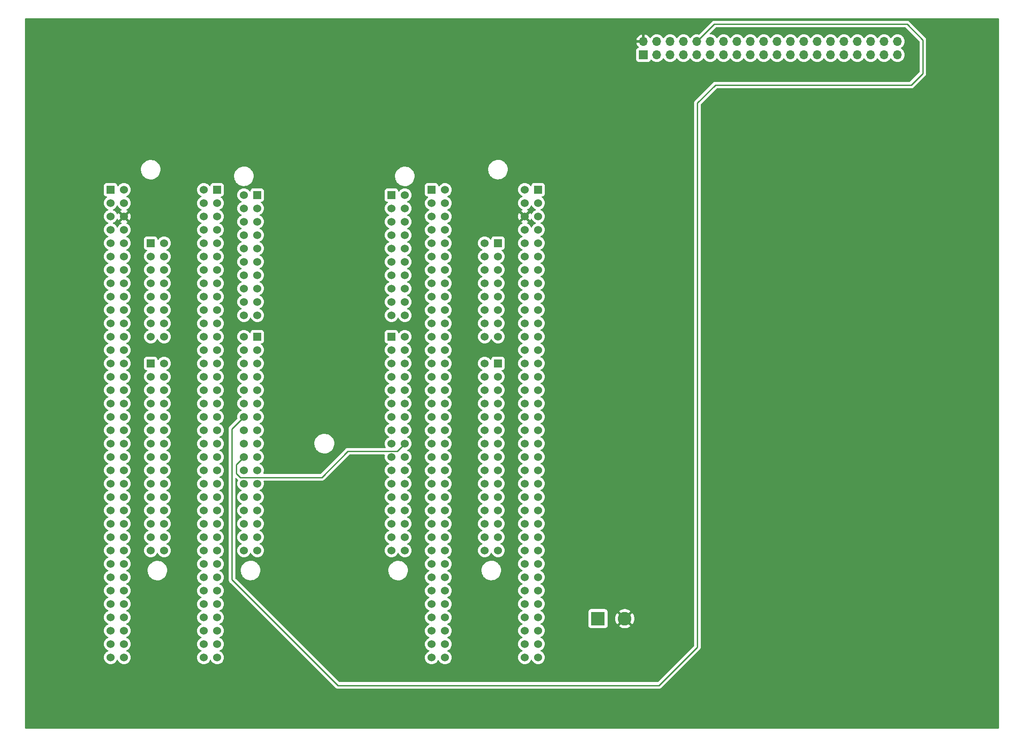
<source format=gtl>
%TF.GenerationSoftware,KiCad,Pcbnew,(7.0.0)*%
%TF.CreationDate,2023-03-03T13:10:10-05:00*%
%TF.ProjectId,new-dev-board,6e65772d-6465-4762-9d62-6f6172642e6b,rev?*%
%TF.SameCoordinates,Original*%
%TF.FileFunction,Copper,L1,Top*%
%TF.FilePolarity,Positive*%
%FSLAX46Y46*%
G04 Gerber Fmt 4.6, Leading zero omitted, Abs format (unit mm)*
G04 Created by KiCad (PCBNEW (7.0.0)) date 2023-03-03 13:10:10*
%MOMM*%
%LPD*%
G01*
G04 APERTURE LIST*
%TA.AperFunction,ComponentPad*%
%ADD10R,1.700000X1.700000*%
%TD*%
%TA.AperFunction,ComponentPad*%
%ADD11O,1.700000X1.700000*%
%TD*%
%TA.AperFunction,ComponentPad*%
%ADD12R,2.600000X2.600000*%
%TD*%
%TA.AperFunction,ComponentPad*%
%ADD13C,2.600000*%
%TD*%
%TA.AperFunction,ComponentPad*%
%ADD14R,1.530000X1.530000*%
%TD*%
%TA.AperFunction,ComponentPad*%
%ADD15C,1.530000*%
%TD*%
%TA.AperFunction,Conductor*%
%ADD16C,0.250000*%
%TD*%
G04 APERTURE END LIST*
D10*
%TO.P,J1,1,Pin_1*%
%TO.N,unconnected-(J1-Pin_1-Pad1)*%
X169939999Y-26739999D03*
D11*
%TO.P,J1,2,Pin_2*%
%TO.N,/TSC_STM/E5V*%
X169939999Y-24199999D03*
%TO.P,J1,3,Pin_3*%
%TO.N,unconnected-(J1-Pin_3-Pad3)*%
X172479999Y-26739999D03*
%TO.P,J1,4,Pin_4*%
%TO.N,unconnected-(J1-Pin_4-Pad4)*%
X172479999Y-24199999D03*
%TO.P,J1,5,Pin_5*%
%TO.N,unconnected-(J1-Pin_5-Pad5)*%
X175019999Y-26739999D03*
%TO.P,J1,6,Pin_6*%
%TO.N,unconnected-(J1-Pin_6-Pad6)*%
X175019999Y-24199999D03*
%TO.P,J1,7,Pin_7*%
%TO.N,unconnected-(J1-Pin_7-Pad7)*%
X177559999Y-26739999D03*
%TO.P,J1,8,Pin_8*%
%TO.N,/WorldSide/UART6_RX*%
X177559999Y-24199999D03*
%TO.P,J1,9,Pin_9*%
%TO.N,/TSC_STM/GND*%
X180099999Y-26739999D03*
%TO.P,J1,10,Pin_10*%
%TO.N,/WorldSide/UART6_TX*%
X180099999Y-24199999D03*
%TO.P,J1,11,Pin_11*%
%TO.N,unconnected-(J1-Pin_11-Pad11)*%
X182639999Y-26739999D03*
%TO.P,J1,12,Pin_12*%
%TO.N,unconnected-(J1-Pin_12-Pad12)*%
X182639999Y-24199999D03*
%TO.P,J1,13,Pin_13*%
%TO.N,unconnected-(J1-Pin_13-Pad13)*%
X185179999Y-26739999D03*
%TO.P,J1,14,Pin_14*%
%TO.N,unconnected-(J1-Pin_14-Pad14)*%
X185179999Y-24199999D03*
%TO.P,J1,15,Pin_15*%
%TO.N,unconnected-(J1-Pin_15-Pad15)*%
X187719999Y-26739999D03*
%TO.P,J1,16,Pin_16*%
%TO.N,unconnected-(J1-Pin_16-Pad16)*%
X187719999Y-24199999D03*
%TO.P,J1,17,Pin_17*%
%TO.N,unconnected-(J1-Pin_17-Pad17)*%
X190259999Y-26739999D03*
%TO.P,J1,18,Pin_18*%
%TO.N,unconnected-(J1-Pin_18-Pad18)*%
X190259999Y-24199999D03*
%TO.P,J1,19,Pin_19*%
%TO.N,unconnected-(J1-Pin_19-Pad19)*%
X192799999Y-26739999D03*
%TO.P,J1,20,Pin_20*%
%TO.N,unconnected-(J1-Pin_20-Pad20)*%
X192799999Y-24199999D03*
%TO.P,J1,21,Pin_21*%
%TO.N,unconnected-(J1-Pin_21-Pad21)*%
X195339999Y-26739999D03*
%TO.P,J1,22,Pin_22*%
%TO.N,unconnected-(J1-Pin_22-Pad22)*%
X195339999Y-24199999D03*
%TO.P,J1,23,Pin_23*%
%TO.N,unconnected-(J1-Pin_23-Pad23)*%
X197879999Y-26739999D03*
%TO.P,J1,24,Pin_24*%
%TO.N,unconnected-(J1-Pin_24-Pad24)*%
X197879999Y-24199999D03*
%TO.P,J1,25,Pin_25*%
%TO.N,unconnected-(J1-Pin_25-Pad25)*%
X200419999Y-26739999D03*
%TO.P,J1,26,Pin_26*%
%TO.N,unconnected-(J1-Pin_26-Pad26)*%
X200419999Y-24199999D03*
%TO.P,J1,27,Pin_27*%
%TO.N,unconnected-(J1-Pin_27-Pad27)*%
X202959999Y-26739999D03*
%TO.P,J1,28,Pin_28*%
%TO.N,unconnected-(J1-Pin_28-Pad28)*%
X202959999Y-24199999D03*
%TO.P,J1,29,Pin_29*%
%TO.N,unconnected-(J1-Pin_29-Pad29)*%
X205499999Y-26739999D03*
%TO.P,J1,30,Pin_30*%
%TO.N,unconnected-(J1-Pin_30-Pad30)*%
X205499999Y-24199999D03*
%TO.P,J1,31,Pin_31*%
%TO.N,unconnected-(J1-Pin_31-Pad31)*%
X208039999Y-26739999D03*
%TO.P,J1,32,Pin_32*%
%TO.N,unconnected-(J1-Pin_32-Pad32)*%
X208039999Y-24199999D03*
%TO.P,J1,33,Pin_33*%
%TO.N,unconnected-(J1-Pin_33-Pad33)*%
X210579999Y-26739999D03*
%TO.P,J1,34,Pin_34*%
%TO.N,unconnected-(J1-Pin_34-Pad34)*%
X210579999Y-24199999D03*
%TO.P,J1,35,Pin_35*%
%TO.N,unconnected-(J1-Pin_35-Pad35)*%
X213119999Y-26739999D03*
%TO.P,J1,36,Pin_36*%
%TO.N,unconnected-(J1-Pin_36-Pad36)*%
X213119999Y-24199999D03*
%TO.P,J1,37,Pin_37*%
%TO.N,unconnected-(J1-Pin_37-Pad37)*%
X215659999Y-26739999D03*
%TO.P,J1,38,Pin_38*%
%TO.N,unconnected-(J1-Pin_38-Pad38)*%
X215659999Y-24199999D03*
%TO.P,J1,39,Pin_39*%
%TO.N,unconnected-(J1-Pin_39-Pad39)*%
X218199999Y-26739999D03*
%TO.P,J1,40,Pin_40*%
%TO.N,unconnected-(J1-Pin_40-Pad40)*%
X218199999Y-24199999D03*
%TD*%
D12*
%TO.P,Je1,1,Pin_1*%
%TO.N,/TSC_STM/GND*%
X161319999Y-133899999D03*
D13*
%TO.P,Je1,2,Pin_2*%
%TO.N,/TSC_STM/E5V*%
X166400000Y-133900000D03*
%TD*%
D14*
%TO.P,A1,CN7_1,D16/I2S_A_MCK*%
%TO.N,unconnected-(A1E-D16{slash}I2S_A_MCK-PadCN7_1)*%
X122089999Y-53395999D03*
D15*
%TO.P,A1,CN7_2,D15/I2C_A_SCL*%
%TO.N,unconnected-(A1E-D15{slash}I2C_A_SCL-PadCN7_2)*%
X124630000Y-53396000D03*
%TO.P,A1,CN7_3,D17/I2S_A_SD*%
%TO.N,unconnected-(A1E-D17{slash}I2S_A_SD-PadCN7_3)*%
X122090000Y-55936000D03*
%TO.P,A1,CN7_4,D14/I2C_A_SDA*%
%TO.N,unconnected-(A1E-D14{slash}I2C_A_SDA-PadCN7_4)*%
X124630000Y-55936000D03*
%TO.P,A1,CN7_5,D18/I2S_A_CK*%
%TO.N,unconnected-(A1E-D18{slash}I2S_A_CK-PadCN7_5)*%
X122090000Y-58476000D03*
%TO.P,A1,CN7_6,AREF*%
%TO.N,unconnected-(A1E-AREF-PadCN7_6)*%
X124630000Y-58476000D03*
%TO.P,A1,CN7_7,D19/I2S_A_WS*%
%TO.N,unconnected-(A1E-D19{slash}I2S_A_WS-PadCN7_7)*%
X122090000Y-61016000D03*
%TO.P,A1,CN7_8,GND_CN7*%
%TO.N,unconnected-(A1E-GND_CN7-PadCN7_8)*%
X124630000Y-61016000D03*
%TO.P,A1,CN7_9,D20/I2S_B_WS*%
%TO.N,unconnected-(A1E-D20{slash}I2S_B_WS-PadCN7_9)*%
X122090000Y-63556000D03*
%TO.P,A1,CN7_10,D13/SPI_A_SCK*%
%TO.N,unconnected-(A1E-D13{slash}SPI_A_SCK-PadCN7_10)*%
X124630000Y-63556000D03*
%TO.P,A1,CN7_11,D21/I2S_B_MCK*%
%TO.N,unconnected-(A1E-D21{slash}I2S_B_MCK-PadCN7_11)*%
X122090000Y-66096000D03*
%TO.P,A1,CN7_12,D12/SPI_A_MISO*%
%TO.N,unconnected-(A1E-D12{slash}SPI_A_MISO-PadCN7_12)*%
X124630000Y-66096000D03*
%TO.P,A1,CN7_13,D22/I2S_B_SD/SPI_B_MOSI*%
%TO.N,unconnected-(A1E-D22{slash}I2S_B_SD{slash}SPI_B_MOSI-PadCN7_13)*%
X122090000Y-68636000D03*
%TO.P,A1,CN7_14,D11/SPI_A_MOSI/TIM_E_PWM1*%
%TO.N,unconnected-(A1E-D11{slash}SPI_A_MOSI{slash}TIM_E_PWM1-PadCN7_14)*%
X124630000Y-68636000D03*
%TO.P,A1,CN7_15,D23/I2S_B_CK/SPI_B_SCK*%
%TO.N,unconnected-(A1E-D23{slash}I2S_B_CK{slash}SPI_B_SCK-PadCN7_15)*%
X122090000Y-71176000D03*
%TO.P,A1,CN7_16,D10/SPI_A_CS/TIM_B_PWM3*%
%TO.N,unconnected-(A1E-D10{slash}SPI_A_CS{slash}TIM_B_PWM3-PadCN7_16)*%
X124630000Y-71176000D03*
%TO.P,A1,CN7_17,D24/SPI_B_NSS*%
%TO.N,unconnected-(A1E-D24{slash}SPI_B_NSS-PadCN7_17)*%
X122090000Y-73716000D03*
%TO.P,A1,CN7_18,D9/TIMER_B_PWM2*%
%TO.N,unconnected-(A1E-D9{slash}TIMER_B_PWM2-PadCN7_18)*%
X124630000Y-73716000D03*
%TO.P,A1,CN7_19,D25/SPI_B_MISO*%
%TO.N,unconnected-(A1E-D25{slash}SPI_B_MISO-PadCN7_19)*%
X122090000Y-76256000D03*
%TO.P,A1,CN7_20,D8/IO*%
%TO.N,unconnected-(A1E-D8{slash}IO-PadCN7_20)*%
X124630000Y-76256000D03*
D14*
%TO.P,A1,CN8_1*%
%TO.N,N/C*%
X76369999Y-62539999D03*
D15*
%TO.P,A1,CN8_2,D43/SDMMC_D0*%
%TO.N,unconnected-(A1C-D43{slash}SDMMC_D0-PadCN8_2)*%
X78910000Y-62540000D03*
%TO.P,A1,CN8_3,IOREF*%
%TO.N,unconnected-(A1C-IOREF-PadCN8_3)*%
X76370000Y-65080000D03*
%TO.P,A1,CN8_4,D44/SDMMC_D1/I2S_A_CKIN*%
%TO.N,unconnected-(A1C-D44{slash}SDMMC_D1{slash}I2S_A_CKIN-PadCN8_4)*%
X78910000Y-65080000D03*
%TO.P,A1,CN8_5,RESET*%
%TO.N,unconnected-(A1C-RESET-PadCN8_5)*%
X76370000Y-67620000D03*
%TO.P,A1,CN8_6,D45/SDMMC_D2*%
%TO.N,unconnected-(A1C-D45{slash}SDMMC_D2-PadCN8_6)*%
X78910000Y-67620000D03*
%TO.P,A1,CN8_7,+3V3*%
%TO.N,unconnected-(A1C-+3V3-PadCN8_7)*%
X76370000Y-70160000D03*
%TO.P,A1,CN8_8,D46/SDMMC_D3*%
%TO.N,unconnected-(A1C-D46{slash}SDMMC_D3-PadCN8_8)*%
X78910000Y-70160000D03*
%TO.P,A1,CN8_9,+5V*%
%TO.N,unconnected-(A1C-+5V-PadCN8_9)*%
X76370000Y-72700000D03*
%TO.P,A1,CN8_10,D47/SDMMC_CK*%
%TO.N,unconnected-(A1C-D47{slash}SDMMC_CK-PadCN8_10)*%
X78910000Y-72700000D03*
%TO.P,A1,CN8_11,GND_CN8*%
%TO.N,/TSC_STM/GND*%
X76370000Y-75240000D03*
%TO.P,A1,CN8_12,D48/SDMMC_CMD*%
%TO.N,unconnected-(A1C-D48{slash}SDMMC_CMD-PadCN8_12)*%
X78910000Y-75240000D03*
%TO.P,A1,CN8_13,GND_CN8*%
%TO.N,/TSC_STM/GND*%
X76370000Y-77780000D03*
%TO.P,A1,CN8_14,D49/IO*%
%TO.N,unconnected-(A1C-D49{slash}IO-PadCN8_14)*%
X78910000Y-77780000D03*
%TO.P,A1,CN8_15,VIN*%
%TO.N,unconnected-(A1C-VIN-PadCN8_15)*%
X76370000Y-80320000D03*
%TO.P,A1,CN8_16,D50/IO*%
%TO.N,unconnected-(A1C-D50{slash}IO-PadCN8_16)*%
X78910000Y-80320000D03*
D14*
%TO.P,A1,CN9_1,A0/ADC123_IN3*%
%TO.N,unconnected-(A1D-A0{slash}ADC123_IN3-PadCN9_1)*%
X76369999Y-85399999D03*
D15*
%TO.P,A1,CN9_2,D51/USART_B_SCLK*%
%TO.N,unconnected-(A1D-D51{slash}USART_B_SCLK-PadCN9_2)*%
X78910000Y-85400000D03*
%TO.P,A1,CN9_3,A1/ADC123_IN10*%
%TO.N,unconnected-(A1D-A1{slash}ADC123_IN10-PadCN9_3)*%
X76370000Y-87940000D03*
%TO.P,A1,CN9_4,D52/USART_B_RX*%
%TO.N,unconnected-(A1D-D52{slash}USART_B_RX-PadCN9_4)*%
X78910000Y-87940000D03*
%TO.P,A1,CN9_5,A2/ADC123_IN13*%
%TO.N,unconnected-(A1D-A2{slash}ADC123_IN13-PadCN9_5)*%
X76370000Y-90480000D03*
%TO.P,A1,CN9_6,D53/USART_B_TX*%
%TO.N,unconnected-(A1D-D53{slash}USART_B_TX-PadCN9_6)*%
X78910000Y-90480000D03*
%TO.P,A1,CN9_7,A3/ADC3_IN9*%
%TO.N,unconnected-(A1D-A3{slash}ADC3_IN9-PadCN9_7)*%
X76370000Y-93020000D03*
%TO.P,A1,CN9_8,D54/USART_B_RTS*%
%TO.N,unconnected-(A1D-D54{slash}USART_B_RTS-PadCN9_8)*%
X78910000Y-93020000D03*
%TO.P,A1,CN9_9,A4/ADC3_IN15/I2C1_SDA*%
%TO.N,unconnected-(A1D-A4{slash}ADC3_IN15{slash}I2C1_SDA-PadCN9_9)*%
X76370000Y-95560000D03*
%TO.P,A1,CN9_10,D55/USART_B_CTS*%
%TO.N,unconnected-(A1D-D55{slash}USART_B_CTS-PadCN9_10)*%
X78910000Y-95560000D03*
%TO.P,A1,CN9_11,A5/ADC3_IN8/I2C1_SCL*%
%TO.N,unconnected-(A1D-A5{slash}ADC3_IN8{slash}I2C1_SCL-PadCN9_11)*%
X76370000Y-98100000D03*
%TO.P,A1,CN9_12,GND_CN9*%
%TO.N,Net-(A1D-GND_CN9-PadCN9_12)*%
X78910000Y-98100000D03*
%TO.P,A1,CN9_13,D72/NC*%
%TO.N,unconnected-(A1D-D72{slash}NC-PadCN9_13)*%
X76370000Y-100640000D03*
%TO.P,A1,CN9_14,D56/SAI_A_MCLK*%
%TO.N,unconnected-(A1D-D56{slash}SAI_A_MCLK-PadCN9_14)*%
X78910000Y-100640000D03*
%TO.P,A1,CN9_15,D71/IO*%
%TO.N,unconnected-(A1D-D71{slash}IO-PadCN9_15)*%
X76370000Y-103180000D03*
%TO.P,A1,CN9_16,D57/SAI_A_FS*%
%TO.N,unconnected-(A1D-D57{slash}SAI_A_FS-PadCN9_16)*%
X78910000Y-103180000D03*
%TO.P,A1,CN9_17,D70/I2C_B_SMBA*%
%TO.N,unconnected-(A1D-D70{slash}I2C_B_SMBA-PadCN9_17)*%
X76370000Y-105720000D03*
%TO.P,A1,CN9_18,D58/SAI_A_SCK*%
%TO.N,unconnected-(A1D-D58{slash}SAI_A_SCK-PadCN9_18)*%
X78910000Y-105720000D03*
%TO.P,A1,CN9_19,D69/I2C_B_SCL*%
%TO.N,unconnected-(A1D-D69{slash}I2C_B_SCL-PadCN9_19)*%
X76370000Y-108260000D03*
%TO.P,A1,CN9_20,D59/SAI_A_SD*%
%TO.N,unconnected-(A1D-D59{slash}SAI_A_SD-PadCN9_20)*%
X78910000Y-108260000D03*
%TO.P,A1,CN9_21,D68/I2C_B_SDA*%
%TO.N,unconnected-(A1D-D68{slash}I2C_B_SDA-PadCN9_21)*%
X76370000Y-110800000D03*
%TO.P,A1,CN9_22,D60/SAI_B_SD*%
%TO.N,unconnected-(A1D-D60{slash}SAI_B_SD-PadCN9_22)*%
X78910000Y-110800000D03*
%TO.P,A1,CN9_23,GND_CN9*%
%TO.N,Net-(A1D-GND_CN9-PadCN9_12)*%
X76370000Y-113340000D03*
%TO.P,A1,CN9_24,D61/SAI_B_SCK*%
%TO.N,unconnected-(A1D-D61{slash}SAI_B_SCK-PadCN9_24)*%
X78910000Y-113340000D03*
%TO.P,A1,CN9_25,D67/CAN_RX*%
%TO.N,unconnected-(A1D-D67{slash}CAN_RX-PadCN9_25)*%
X76370000Y-115880000D03*
%TO.P,A1,CN9_26,D62/SAI_B_MCLK*%
%TO.N,unconnected-(A1D-D62{slash}SAI_B_MCLK-PadCN9_26)*%
X78910000Y-115880000D03*
%TO.P,A1,CN9_27,D66/CAN_TX*%
%TO.N,unconnected-(A1D-D66{slash}CAN_TX-PadCN9_27)*%
X76370000Y-118420000D03*
%TO.P,A1,CN9_28,D63/SAI_B_FS*%
%TO.N,unconnected-(A1D-D63{slash}SAI_B_FS-PadCN9_28)*%
X78910000Y-118420000D03*
%TO.P,A1,CN9_29,D65/IO*%
%TO.N,unconnected-(A1D-D65{slash}IO-PadCN9_29)*%
X76370000Y-120960000D03*
%TO.P,A1,CN9_30,D64/IO*%
%TO.N,unconnected-(A1D-D64{slash}IO-PadCN9_30)*%
X78910000Y-120960000D03*
D14*
%TO.P,A1,CN10_1,AVDD_CN10*%
%TO.N,unconnected-(A1F-AVDD_CN10-PadCN10_1)*%
X122089999Y-80319999D03*
D15*
%TO.P,A1,CN10_2,D7/IO*%
%TO.N,unconnected-(A1F-D7{slash}IO-PadCN10_2)*%
X124630000Y-80320000D03*
%TO.P,A1,CN10_3,AGND_CN10*%
%TO.N,unconnected-(A1F-AGND_CN10-PadCN10_3)*%
X122090000Y-82860000D03*
%TO.P,A1,CN10_4,D6/TIMER_A_PWM1*%
%TO.N,unconnected-(A1F-D6{slash}TIMER_A_PWM1-PadCN10_4)*%
X124630000Y-82860000D03*
%TO.P,A1,CN10_5,GND_CN10*%
%TO.N,Net-(A1F-GND_CN10-PadCN10_17)*%
X122090000Y-85400000D03*
%TO.P,A1,CN10_6,D5/TIMER_A_PWM2*%
%TO.N,unconnected-(A1F-D5{slash}TIMER_A_PWM2-PadCN10_6)*%
X124630000Y-85400000D03*
%TO.P,A1,CN10_7,A6/ADC_A_IN*%
%TO.N,unconnected-(A1F-A6{slash}ADC_A_IN-PadCN10_7)*%
X122090000Y-87940000D03*
%TO.P,A1,CN10_8,D4/IO*%
%TO.N,unconnected-(A1F-D4{slash}IO-PadCN10_8)*%
X124630000Y-87940000D03*
%TO.P,A1,CN10_9,A7/ADC_B_IN*%
%TO.N,unconnected-(A1F-A7{slash}ADC_B_IN-PadCN10_9)*%
X122090000Y-90480000D03*
%TO.P,A1,CN10_10,D3/TIMER_A_PWM3*%
%TO.N,unconnected-(A1F-D3{slash}TIMER_A_PWM3-PadCN10_10)*%
X124630000Y-90480000D03*
%TO.P,A1,CN10_11,A8/ADC_C_IN*%
%TO.N,unconnected-(A1F-A8{slash}ADC_C_IN-PadCN10_11)*%
X122090000Y-93020000D03*
%TO.P,A1,CN10_12,D2/IO*%
%TO.N,unconnected-(A1F-D2{slash}IO-PadCN10_12)*%
X124630000Y-93020000D03*
%TO.P,A1,CN10_13,D26/QSPI_CS*%
%TO.N,unconnected-(A1F-D26{slash}QSPI_CS-PadCN10_13)*%
X122090000Y-95560000D03*
%TO.P,A1,CN10_14,D1/USART_A_TX*%
%TO.N,unconnected-(A1F-D1{slash}USART_A_TX-PadCN10_14)*%
X124630000Y-95560000D03*
%TO.P,A1,CN10_15,D27/QSPI_CLK*%
%TO.N,unconnected-(A1F-D27{slash}QSPI_CLK-PadCN10_15)*%
X122090000Y-98100000D03*
%TO.P,A1,CN10_16,D0/USART_A_RX*%
%TO.N,unconnected-(A1F-D0{slash}USART_A_RX-PadCN10_16)*%
X124630000Y-98100000D03*
%TO.P,A1,CN10_17,GND_CN10*%
%TO.N,Net-(A1F-GND_CN10-PadCN10_17)*%
X122090000Y-100640000D03*
%TO.P,A1,CN10_18,UART7_TX*%
%TO.N,/TSC_STM/UART7_TX*%
X124630000Y-100640000D03*
%TO.P,A1,CN10_19,D28/QSPI_BK1_IO3*%
%TO.N,unconnected-(A1F-D28{slash}QSPI_BK1_IO3-PadCN10_19)*%
X122090000Y-103180000D03*
%TO.P,A1,CN10_20,D41/TIMER_A_ETR*%
%TO.N,unconnected-(A1F-D41{slash}TIMER_A_ETR-PadCN10_20)*%
X124630000Y-103180000D03*
%TO.P,A1,CN10_21,D29/QSPI_BK1_IO1*%
%TO.N,unconnected-(A1F-D29{slash}QSPI_BK1_IO1-PadCN10_21)*%
X122090000Y-105720000D03*
%TO.P,A1,CN10_22,GND_CN10*%
%TO.N,Net-(A1F-GND_CN10-PadCN10_17)*%
X124630000Y-105720000D03*
%TO.P,A1,CN10_23,D30/QSPI_BK1_IO0*%
%TO.N,unconnected-(A1F-D30{slash}QSPI_BK1_IO0-PadCN10_23)*%
X122090000Y-108260000D03*
%TO.P,A1,CN10_24,D40/TIMER_A_PWM2N*%
%TO.N,unconnected-(A1F-D40{slash}TIMER_A_PWM2N-PadCN10_24)*%
X124630000Y-108260000D03*
%TO.P,A1,CN10_25,D31/QSPI_BK1_IO2*%
%TO.N,unconnected-(A1F-D31{slash}QSPI_BK1_IO2-PadCN10_25)*%
X122090000Y-110800000D03*
%TO.P,A1,CN10_26,D39/TIMER_A_PWM3N*%
%TO.N,unconnected-(A1F-D39{slash}TIMER_A_PWM3N-PadCN10_26)*%
X124630000Y-110800000D03*
%TO.P,A1,CN10_27,GND_CN10*%
%TO.N,Net-(A1F-GND_CN10-PadCN10_17)*%
X122090000Y-113340000D03*
%TO.P,A1,CN10_28,D38/IO*%
%TO.N,unconnected-(A1F-D38{slash}IO-PadCN10_28)*%
X124630000Y-113340000D03*
%TO.P,A1,CN10_29,D32/TIMER_C_PWM1*%
%TO.N,unconnected-(A1F-D32{slash}TIMER_C_PWM1-PadCN10_29)*%
X122090000Y-115880000D03*
%TO.P,A1,CN10_30,D37/TIMER_A_BKIN1*%
%TO.N,unconnected-(A1F-D37{slash}TIMER_A_BKIN1-PadCN10_30)*%
X124630000Y-115880000D03*
%TO.P,A1,CN10_31,D33/TIMER_D_PWM1*%
%TO.N,unconnected-(A1F-D33{slash}TIMER_D_PWM1-PadCN10_31)*%
X122090000Y-118420000D03*
%TO.P,A1,CN10_32,D36/TIMER_C_PWM2*%
%TO.N,unconnected-(A1F-D36{slash}TIMER_C_PWM2-PadCN10_32)*%
X124630000Y-118420000D03*
%TO.P,A1,CN10_33,D34/TIMER_B_ETR*%
%TO.N,unconnected-(A1F-D34{slash}TIMER_B_ETR-PadCN10_33)*%
X122090000Y-120960000D03*
%TO.P,A1,CN10_34,D35/TIMER_C_PWM3*%
%TO.N,unconnected-(A1F-D35{slash}TIMER_C_PWM3-PadCN10_34)*%
X124630000Y-120960000D03*
D14*
%TO.P,A1,CN11_1,PC10*%
%TO.N,unconnected-(A1A-PC10-PadCN11_1)*%
X68749999Y-52379999D03*
D15*
%TO.P,A1,CN11_2,PC11*%
%TO.N,unconnected-(A1A-PC11-PadCN11_2)*%
X71290000Y-52380000D03*
%TO.P,A1,CN11_3,PC12*%
%TO.N,unconnected-(A1A-PC12-PadCN11_3)*%
X68750000Y-54920000D03*
%TO.P,A1,CN11_4,PD2*%
%TO.N,unconnected-(A1A-PD2-PadCN11_4)*%
X71290000Y-54920000D03*
%TO.P,A1,CN11_5,VDD*%
%TO.N,unconnected-(A1A-VDD-PadCN11_5)*%
X68750000Y-57460000D03*
%TO.P,A1,CN11_6,E5V*%
%TO.N,/TSC_STM/E5V*%
X71290000Y-57460000D03*
%TO.P,A1,CN11_7,BOOT0*%
%TO.N,unconnected-(A1A-BOOT0-PadCN11_7)*%
X68750000Y-60000000D03*
%TO.P,A1,CN11_8,GND_CN11*%
%TO.N,Net-(A1A-GND_CN11-PadCN11_19)*%
X71290000Y-60000000D03*
%TO.P,A1,CN11_9,PF6*%
%TO.N,unconnected-(A1A-PF6-PadCN11_9)*%
X68750000Y-62540000D03*
%TO.P,A1,CN11_10*%
%TO.N,N/C*%
X71290000Y-62540000D03*
%TO.P,A1,CN11_11,PF7*%
%TO.N,unconnected-(A1A-PF7-PadCN11_11)*%
X68750000Y-65080000D03*
%TO.P,A1,CN11_12,IOREF*%
%TO.N,unconnected-(A1A-IOREF-PadCN11_12)*%
X71290000Y-65080000D03*
%TO.P,A1,CN11_13,PA13*%
%TO.N,unconnected-(A1A-PA13-PadCN11_13)*%
X68750000Y-67620000D03*
%TO.P,A1,CN11_14,RESET*%
%TO.N,unconnected-(A1A-RESET-PadCN11_14)*%
X71290000Y-67620000D03*
%TO.P,A1,CN11_15,PA14*%
%TO.N,unconnected-(A1A-PA14-PadCN11_15)*%
X68750000Y-70160000D03*
%TO.P,A1,CN11_16,+3V3*%
%TO.N,unconnected-(A1A-+3V3-PadCN11_16)*%
X71290000Y-70160000D03*
%TO.P,A1,CN11_17,PA15*%
%TO.N,unconnected-(A1A-PA15-PadCN11_17)*%
X68750000Y-72700000D03*
%TO.P,A1,CN11_18,+5V*%
%TO.N,unconnected-(A1A-+5V-PadCN11_18)*%
X71290000Y-72700000D03*
%TO.P,A1,CN11_19,GND_CN11*%
%TO.N,Net-(A1A-GND_CN11-PadCN11_19)*%
X68750000Y-75240000D03*
%TO.P,A1,CN11_20,GND_CN11*%
X71290000Y-75240000D03*
%TO.P,A1,CN11_21,PB7*%
%TO.N,unconnected-(A1A-PB7-PadCN11_21)*%
X68750000Y-77780000D03*
%TO.P,A1,CN11_22,GND_CN11*%
%TO.N,Net-(A1A-GND_CN11-PadCN11_19)*%
X71290000Y-77780000D03*
%TO.P,A1,CN11_23,PC13*%
%TO.N,unconnected-(A1A-PC13-PadCN11_23)*%
X68750000Y-80320000D03*
%TO.P,A1,CN11_24,VIN*%
%TO.N,unconnected-(A1A-VIN-PadCN11_24)*%
X71290000Y-80320000D03*
%TO.P,A1,CN11_25,PC14*%
%TO.N,unconnected-(A1A-PC14-PadCN11_25)*%
X68750000Y-82860000D03*
%TO.P,A1,CN11_26*%
%TO.N,N/C*%
X71290000Y-82860000D03*
%TO.P,A1,CN11_27,PC15*%
%TO.N,unconnected-(A1A-PC15-PadCN11_27)*%
X68750000Y-85400000D03*
%TO.P,A1,CN11_28,PA0*%
%TO.N,unconnected-(A1A-PA0-PadCN11_28)*%
X71290000Y-85400000D03*
%TO.P,A1,CN11_29,PH0*%
%TO.N,unconnected-(A1A-PH0-PadCN11_29)*%
X68750000Y-87940000D03*
%TO.P,A1,CN11_30,PA1*%
%TO.N,unconnected-(A1A-PA1-PadCN11_30)*%
X71290000Y-87940000D03*
%TO.P,A1,CN11_31,PH1*%
%TO.N,unconnected-(A1A-PH1-PadCN11_31)*%
X68750000Y-90480000D03*
%TO.P,A1,CN11_32,PA4*%
%TO.N,unconnected-(A1A-PA4-PadCN11_32)*%
X71290000Y-90480000D03*
%TO.P,A1,CN11_33,VBAT*%
%TO.N,unconnected-(A1A-VBAT-PadCN11_33)*%
X68750000Y-93020000D03*
%TO.P,A1,CN11_34,PB0*%
%TO.N,unconnected-(A1A-PB0-PadCN11_34)*%
X71290000Y-93020000D03*
%TO.P,A1,CN11_35,PC2*%
%TO.N,unconnected-(A1A-PC2-PadCN11_35)*%
X68750000Y-95560000D03*
%TO.P,A1,CN11_36,PC1*%
%TO.N,unconnected-(A1A-PC1-PadCN11_36)*%
X71290000Y-95560000D03*
%TO.P,A1,CN11_37,PC3*%
%TO.N,unconnected-(A1A-PC3-PadCN11_37)*%
X68750000Y-98100000D03*
%TO.P,A1,CN11_38,PC0*%
%TO.N,unconnected-(A1A-PC0-PadCN11_38)*%
X71290000Y-98100000D03*
%TO.P,A1,CN11_39,PD4*%
%TO.N,unconnected-(A1A-PD4-PadCN11_39)*%
X68750000Y-100640000D03*
%TO.P,A1,CN11_40,PD3*%
%TO.N,unconnected-(A1A-PD3-PadCN11_40)*%
X71290000Y-100640000D03*
%TO.P,A1,CN11_41,PD5*%
%TO.N,unconnected-(A1A-PD5-PadCN11_41)*%
X68750000Y-103180000D03*
%TO.P,A1,CN11_42,PG2*%
%TO.N,unconnected-(A1A-PG2-PadCN11_42)*%
X71290000Y-103180000D03*
%TO.P,A1,CN11_43,PD6*%
%TO.N,unconnected-(A1A-PD6-PadCN11_43)*%
X68750000Y-105720000D03*
%TO.P,A1,CN11_44,PG3*%
%TO.N,unconnected-(A1A-PG3-PadCN11_44)*%
X71290000Y-105720000D03*
%TO.P,A1,CN11_45,PD7*%
%TO.N,unconnected-(A1A-PD7-PadCN11_45)*%
X68750000Y-108260000D03*
%TO.P,A1,CN11_46,PE2*%
%TO.N,unconnected-(A1A-PE2-PadCN11_46)*%
X71290000Y-108260000D03*
%TO.P,A1,CN11_47,PE3*%
%TO.N,unconnected-(A1A-PE3-PadCN11_47)*%
X68750000Y-110800000D03*
%TO.P,A1,CN11_48,PE4*%
%TO.N,unconnected-(A1A-PE4-PadCN11_48)*%
X71290000Y-110800000D03*
%TO.P,A1,CN11_49,GND_CN11*%
%TO.N,Net-(A1A-GND_CN11-PadCN11_19)*%
X68750000Y-113340000D03*
%TO.P,A1,CN11_50,PE5*%
%TO.N,unconnected-(A1A-PE5-PadCN11_50)*%
X71290000Y-113340000D03*
%TO.P,A1,CN11_51,PF1*%
%TO.N,unconnected-(A1A-PF1-PadCN11_51)*%
X68750000Y-115880000D03*
%TO.P,A1,CN11_52,PF2*%
%TO.N,unconnected-(A1A-PF2-PadCN11_52)*%
X71290000Y-115880000D03*
%TO.P,A1,CN11_53,PF0*%
%TO.N,unconnected-(A1A-PF0-PadCN11_53)*%
X68750000Y-118420000D03*
%TO.P,A1,CN11_54,PF8*%
%TO.N,unconnected-(A1A-PF8-PadCN11_54)*%
X71290000Y-118420000D03*
%TO.P,A1,CN11_55,PD1*%
%TO.N,unconnected-(A1A-PD1-PadCN11_55)*%
X68750000Y-120960000D03*
%TO.P,A1,CN11_56,PF9*%
%TO.N,unconnected-(A1A-PF9-PadCN11_56)*%
X71290000Y-120960000D03*
%TO.P,A1,CN11_57,PD0*%
%TO.N,unconnected-(A1A-PD0-PadCN11_57)*%
X68750000Y-123500000D03*
%TO.P,A1,CN11_58,PG1*%
%TO.N,unconnected-(A1A-PG1-PadCN11_58)*%
X71290000Y-123500000D03*
%TO.P,A1,CN11_59,PG0*%
%TO.N,unconnected-(A1A-PG0-PadCN11_59)*%
X68750000Y-126040000D03*
%TO.P,A1,CN11_60,GND_CN11*%
%TO.N,Net-(A1A-GND_CN11-PadCN11_19)*%
X71290000Y-126040000D03*
%TO.P,A1,CN11_61,PE1*%
%TO.N,unconnected-(A1A-PE1-PadCN11_61)*%
X68750000Y-128580000D03*
%TO.P,A1,CN11_62,PE6*%
%TO.N,unconnected-(A1A-PE6-PadCN11_62)*%
X71290000Y-128580000D03*
%TO.P,A1,CN11_63,PG9*%
%TO.N,unconnected-(A1A-PG9-PadCN11_63)*%
X68750000Y-131120000D03*
%TO.P,A1,CN11_64,PG15*%
%TO.N,unconnected-(A1A-PG15-PadCN11_64)*%
X71290000Y-131120000D03*
%TO.P,A1,CN11_65,PG12*%
%TO.N,unconnected-(A1A-PG12-PadCN11_65)*%
X68750000Y-133660000D03*
%TO.P,A1,CN11_66,PG10*%
%TO.N,unconnected-(A1A-PG10-PadCN11_66)*%
X71290000Y-133660000D03*
%TO.P,A1,CN11_67*%
%TO.N,N/C*%
X68750000Y-136200000D03*
%TO.P,A1,CN11_68,PG13*%
%TO.N,unconnected-(A1A-PG13-PadCN11_68)*%
X71290000Y-136200000D03*
%TO.P,A1,CN11_69,PD9*%
%TO.N,unconnected-(A1A-PD9-PadCN11_69)*%
X68750000Y-138740000D03*
%TO.P,A1,CN11_70,PG11*%
%TO.N,unconnected-(A1A-PG11-PadCN11_70)*%
X71290000Y-138740000D03*
%TO.P,A1,CN11_71,GND_CN11*%
%TO.N,Net-(A1A-GND_CN11-PadCN11_19)*%
X68750000Y-141280000D03*
%TO.P,A1,CN11_72,GND_CN11*%
X71290000Y-141280000D03*
D14*
%TO.P,A1,CN12_1,PC9*%
%TO.N,unconnected-(A1B-PC9-PadCN12_1)*%
X129709999Y-52399999D03*
D15*
%TO.P,A1,CN12_2,PC8*%
%TO.N,unconnected-(A1B-PC8-PadCN12_2)*%
X132250000Y-52400000D03*
%TO.P,A1,CN12_3,PB8*%
%TO.N,unconnected-(A1B-PB8-PadCN12_3)*%
X129710000Y-54940000D03*
%TO.P,A1,CN12_4,PC6*%
%TO.N,unconnected-(A1B-PC6-PadCN12_4)*%
X132250000Y-54940000D03*
%TO.P,A1,CN12_5,PB9*%
%TO.N,unconnected-(A1B-PB9-PadCN12_5)*%
X129710000Y-57480000D03*
%TO.P,A1,CN12_6,PC5*%
%TO.N,unconnected-(A1B-PC5-PadCN12_6)*%
X132250000Y-57480000D03*
%TO.P,A1,CN12_7,AVDD_CN12*%
%TO.N,unconnected-(A1B-AVDD_CN12-PadCN12_7)*%
X129710000Y-60020000D03*
%TO.P,A1,CN12_8,U5V*%
%TO.N,unconnected-(A1B-U5V-PadCN12_8)*%
X132250000Y-60020000D03*
%TO.P,A1,CN12_9,GND_CN12*%
%TO.N,Net-(A1B-GND_CN12-PadCN12_20)*%
X129710000Y-62560000D03*
%TO.P,A1,CN12_10,PD8*%
%TO.N,unconnected-(A1B-PD8-PadCN12_10)*%
X132250000Y-62560000D03*
%TO.P,A1,CN12_11,PA5*%
%TO.N,unconnected-(A1B-PA5-PadCN12_11)*%
X129710000Y-65100000D03*
%TO.P,A1,CN12_12,PA12*%
%TO.N,unconnected-(A1B-PA12-PadCN12_12)*%
X132250000Y-65100000D03*
%TO.P,A1,CN12_13,PA6*%
%TO.N,unconnected-(A1B-PA6-PadCN12_13)*%
X129710000Y-67640000D03*
%TO.P,A1,CN12_14,PA11*%
%TO.N,unconnected-(A1B-PA11-PadCN12_14)*%
X132250000Y-67640000D03*
%TO.P,A1,CN12_15,PA7*%
%TO.N,unconnected-(A1B-PA7-PadCN12_15)*%
X129710000Y-70180000D03*
%TO.P,A1,CN12_16,PB12*%
%TO.N,unconnected-(A1B-PB12-PadCN12_16)*%
X132250000Y-70180000D03*
%TO.P,A1,CN12_17,PB6*%
%TO.N,unconnected-(A1B-PB6-PadCN12_17)*%
X129710000Y-72720000D03*
%TO.P,A1,CN12_18,PB11*%
%TO.N,unconnected-(A1B-PB11-PadCN12_18)*%
X132250000Y-72720000D03*
%TO.P,A1,CN12_19,PC7*%
%TO.N,unconnected-(A1B-PC7-PadCN12_19)*%
X129710000Y-75260000D03*
%TO.P,A1,CN12_20,GND_CN12*%
%TO.N,Net-(A1B-GND_CN12-PadCN12_20)*%
X132250000Y-75260000D03*
%TO.P,A1,CN12_21,PA9*%
%TO.N,unconnected-(A1B-PA9-PadCN12_21)*%
X129710000Y-77800000D03*
%TO.P,A1,CN12_22,PB2*%
%TO.N,unconnected-(A1B-PB2-PadCN12_22)*%
X132250000Y-77800000D03*
%TO.P,A1,CN12_23,PA8*%
%TO.N,unconnected-(A1B-PA8-PadCN12_23)*%
X129710000Y-80340000D03*
%TO.P,A1,CN12_24,PB1*%
%TO.N,unconnected-(A1B-PB1-PadCN12_24)*%
X132250000Y-80340000D03*
%TO.P,A1,CN12_25,PB10*%
%TO.N,unconnected-(A1B-PB10-PadCN12_25)*%
X129710000Y-82880000D03*
%TO.P,A1,CN12_26,PB15*%
%TO.N,unconnected-(A1B-PB15-PadCN12_26)*%
X132250000Y-82880000D03*
%TO.P,A1,CN12_27,PB4*%
%TO.N,unconnected-(A1B-PB4-PadCN12_27)*%
X129710000Y-85420000D03*
%TO.P,A1,CN12_28,PB14*%
%TO.N,unconnected-(A1B-PB14-PadCN12_28)*%
X132250000Y-85420000D03*
%TO.P,A1,CN12_29,PB5*%
%TO.N,unconnected-(A1B-PB5-PadCN12_29)*%
X129710000Y-87960000D03*
%TO.P,A1,CN12_30,PB13*%
%TO.N,unconnected-(A1B-PB13-PadCN12_30)*%
X132250000Y-87960000D03*
%TO.P,A1,CN12_31,PB3*%
%TO.N,unconnected-(A1B-PB3-PadCN12_31)*%
X129710000Y-90500000D03*
%TO.P,A1,CN12_32,AGND_CN12*%
%TO.N,unconnected-(A1B-AGND_CN12-PadCN12_32)*%
X132250000Y-90500000D03*
%TO.P,A1,CN12_33,PA10*%
%TO.N,unconnected-(A1B-PA10-PadCN12_33)*%
X129710000Y-93040000D03*
%TO.P,A1,CN12_34,PC4*%
%TO.N,unconnected-(A1B-PC4-PadCN12_34)*%
X132250000Y-93040000D03*
%TO.P,A1,CN12_35,PA2*%
%TO.N,unconnected-(A1B-PA2-PadCN12_35)*%
X129710000Y-95580000D03*
%TO.P,A1,CN12_36,PF5*%
%TO.N,unconnected-(A1B-PF5-PadCN12_36)*%
X132250000Y-95580000D03*
%TO.P,A1,CN12_37,PA3*%
%TO.N,unconnected-(A1B-PA3-PadCN12_37)*%
X129710000Y-98120000D03*
%TO.P,A1,CN12_38,PF4*%
%TO.N,unconnected-(A1B-PF4-PadCN12_38)*%
X132250000Y-98120000D03*
%TO.P,A1,CN12_39,GND_CN12*%
%TO.N,Net-(A1B-GND_CN12-PadCN12_20)*%
X129710000Y-100660000D03*
%TO.P,A1,CN12_40,PE8*%
%TO.N,unconnected-(A1B-PE8-PadCN12_40)*%
X132250000Y-100660000D03*
%TO.P,A1,CN12_41,PD13*%
%TO.N,unconnected-(A1B-PD13-PadCN12_41)*%
X129710000Y-103200000D03*
%TO.P,A1,CN12_42,PF10*%
%TO.N,unconnected-(A1B-PF10-PadCN12_42)*%
X132250000Y-103200000D03*
%TO.P,A1,CN12_43,PD12*%
%TO.N,unconnected-(A1B-PD12-PadCN12_43)*%
X129710000Y-105740000D03*
%TO.P,A1,CN12_44,PE7*%
%TO.N,unconnected-(A1B-PE7-PadCN12_44)*%
X132250000Y-105740000D03*
%TO.P,A1,CN12_45,PD11*%
%TO.N,unconnected-(A1B-PD11-PadCN12_45)*%
X129710000Y-108280000D03*
%TO.P,A1,CN12_46,PD14*%
%TO.N,unconnected-(A1B-PD14-PadCN12_46)*%
X132250000Y-108280000D03*
%TO.P,A1,CN12_47,PE10*%
%TO.N,unconnected-(A1B-PE10-PadCN12_47)*%
X129710000Y-110820000D03*
%TO.P,A1,CN12_48,PD15*%
%TO.N,unconnected-(A1B-PD15-PadCN12_48)*%
X132250000Y-110820000D03*
%TO.P,A1,CN12_49,PE12*%
%TO.N,unconnected-(A1B-PE12-PadCN12_49)*%
X129710000Y-113360000D03*
%TO.P,A1,CN12_50,PF14*%
%TO.N,unconnected-(A1B-PF14-PadCN12_50)*%
X132250000Y-113360000D03*
%TO.P,A1,CN12_51,PE14*%
%TO.N,unconnected-(A1B-PE14-PadCN12_51)*%
X129710000Y-115900000D03*
%TO.P,A1,CN12_52,PE9*%
%TO.N,unconnected-(A1B-PE9-PadCN12_52)*%
X132250000Y-115900000D03*
%TO.P,A1,CN12_53,PE15*%
%TO.N,unconnected-(A1B-PE15-PadCN12_53)*%
X129710000Y-118440000D03*
%TO.P,A1,CN12_54,GND_CN12*%
%TO.N,Net-(A1B-GND_CN12-PadCN12_20)*%
X132250000Y-118440000D03*
%TO.P,A1,CN12_55,PE13*%
%TO.N,unconnected-(A1B-PE13-PadCN12_55)*%
X129710000Y-120980000D03*
%TO.P,A1,CN12_56,PE11*%
%TO.N,unconnected-(A1B-PE11-PadCN12_56)*%
X132250000Y-120980000D03*
%TO.P,A1,CN12_57,PF13*%
%TO.N,unconnected-(A1B-PF13-PadCN12_57)*%
X129710000Y-123520000D03*
%TO.P,A1,CN12_58,PF3*%
%TO.N,unconnected-(A1B-PF3-PadCN12_58)*%
X132250000Y-123520000D03*
%TO.P,A1,CN12_59,PF12*%
%TO.N,unconnected-(A1B-PF12-PadCN12_59)*%
X129710000Y-126060000D03*
%TO.P,A1,CN12_60,PF15*%
%TO.N,unconnected-(A1B-PF15-PadCN12_60)*%
X132250000Y-126060000D03*
%TO.P,A1,CN12_61,PG14*%
%TO.N,unconnected-(A1B-PG14-PadCN12_61)*%
X129710000Y-128600000D03*
%TO.P,A1,CN12_62,PF11*%
%TO.N,unconnected-(A1B-PF11-PadCN12_62)*%
X132250000Y-128600000D03*
%TO.P,A1,CN12_63,GND_CN12*%
%TO.N,Net-(A1B-GND_CN12-PadCN12_20)*%
X129710000Y-131140000D03*
%TO.P,A1,CN12_64,PE0*%
%TO.N,unconnected-(A1B-PE0-PadCN12_64)*%
X132250000Y-131140000D03*
%TO.P,A1,CN12_65,PD10*%
%TO.N,unconnected-(A1B-PD10-PadCN12_65)*%
X129710000Y-133680000D03*
%TO.P,A1,CN12_66,PG8*%
%TO.N,unconnected-(A1B-PG8-PadCN12_66)*%
X132250000Y-133680000D03*
%TO.P,A1,CN12_67,PG7*%
%TO.N,unconnected-(A1B-PG7-PadCN12_67)*%
X129710000Y-136220000D03*
%TO.P,A1,CN12_68,PG5*%
%TO.N,unconnected-(A1B-PG5-PadCN12_68)*%
X132250000Y-136220000D03*
%TO.P,A1,CN12_69,PG4*%
%TO.N,unconnected-(A1B-PG4-PadCN12_69)*%
X129710000Y-138760000D03*
%TO.P,A1,CN12_70,PG6*%
%TO.N,unconnected-(A1B-PG6-PadCN12_70)*%
X132250000Y-138760000D03*
%TO.P,A1,CN12_71,GND_CN12*%
%TO.N,Net-(A1B-GND_CN12-PadCN12_20)*%
X129710000Y-141300000D03*
%TO.P,A1,CN12_72,GND_CN12*%
X132250000Y-141300000D03*
%TD*%
D14*
%TO.P,A2,CN7_1,D16/I2S_A_MCK*%
%TO.N,unconnected-(A2E-D16{slash}I2S_A_MCK-PadCN7_1)*%
X96609999Y-53385999D03*
D15*
%TO.P,A2,CN7_2,D15/I2C_A_SCL*%
%TO.N,unconnected-(A2E-D15{slash}I2C_A_SCL-PadCN7_2)*%
X94070000Y-53386000D03*
%TO.P,A2,CN7_3,D17/I2S_A_SD*%
%TO.N,unconnected-(A2E-D17{slash}I2S_A_SD-PadCN7_3)*%
X96610000Y-55926000D03*
%TO.P,A2,CN7_4,D14/I2C_A_SDA*%
%TO.N,unconnected-(A2E-D14{slash}I2C_A_SDA-PadCN7_4)*%
X94070000Y-55926000D03*
%TO.P,A2,CN7_5,D18/I2S_A_CK*%
%TO.N,unconnected-(A2E-D18{slash}I2S_A_CK-PadCN7_5)*%
X96610000Y-58466000D03*
%TO.P,A2,CN7_6,AREF*%
%TO.N,unconnected-(A2E-AREF-PadCN7_6)*%
X94070000Y-58466000D03*
%TO.P,A2,CN7_7,D19/I2S_A_WS*%
%TO.N,unconnected-(A2E-D19{slash}I2S_A_WS-PadCN7_7)*%
X96610000Y-61006000D03*
%TO.P,A2,CN7_8,GND_CN7*%
%TO.N,unconnected-(A2E-GND_CN7-PadCN7_8)*%
X94070000Y-61006000D03*
%TO.P,A2,CN7_9,D20/I2S_B_WS*%
%TO.N,unconnected-(A2E-D20{slash}I2S_B_WS-PadCN7_9)*%
X96610000Y-63546000D03*
%TO.P,A2,CN7_10,D13/SPI_A_SCK*%
%TO.N,unconnected-(A2E-D13{slash}SPI_A_SCK-PadCN7_10)*%
X94070000Y-63546000D03*
%TO.P,A2,CN7_11,D21/I2S_B_MCK*%
%TO.N,unconnected-(A2E-D21{slash}I2S_B_MCK-PadCN7_11)*%
X96610000Y-66086000D03*
%TO.P,A2,CN7_12,D12/SPI_A_MISO*%
%TO.N,unconnected-(A2E-D12{slash}SPI_A_MISO-PadCN7_12)*%
X94070000Y-66086000D03*
%TO.P,A2,CN7_13,D22/I2S_B_SD/SPI_B_MOSI*%
%TO.N,unconnected-(A2E-D22{slash}I2S_B_SD{slash}SPI_B_MOSI-PadCN7_13)*%
X96610000Y-68626000D03*
%TO.P,A2,CN7_14,D11/SPI_A_MOSI/TIM_E_PWM1*%
%TO.N,unconnected-(A2E-D11{slash}SPI_A_MOSI{slash}TIM_E_PWM1-PadCN7_14)*%
X94070000Y-68626000D03*
%TO.P,A2,CN7_15,D23/I2S_B_CK/SPI_B_SCK*%
%TO.N,unconnected-(A2E-D23{slash}I2S_B_CK{slash}SPI_B_SCK-PadCN7_15)*%
X96610000Y-71166000D03*
%TO.P,A2,CN7_16,D10/SPI_A_CS/TIM_B_PWM3*%
%TO.N,unconnected-(A2E-D10{slash}SPI_A_CS{slash}TIM_B_PWM3-PadCN7_16)*%
X94070000Y-71166000D03*
%TO.P,A2,CN7_17,D24/SPI_B_NSS*%
%TO.N,unconnected-(A2E-D24{slash}SPI_B_NSS-PadCN7_17)*%
X96610000Y-73706000D03*
%TO.P,A2,CN7_18,D9/TIMER_B_PWM2*%
%TO.N,unconnected-(A2E-D9{slash}TIMER_B_PWM2-PadCN7_18)*%
X94070000Y-73706000D03*
%TO.P,A2,CN7_19,D25/SPI_B_MISO*%
%TO.N,unconnected-(A2E-D25{slash}SPI_B_MISO-PadCN7_19)*%
X96610000Y-76246000D03*
%TO.P,A2,CN7_20,D8/IO*%
%TO.N,unconnected-(A2E-D8{slash}IO-PadCN7_20)*%
X94070000Y-76246000D03*
D14*
%TO.P,A2,CN8_1*%
%TO.N,N/C*%
X142329999Y-62529999D03*
D15*
%TO.P,A2,CN8_2,D43/SDMMC_D0*%
%TO.N,unconnected-(A2C-D43{slash}SDMMC_D0-PadCN8_2)*%
X139790000Y-62530000D03*
%TO.P,A2,CN8_3,IOREF*%
%TO.N,unconnected-(A2C-IOREF-PadCN8_3)*%
X142330000Y-65070000D03*
%TO.P,A2,CN8_4,D44/SDMMC_D1/I2S_A_CKIN*%
%TO.N,unconnected-(A2C-D44{slash}SDMMC_D1{slash}I2S_A_CKIN-PadCN8_4)*%
X139790000Y-65070000D03*
%TO.P,A2,CN8_5,RESET*%
%TO.N,unconnected-(A2C-RESET-PadCN8_5)*%
X142330000Y-67610000D03*
%TO.P,A2,CN8_6,D45/SDMMC_D2*%
%TO.N,unconnected-(A2C-D45{slash}SDMMC_D2-PadCN8_6)*%
X139790000Y-67610000D03*
%TO.P,A2,CN8_7,+3V3*%
%TO.N,unconnected-(A2C-+3V3-PadCN8_7)*%
X142330000Y-70150000D03*
%TO.P,A2,CN8_8,D46/SDMMC_D3*%
%TO.N,unconnected-(A2C-D46{slash}SDMMC_D3-PadCN8_8)*%
X139790000Y-70150000D03*
%TO.P,A2,CN8_9,+5V*%
%TO.N,unconnected-(A2C-+5V-PadCN8_9)*%
X142330000Y-72690000D03*
%TO.P,A2,CN8_10,D47/SDMMC_CK*%
%TO.N,unconnected-(A2C-D47{slash}SDMMC_CK-PadCN8_10)*%
X139790000Y-72690000D03*
%TO.P,A2,CN8_11,GND_CN8*%
%TO.N,/TSC_STM/GND*%
X142330000Y-75230000D03*
%TO.P,A2,CN8_12,D48/SDMMC_CMD*%
%TO.N,unconnected-(A2C-D48{slash}SDMMC_CMD-PadCN8_12)*%
X139790000Y-75230000D03*
%TO.P,A2,CN8_13,GND_CN8*%
%TO.N,/TSC_STM/GND*%
X142330000Y-77770000D03*
%TO.P,A2,CN8_14,D49/IO*%
%TO.N,unconnected-(A2C-D49{slash}IO-PadCN8_14)*%
X139790000Y-77770000D03*
%TO.P,A2,CN8_15,VIN*%
%TO.N,unconnected-(A2C-VIN-PadCN8_15)*%
X142330000Y-80310000D03*
%TO.P,A2,CN8_16,D50/IO*%
%TO.N,unconnected-(A2C-D50{slash}IO-PadCN8_16)*%
X139790000Y-80310000D03*
D14*
%TO.P,A2,CN9_1,A0/ADC123_IN3*%
%TO.N,unconnected-(A2D-A0{slash}ADC123_IN3-PadCN9_1)*%
X142329999Y-85389999D03*
D15*
%TO.P,A2,CN9_2,D51/USART_B_SCLK*%
%TO.N,unconnected-(A2D-D51{slash}USART_B_SCLK-PadCN9_2)*%
X139790000Y-85390000D03*
%TO.P,A2,CN9_3,A1/ADC123_IN10*%
%TO.N,unconnected-(A2D-A1{slash}ADC123_IN10-PadCN9_3)*%
X142330000Y-87930000D03*
%TO.P,A2,CN9_4,D52/USART_B_RX*%
%TO.N,unconnected-(A2D-D52{slash}USART_B_RX-PadCN9_4)*%
X139790000Y-87930000D03*
%TO.P,A2,CN9_5,A2/ADC123_IN13*%
%TO.N,unconnected-(A2D-A2{slash}ADC123_IN13-PadCN9_5)*%
X142330000Y-90470000D03*
%TO.P,A2,CN9_6,D53/USART_B_TX*%
%TO.N,unconnected-(A2D-D53{slash}USART_B_TX-PadCN9_6)*%
X139790000Y-90470000D03*
%TO.P,A2,CN9_7,A3/ADC3_IN9*%
%TO.N,unconnected-(A2D-A3{slash}ADC3_IN9-PadCN9_7)*%
X142330000Y-93010000D03*
%TO.P,A2,CN9_8,D54/USART_B_RTS*%
%TO.N,unconnected-(A2D-D54{slash}USART_B_RTS-PadCN9_8)*%
X139790000Y-93010000D03*
%TO.P,A2,CN9_9,A4/ADC3_IN15/I2C1_SDA*%
%TO.N,unconnected-(A2D-A4{slash}ADC3_IN15{slash}I2C1_SDA-PadCN9_9)*%
X142330000Y-95550000D03*
%TO.P,A2,CN9_10,D55/USART_B_CTS*%
%TO.N,unconnected-(A2D-D55{slash}USART_B_CTS-PadCN9_10)*%
X139790000Y-95550000D03*
%TO.P,A2,CN9_11,A5/ADC3_IN8/I2C1_SCL*%
%TO.N,unconnected-(A2D-A5{slash}ADC3_IN8{slash}I2C1_SCL-PadCN9_11)*%
X142330000Y-98090000D03*
%TO.P,A2,CN9_12,GND_CN9*%
%TO.N,Net-(A2D-GND_CN9-PadCN9_12)*%
X139790000Y-98090000D03*
%TO.P,A2,CN9_13,D72/NC*%
%TO.N,unconnected-(A2D-D72{slash}NC-PadCN9_13)*%
X142330000Y-100630000D03*
%TO.P,A2,CN9_14,D56/SAI_A_MCLK*%
%TO.N,unconnected-(A2D-D56{slash}SAI_A_MCLK-PadCN9_14)*%
X139790000Y-100630000D03*
%TO.P,A2,CN9_15,D71/IO*%
%TO.N,unconnected-(A2D-D71{slash}IO-PadCN9_15)*%
X142330000Y-103170000D03*
%TO.P,A2,CN9_16,D57/SAI_A_FS*%
%TO.N,unconnected-(A2D-D57{slash}SAI_A_FS-PadCN9_16)*%
X139790000Y-103170000D03*
%TO.P,A2,CN9_17,D70/I2C_B_SMBA*%
%TO.N,unconnected-(A2D-D70{slash}I2C_B_SMBA-PadCN9_17)*%
X142330000Y-105710000D03*
%TO.P,A2,CN9_18,D58/SAI_A_SCK*%
%TO.N,unconnected-(A2D-D58{slash}SAI_A_SCK-PadCN9_18)*%
X139790000Y-105710000D03*
%TO.P,A2,CN9_19,D69/I2C_B_SCL*%
%TO.N,unconnected-(A2D-D69{slash}I2C_B_SCL-PadCN9_19)*%
X142330000Y-108250000D03*
%TO.P,A2,CN9_20,D59/SAI_A_SD*%
%TO.N,unconnected-(A2D-D59{slash}SAI_A_SD-PadCN9_20)*%
X139790000Y-108250000D03*
%TO.P,A2,CN9_21,D68/I2C_B_SDA*%
%TO.N,unconnected-(A2D-D68{slash}I2C_B_SDA-PadCN9_21)*%
X142330000Y-110790000D03*
%TO.P,A2,CN9_22,D60/SAI_B_SD*%
%TO.N,unconnected-(A2D-D60{slash}SAI_B_SD-PadCN9_22)*%
X139790000Y-110790000D03*
%TO.P,A2,CN9_23,GND_CN9*%
%TO.N,Net-(A2D-GND_CN9-PadCN9_12)*%
X142330000Y-113330000D03*
%TO.P,A2,CN9_24,D61/SAI_B_SCK*%
%TO.N,unconnected-(A2D-D61{slash}SAI_B_SCK-PadCN9_24)*%
X139790000Y-113330000D03*
%TO.P,A2,CN9_25,D67/CAN_RX*%
%TO.N,unconnected-(A2D-D67{slash}CAN_RX-PadCN9_25)*%
X142330000Y-115870000D03*
%TO.P,A2,CN9_26,D62/SAI_B_MCLK*%
%TO.N,unconnected-(A2D-D62{slash}SAI_B_MCLK-PadCN9_26)*%
X139790000Y-115870000D03*
%TO.P,A2,CN9_27,D66/CAN_TX*%
%TO.N,unconnected-(A2D-D66{slash}CAN_TX-PadCN9_27)*%
X142330000Y-118410000D03*
%TO.P,A2,CN9_28,D63/SAI_B_FS*%
%TO.N,unconnected-(A2D-D63{slash}SAI_B_FS-PadCN9_28)*%
X139790000Y-118410000D03*
%TO.P,A2,CN9_29,D65/IO*%
%TO.N,unconnected-(A2D-D65{slash}IO-PadCN9_29)*%
X142330000Y-120950000D03*
%TO.P,A2,CN9_30,D64/IO*%
%TO.N,unconnected-(A2D-D64{slash}IO-PadCN9_30)*%
X139790000Y-120950000D03*
D14*
%TO.P,A2,CN10_1,AVDD_CN10*%
%TO.N,unconnected-(A2F-AVDD_CN10-PadCN10_1)*%
X96609999Y-80309999D03*
D15*
%TO.P,A2,CN10_2,D7/IO*%
%TO.N,unconnected-(A2F-D7{slash}IO-PadCN10_2)*%
X94070000Y-80310000D03*
%TO.P,A2,CN10_3,AGND_CN10*%
%TO.N,unconnected-(A2F-AGND_CN10-PadCN10_3)*%
X96610000Y-82850000D03*
%TO.P,A2,CN10_4,D6/TIMER_A_PWM1*%
%TO.N,unconnected-(A2F-D6{slash}TIMER_A_PWM1-PadCN10_4)*%
X94070000Y-82850000D03*
%TO.P,A2,CN10_5,GND_CN10*%
%TO.N,Net-(A2F-GND_CN10-PadCN10_17)*%
X96610000Y-85390000D03*
%TO.P,A2,CN10_6,D5/TIMER_A_PWM2*%
%TO.N,unconnected-(A2F-D5{slash}TIMER_A_PWM2-PadCN10_6)*%
X94070000Y-85390000D03*
%TO.P,A2,CN10_7,A6/ADC_A_IN*%
%TO.N,unconnected-(A2F-A6{slash}ADC_A_IN-PadCN10_7)*%
X96610000Y-87930000D03*
%TO.P,A2,CN10_8,D4/IO*%
%TO.N,unconnected-(A2F-D4{slash}IO-PadCN10_8)*%
X94070000Y-87930000D03*
%TO.P,A2,CN10_9,A7/ADC_B_IN*%
%TO.N,unconnected-(A2F-A7{slash}ADC_B_IN-PadCN10_9)*%
X96610000Y-90470000D03*
%TO.P,A2,CN10_10,D3/TIMER_A_PWM3*%
%TO.N,unconnected-(A2F-D3{slash}TIMER_A_PWM3-PadCN10_10)*%
X94070000Y-90470000D03*
%TO.P,A2,CN10_11,A8/ADC_C_IN*%
%TO.N,unconnected-(A2F-A8{slash}ADC_C_IN-PadCN10_11)*%
X96610000Y-93010000D03*
%TO.P,A2,CN10_12,D2/IO*%
%TO.N,unconnected-(A2F-D2{slash}IO-PadCN10_12)*%
X94070000Y-93010000D03*
%TO.P,A2,CN10_13,D26/QSPI_CS*%
%TO.N,unconnected-(A2F-D26{slash}QSPI_CS-PadCN10_13)*%
X96610000Y-95550000D03*
%TO.P,A2,CN10_14,D1/USART_A_TX*%
%TO.N,/WorldSide/UART6_TX*%
X94070000Y-95550000D03*
%TO.P,A2,CN10_15,D27/QSPI_CLK*%
%TO.N,unconnected-(A2F-D27{slash}QSPI_CLK-PadCN10_15)*%
X96610000Y-98090000D03*
%TO.P,A2,CN10_16,D0/USART_A_RX*%
%TO.N,/WorldSide/UART6_RX*%
X94070000Y-98090000D03*
%TO.P,A2,CN10_17,GND_CN10*%
%TO.N,Net-(A2F-GND_CN10-PadCN10_17)*%
X96610000Y-100630000D03*
%TO.P,A2,CN10_18,D42/TIMER_A_PWM1N*%
%TO.N,unconnected-(A2F-D42{slash}TIMER_A_PWM1N-PadCN10_18)*%
X94070000Y-100630000D03*
%TO.P,A2,CN10_19,D28/QSPI_BK1_IO3*%
%TO.N,unconnected-(A2F-D28{slash}QSPI_BK1_IO3-PadCN10_19)*%
X96610000Y-103170000D03*
%TO.P,A2,CN10_20,UART7_RX*%
%TO.N,/TSC_STM/UART7_TX*%
X94070000Y-103170000D03*
%TO.P,A2,CN10_21,D29/QSPI_BK1_IO1*%
%TO.N,unconnected-(A2F-D29{slash}QSPI_BK1_IO1-PadCN10_21)*%
X96610000Y-105710000D03*
%TO.P,A2,CN10_22,GND_CN10*%
%TO.N,Net-(A2F-GND_CN10-PadCN10_17)*%
X94070000Y-105710000D03*
%TO.P,A2,CN10_23,D30/QSPI_BK1_IO0*%
%TO.N,unconnected-(A2F-D30{slash}QSPI_BK1_IO0-PadCN10_23)*%
X96610000Y-108250000D03*
%TO.P,A2,CN10_24,D40/TIMER_A_PWM2N*%
%TO.N,unconnected-(A2F-D40{slash}TIMER_A_PWM2N-PadCN10_24)*%
X94070000Y-108250000D03*
%TO.P,A2,CN10_25,D31/QSPI_BK1_IO2*%
%TO.N,unconnected-(A2F-D31{slash}QSPI_BK1_IO2-PadCN10_25)*%
X96610000Y-110790000D03*
%TO.P,A2,CN10_26,D39/TIMER_A_PWM3N*%
%TO.N,unconnected-(A2F-D39{slash}TIMER_A_PWM3N-PadCN10_26)*%
X94070000Y-110790000D03*
%TO.P,A2,CN10_27,GND_CN10*%
%TO.N,Net-(A2F-GND_CN10-PadCN10_17)*%
X96610000Y-113330000D03*
%TO.P,A2,CN10_28,D38/IO*%
%TO.N,unconnected-(A2F-D38{slash}IO-PadCN10_28)*%
X94070000Y-113330000D03*
%TO.P,A2,CN10_29,D32/TIMER_C_PWM1*%
%TO.N,unconnected-(A2F-D32{slash}TIMER_C_PWM1-PadCN10_29)*%
X96610000Y-115870000D03*
%TO.P,A2,CN10_30,D37/TIMER_A_BKIN1*%
%TO.N,unconnected-(A2F-D37{slash}TIMER_A_BKIN1-PadCN10_30)*%
X94070000Y-115870000D03*
%TO.P,A2,CN10_31,D33/TIMER_D_PWM1*%
%TO.N,unconnected-(A2F-D33{slash}TIMER_D_PWM1-PadCN10_31)*%
X96610000Y-118410000D03*
%TO.P,A2,CN10_32,D36/TIMER_C_PWM2*%
%TO.N,unconnected-(A2F-D36{slash}TIMER_C_PWM2-PadCN10_32)*%
X94070000Y-118410000D03*
%TO.P,A2,CN10_33,D34/TIMER_B_ETR*%
%TO.N,unconnected-(A2F-D34{slash}TIMER_B_ETR-PadCN10_33)*%
X96610000Y-120950000D03*
%TO.P,A2,CN10_34,D35/TIMER_C_PWM3*%
%TO.N,unconnected-(A2F-D35{slash}TIMER_C_PWM3-PadCN10_34)*%
X94070000Y-120950000D03*
D14*
%TO.P,A2,CN11_1,PC10*%
%TO.N,unconnected-(A2A-PC10-PadCN11_1)*%
X149949999Y-52369999D03*
D15*
%TO.P,A2,CN11_2,PC11*%
%TO.N,unconnected-(A2A-PC11-PadCN11_2)*%
X147410000Y-52370000D03*
%TO.P,A2,CN11_3,PC12*%
%TO.N,unconnected-(A2A-PC12-PadCN11_3)*%
X149950000Y-54910000D03*
%TO.P,A2,CN11_4,PD2*%
%TO.N,unconnected-(A2A-PD2-PadCN11_4)*%
X147410000Y-54910000D03*
%TO.P,A2,CN11_5,VDD*%
%TO.N,unconnected-(A2A-VDD-PadCN11_5)*%
X149950000Y-57450000D03*
%TO.P,A2,CN11_6,E5V*%
%TO.N,/TSC_STM/E5V*%
X147410000Y-57450000D03*
%TO.P,A2,CN11_7,BOOT0*%
%TO.N,unconnected-(A2A-BOOT0-PadCN11_7)*%
X149950000Y-59990000D03*
%TO.P,A2,CN11_8,GND_CN11*%
%TO.N,Net-(A2A-GND_CN11-PadCN11_19)*%
X147410000Y-59990000D03*
%TO.P,A2,CN11_9,PF6*%
%TO.N,unconnected-(A2A-PF6-PadCN11_9)*%
X149950000Y-62530000D03*
%TO.P,A2,CN11_10*%
%TO.N,N/C*%
X147410000Y-62530000D03*
%TO.P,A2,CN11_11,PF7*%
%TO.N,unconnected-(A2A-PF7-PadCN11_11)*%
X149950000Y-65070000D03*
%TO.P,A2,CN11_12,IOREF*%
%TO.N,unconnected-(A2A-IOREF-PadCN11_12)*%
X147410000Y-65070000D03*
%TO.P,A2,CN11_13,PA13*%
%TO.N,unconnected-(A2A-PA13-PadCN11_13)*%
X149950000Y-67610000D03*
%TO.P,A2,CN11_14,RESET*%
%TO.N,unconnected-(A2A-RESET-PadCN11_14)*%
X147410000Y-67610000D03*
%TO.P,A2,CN11_15,PA14*%
%TO.N,unconnected-(A2A-PA14-PadCN11_15)*%
X149950000Y-70150000D03*
%TO.P,A2,CN11_16,+3V3*%
%TO.N,unconnected-(A2A-+3V3-PadCN11_16)*%
X147410000Y-70150000D03*
%TO.P,A2,CN11_17,PA15*%
%TO.N,unconnected-(A2A-PA15-PadCN11_17)*%
X149950000Y-72690000D03*
%TO.P,A2,CN11_18,+5V*%
%TO.N,unconnected-(A2A-+5V-PadCN11_18)*%
X147410000Y-72690000D03*
%TO.P,A2,CN11_19,GND_CN11*%
%TO.N,Net-(A2A-GND_CN11-PadCN11_19)*%
X149950000Y-75230000D03*
%TO.P,A2,CN11_20,GND_CN11*%
X147410000Y-75230000D03*
%TO.P,A2,CN11_21,PB7*%
%TO.N,unconnected-(A2A-PB7-PadCN11_21)*%
X149950000Y-77770000D03*
%TO.P,A2,CN11_22,GND_CN11*%
%TO.N,Net-(A2A-GND_CN11-PadCN11_19)*%
X147410000Y-77770000D03*
%TO.P,A2,CN11_23,PC13*%
%TO.N,unconnected-(A2A-PC13-PadCN11_23)*%
X149950000Y-80310000D03*
%TO.P,A2,CN11_24,VIN*%
%TO.N,unconnected-(A2A-VIN-PadCN11_24)*%
X147410000Y-80310000D03*
%TO.P,A2,CN11_25,PC14*%
%TO.N,unconnected-(A2A-PC14-PadCN11_25)*%
X149950000Y-82850000D03*
%TO.P,A2,CN11_26*%
%TO.N,N/C*%
X147410000Y-82850000D03*
%TO.P,A2,CN11_27,PC15*%
%TO.N,unconnected-(A2A-PC15-PadCN11_27)*%
X149950000Y-85390000D03*
%TO.P,A2,CN11_28,PA0*%
%TO.N,unconnected-(A2A-PA0-PadCN11_28)*%
X147410000Y-85390000D03*
%TO.P,A2,CN11_29,PH0*%
%TO.N,unconnected-(A2A-PH0-PadCN11_29)*%
X149950000Y-87930000D03*
%TO.P,A2,CN11_30,PA1*%
%TO.N,unconnected-(A2A-PA1-PadCN11_30)*%
X147410000Y-87930000D03*
%TO.P,A2,CN11_31,PH1*%
%TO.N,unconnected-(A2A-PH1-PadCN11_31)*%
X149950000Y-90470000D03*
%TO.P,A2,CN11_32,PA4*%
%TO.N,unconnected-(A2A-PA4-PadCN11_32)*%
X147410000Y-90470000D03*
%TO.P,A2,CN11_33,VBAT*%
%TO.N,unconnected-(A2A-VBAT-PadCN11_33)*%
X149950000Y-93010000D03*
%TO.P,A2,CN11_34,PB0*%
%TO.N,unconnected-(A2A-PB0-PadCN11_34)*%
X147410000Y-93010000D03*
%TO.P,A2,CN11_35,PC2*%
%TO.N,unconnected-(A2A-PC2-PadCN11_35)*%
X149950000Y-95550000D03*
%TO.P,A2,CN11_36,PC1*%
%TO.N,unconnected-(A2A-PC1-PadCN11_36)*%
X147410000Y-95550000D03*
%TO.P,A2,CN11_37,PC3*%
%TO.N,unconnected-(A2A-PC3-PadCN11_37)*%
X149950000Y-98090000D03*
%TO.P,A2,CN11_38,PC0*%
%TO.N,unconnected-(A2A-PC0-PadCN11_38)*%
X147410000Y-98090000D03*
%TO.P,A2,CN11_39,PD4*%
%TO.N,unconnected-(A2A-PD4-PadCN11_39)*%
X149950000Y-100630000D03*
%TO.P,A2,CN11_40,PD3*%
%TO.N,unconnected-(A2A-PD3-PadCN11_40)*%
X147410000Y-100630000D03*
%TO.P,A2,CN11_41,PD5*%
%TO.N,unconnected-(A2A-PD5-PadCN11_41)*%
X149950000Y-103170000D03*
%TO.P,A2,CN11_42,PG2*%
%TO.N,unconnected-(A2A-PG2-PadCN11_42)*%
X147410000Y-103170000D03*
%TO.P,A2,CN11_43,PD6*%
%TO.N,unconnected-(A2A-PD6-PadCN11_43)*%
X149950000Y-105710000D03*
%TO.P,A2,CN11_44,PG3*%
%TO.N,unconnected-(A2A-PG3-PadCN11_44)*%
X147410000Y-105710000D03*
%TO.P,A2,CN11_45,PD7*%
%TO.N,unconnected-(A2A-PD7-PadCN11_45)*%
X149950000Y-108250000D03*
%TO.P,A2,CN11_46,PE2*%
%TO.N,unconnected-(A2A-PE2-PadCN11_46)*%
X147410000Y-108250000D03*
%TO.P,A2,CN11_47,PE3*%
%TO.N,unconnected-(A2A-PE3-PadCN11_47)*%
X149950000Y-110790000D03*
%TO.P,A2,CN11_48,PE4*%
%TO.N,unconnected-(A2A-PE4-PadCN11_48)*%
X147410000Y-110790000D03*
%TO.P,A2,CN11_49,GND_CN11*%
%TO.N,Net-(A2A-GND_CN11-PadCN11_19)*%
X149950000Y-113330000D03*
%TO.P,A2,CN11_50,PE5*%
%TO.N,unconnected-(A2A-PE5-PadCN11_50)*%
X147410000Y-113330000D03*
%TO.P,A2,CN11_51,PF1*%
%TO.N,unconnected-(A2A-PF1-PadCN11_51)*%
X149950000Y-115870000D03*
%TO.P,A2,CN11_52,PF2*%
%TO.N,unconnected-(A2A-PF2-PadCN11_52)*%
X147410000Y-115870000D03*
%TO.P,A2,CN11_53,PF0*%
%TO.N,unconnected-(A2A-PF0-PadCN11_53)*%
X149950000Y-118410000D03*
%TO.P,A2,CN11_54,PF8*%
%TO.N,unconnected-(A2A-PF8-PadCN11_54)*%
X147410000Y-118410000D03*
%TO.P,A2,CN11_55,PD1*%
%TO.N,unconnected-(A2A-PD1-PadCN11_55)*%
X149950000Y-120950000D03*
%TO.P,A2,CN11_56,PF9*%
%TO.N,unconnected-(A2A-PF9-PadCN11_56)*%
X147410000Y-120950000D03*
%TO.P,A2,CN11_57,PD0*%
%TO.N,unconnected-(A2A-PD0-PadCN11_57)*%
X149950000Y-123490000D03*
%TO.P,A2,CN11_58,PG1*%
%TO.N,unconnected-(A2A-PG1-PadCN11_58)*%
X147410000Y-123490000D03*
%TO.P,A2,CN11_59,PG0*%
%TO.N,unconnected-(A2A-PG0-PadCN11_59)*%
X149950000Y-126030000D03*
%TO.P,A2,CN11_60,GND_CN11*%
%TO.N,Net-(A2A-GND_CN11-PadCN11_19)*%
X147410000Y-126030000D03*
%TO.P,A2,CN11_61,PE1*%
%TO.N,unconnected-(A2A-PE1-PadCN11_61)*%
X149950000Y-128570000D03*
%TO.P,A2,CN11_62,PE6*%
%TO.N,unconnected-(A2A-PE6-PadCN11_62)*%
X147410000Y-128570000D03*
%TO.P,A2,CN11_63,PG9*%
%TO.N,unconnected-(A2A-PG9-PadCN11_63)*%
X149950000Y-131110000D03*
%TO.P,A2,CN11_64,PG15*%
%TO.N,unconnected-(A2A-PG15-PadCN11_64)*%
X147410000Y-131110000D03*
%TO.P,A2,CN11_65,PG12*%
%TO.N,unconnected-(A2A-PG12-PadCN11_65)*%
X149950000Y-133650000D03*
%TO.P,A2,CN11_66,PG10*%
%TO.N,unconnected-(A2A-PG10-PadCN11_66)*%
X147410000Y-133650000D03*
%TO.P,A2,CN11_67*%
%TO.N,N/C*%
X149950000Y-136190000D03*
%TO.P,A2,CN11_68,PG13*%
%TO.N,unconnected-(A2A-PG13-PadCN11_68)*%
X147410000Y-136190000D03*
%TO.P,A2,CN11_69,PD9*%
%TO.N,unconnected-(A2A-PD9-PadCN11_69)*%
X149950000Y-138730000D03*
%TO.P,A2,CN11_70,PG11*%
%TO.N,unconnected-(A2A-PG11-PadCN11_70)*%
X147410000Y-138730000D03*
%TO.P,A2,CN11_71,GND_CN11*%
%TO.N,Net-(A2A-GND_CN11-PadCN11_19)*%
X149950000Y-141270000D03*
%TO.P,A2,CN11_72,GND_CN11*%
X147410000Y-141270000D03*
D14*
%TO.P,A2,CN12_1,PC9*%
%TO.N,unconnected-(A2B-PC9-PadCN12_1)*%
X88989999Y-52389999D03*
D15*
%TO.P,A2,CN12_2,PC8*%
%TO.N,unconnected-(A2B-PC8-PadCN12_2)*%
X86450000Y-52390000D03*
%TO.P,A2,CN12_3,PB8*%
%TO.N,unconnected-(A2B-PB8-PadCN12_3)*%
X88990000Y-54930000D03*
%TO.P,A2,CN12_4,PC6*%
%TO.N,unconnected-(A2B-PC6-PadCN12_4)*%
X86450000Y-54930000D03*
%TO.P,A2,CN12_5,PB9*%
%TO.N,unconnected-(A2B-PB9-PadCN12_5)*%
X88990000Y-57470000D03*
%TO.P,A2,CN12_6,PC5*%
%TO.N,unconnected-(A2B-PC5-PadCN12_6)*%
X86450000Y-57470000D03*
%TO.P,A2,CN12_7,AVDD_CN12*%
%TO.N,unconnected-(A2B-AVDD_CN12-PadCN12_7)*%
X88990000Y-60010000D03*
%TO.P,A2,CN12_8,U5V*%
%TO.N,unconnected-(A2B-U5V-PadCN12_8)*%
X86450000Y-60010000D03*
%TO.P,A2,CN12_9,GND_CN12*%
%TO.N,Net-(A2B-GND_CN12-PadCN12_20)*%
X88990000Y-62550000D03*
%TO.P,A2,CN12_10,PD8*%
%TO.N,unconnected-(A2B-PD8-PadCN12_10)*%
X86450000Y-62550000D03*
%TO.P,A2,CN12_11,PA5*%
%TO.N,unconnected-(A2B-PA5-PadCN12_11)*%
X88990000Y-65090000D03*
%TO.P,A2,CN12_12,PA12*%
%TO.N,unconnected-(A2B-PA12-PadCN12_12)*%
X86450000Y-65090000D03*
%TO.P,A2,CN12_13,PA6*%
%TO.N,unconnected-(A2B-PA6-PadCN12_13)*%
X88990000Y-67630000D03*
%TO.P,A2,CN12_14,PA11*%
%TO.N,unconnected-(A2B-PA11-PadCN12_14)*%
X86450000Y-67630000D03*
%TO.P,A2,CN12_15,PA7*%
%TO.N,unconnected-(A2B-PA7-PadCN12_15)*%
X88990000Y-70170000D03*
%TO.P,A2,CN12_16,PB12*%
%TO.N,unconnected-(A2B-PB12-PadCN12_16)*%
X86450000Y-70170000D03*
%TO.P,A2,CN12_17,PB6*%
%TO.N,unconnected-(A2B-PB6-PadCN12_17)*%
X88990000Y-72710000D03*
%TO.P,A2,CN12_18,PB11*%
%TO.N,unconnected-(A2B-PB11-PadCN12_18)*%
X86450000Y-72710000D03*
%TO.P,A2,CN12_19,PC7*%
%TO.N,unconnected-(A2B-PC7-PadCN12_19)*%
X88990000Y-75250000D03*
%TO.P,A2,CN12_20,GND_CN12*%
%TO.N,Net-(A2B-GND_CN12-PadCN12_20)*%
X86450000Y-75250000D03*
%TO.P,A2,CN12_21,PA9*%
%TO.N,unconnected-(A2B-PA9-PadCN12_21)*%
X88990000Y-77790000D03*
%TO.P,A2,CN12_22,PB2*%
%TO.N,unconnected-(A2B-PB2-PadCN12_22)*%
X86450000Y-77790000D03*
%TO.P,A2,CN12_23,PA8*%
%TO.N,unconnected-(A2B-PA8-PadCN12_23)*%
X88990000Y-80330000D03*
%TO.P,A2,CN12_24,PB1*%
%TO.N,unconnected-(A2B-PB1-PadCN12_24)*%
X86450000Y-80330000D03*
%TO.P,A2,CN12_25,PB10*%
%TO.N,unconnected-(A2B-PB10-PadCN12_25)*%
X88990000Y-82870000D03*
%TO.P,A2,CN12_26,PB15*%
%TO.N,unconnected-(A2B-PB15-PadCN12_26)*%
X86450000Y-82870000D03*
%TO.P,A2,CN12_27,PB4*%
%TO.N,unconnected-(A2B-PB4-PadCN12_27)*%
X88990000Y-85410000D03*
%TO.P,A2,CN12_28,PB14*%
%TO.N,unconnected-(A2B-PB14-PadCN12_28)*%
X86450000Y-85410000D03*
%TO.P,A2,CN12_29,PB5*%
%TO.N,unconnected-(A2B-PB5-PadCN12_29)*%
X88990000Y-87950000D03*
%TO.P,A2,CN12_30,PB13*%
%TO.N,unconnected-(A2B-PB13-PadCN12_30)*%
X86450000Y-87950000D03*
%TO.P,A2,CN12_31,PB3*%
%TO.N,unconnected-(A2B-PB3-PadCN12_31)*%
X88990000Y-90490000D03*
%TO.P,A2,CN12_32,AGND_CN12*%
%TO.N,unconnected-(A2B-AGND_CN12-PadCN12_32)*%
X86450000Y-90490000D03*
%TO.P,A2,CN12_33,PA10*%
%TO.N,unconnected-(A2B-PA10-PadCN12_33)*%
X88990000Y-93030000D03*
%TO.P,A2,CN12_34,PC4*%
%TO.N,unconnected-(A2B-PC4-PadCN12_34)*%
X86450000Y-93030000D03*
%TO.P,A2,CN12_35,PA2*%
%TO.N,unconnected-(A2B-PA2-PadCN12_35)*%
X88990000Y-95570000D03*
%TO.P,A2,CN12_36,PF5*%
%TO.N,unconnected-(A2B-PF5-PadCN12_36)*%
X86450000Y-95570000D03*
%TO.P,A2,CN12_37,PA3*%
%TO.N,unconnected-(A2B-PA3-PadCN12_37)*%
X88990000Y-98110000D03*
%TO.P,A2,CN12_38,PF4*%
%TO.N,unconnected-(A2B-PF4-PadCN12_38)*%
X86450000Y-98110000D03*
%TO.P,A2,CN12_39,GND_CN12*%
%TO.N,Net-(A2B-GND_CN12-PadCN12_20)*%
X88990000Y-100650000D03*
%TO.P,A2,CN12_40,PE8*%
%TO.N,unconnected-(A2B-PE8-PadCN12_40)*%
X86450000Y-100650000D03*
%TO.P,A2,CN12_41,PD13*%
%TO.N,unconnected-(A2B-PD13-PadCN12_41)*%
X88990000Y-103190000D03*
%TO.P,A2,CN12_42,PF10*%
%TO.N,unconnected-(A2B-PF10-PadCN12_42)*%
X86450000Y-103190000D03*
%TO.P,A2,CN12_43,PD12*%
%TO.N,unconnected-(A2B-PD12-PadCN12_43)*%
X88990000Y-105730000D03*
%TO.P,A2,CN12_44,PE7*%
%TO.N,unconnected-(A2B-PE7-PadCN12_44)*%
X86450000Y-105730000D03*
%TO.P,A2,CN12_45,PD11*%
%TO.N,unconnected-(A2B-PD11-PadCN12_45)*%
X88990000Y-108270000D03*
%TO.P,A2,CN12_46,PD14*%
%TO.N,unconnected-(A2B-PD14-PadCN12_46)*%
X86450000Y-108270000D03*
%TO.P,A2,CN12_47,PE10*%
%TO.N,unconnected-(A2B-PE10-PadCN12_47)*%
X88990000Y-110810000D03*
%TO.P,A2,CN12_48,PD15*%
%TO.N,unconnected-(A2B-PD15-PadCN12_48)*%
X86450000Y-110810000D03*
%TO.P,A2,CN12_49,PE12*%
%TO.N,unconnected-(A2B-PE12-PadCN12_49)*%
X88990000Y-113350000D03*
%TO.P,A2,CN12_50,PF14*%
%TO.N,unconnected-(A2B-PF14-PadCN12_50)*%
X86450000Y-113350000D03*
%TO.P,A2,CN12_51,PE14*%
%TO.N,unconnected-(A2B-PE14-PadCN12_51)*%
X88990000Y-115890000D03*
%TO.P,A2,CN12_52,PE9*%
%TO.N,unconnected-(A2B-PE9-PadCN12_52)*%
X86450000Y-115890000D03*
%TO.P,A2,CN12_53,PE15*%
%TO.N,unconnected-(A2B-PE15-PadCN12_53)*%
X88990000Y-118430000D03*
%TO.P,A2,CN12_54,GND_CN12*%
%TO.N,Net-(A2B-GND_CN12-PadCN12_20)*%
X86450000Y-118430000D03*
%TO.P,A2,CN12_55,PE13*%
%TO.N,unconnected-(A2B-PE13-PadCN12_55)*%
X88990000Y-120970000D03*
%TO.P,A2,CN12_56,PE11*%
%TO.N,unconnected-(A2B-PE11-PadCN12_56)*%
X86450000Y-120970000D03*
%TO.P,A2,CN12_57,PF13*%
%TO.N,unconnected-(A2B-PF13-PadCN12_57)*%
X88990000Y-123510000D03*
%TO.P,A2,CN12_58,PF3*%
%TO.N,unconnected-(A2B-PF3-PadCN12_58)*%
X86450000Y-123510000D03*
%TO.P,A2,CN12_59,PF12*%
%TO.N,unconnected-(A2B-PF12-PadCN12_59)*%
X88990000Y-126050000D03*
%TO.P,A2,CN12_60,PF15*%
%TO.N,unconnected-(A2B-PF15-PadCN12_60)*%
X86450000Y-126050000D03*
%TO.P,A2,CN12_61,PG14*%
%TO.N,unconnected-(A2B-PG14-PadCN12_61)*%
X88990000Y-128590000D03*
%TO.P,A2,CN12_62,PF11*%
%TO.N,unconnected-(A2B-PF11-PadCN12_62)*%
X86450000Y-128590000D03*
%TO.P,A2,CN12_63,GND_CN12*%
%TO.N,Net-(A2B-GND_CN12-PadCN12_20)*%
X88990000Y-131130000D03*
%TO.P,A2,CN12_64,PE0*%
%TO.N,unconnected-(A2B-PE0-PadCN12_64)*%
X86450000Y-131130000D03*
%TO.P,A2,CN12_65,PD10*%
%TO.N,unconnected-(A2B-PD10-PadCN12_65)*%
X88990000Y-133670000D03*
%TO.P,A2,CN12_66,PG8*%
%TO.N,unconnected-(A2B-PG8-PadCN12_66)*%
X86450000Y-133670000D03*
%TO.P,A2,CN12_67,PG7*%
%TO.N,unconnected-(A2B-PG7-PadCN12_67)*%
X88990000Y-136210000D03*
%TO.P,A2,CN12_68,PG5*%
%TO.N,unconnected-(A2B-PG5-PadCN12_68)*%
X86450000Y-136210000D03*
%TO.P,A2,CN12_69,PG4*%
%TO.N,unconnected-(A2B-PG4-PadCN12_69)*%
X88990000Y-138750000D03*
%TO.P,A2,CN12_70,PG6*%
%TO.N,unconnected-(A2B-PG6-PadCN12_70)*%
X86450000Y-138750000D03*
%TO.P,A2,CN12_71,GND_CN12*%
%TO.N,Net-(A2B-GND_CN12-PadCN12_20)*%
X88990000Y-141290000D03*
%TO.P,A2,CN12_72,GND_CN12*%
X86450000Y-141290000D03*
%TD*%
D16*
%TO.N,/WorldSide/UART6_TX*%
X180200000Y-139300000D02*
X180200000Y-35900000D01*
X172900000Y-146600000D02*
X180200000Y-139300000D01*
X111900000Y-146600000D02*
X172900000Y-146600000D01*
%TO.N,/TSC_STM/UART7_TX*%
X108850000Y-107050000D02*
X93350000Y-107050000D01*
X93350000Y-107050000D02*
X92600000Y-106300000D01*
X123180000Y-102090000D02*
X113810000Y-102090000D01*
X124630000Y-100640000D02*
X123180000Y-102090000D01*
X113810000Y-102090000D02*
X108850000Y-107050000D01*
X92600000Y-106300000D02*
X92600000Y-104640000D01*
X92600000Y-104640000D02*
X94070000Y-103170000D01*
%TO.N,/WorldSide/UART6_TX*%
X223000000Y-23900000D02*
X220000000Y-20900000D01*
X223000000Y-30300000D02*
X223000000Y-23900000D01*
X220000000Y-20900000D02*
X183400000Y-20900000D01*
X91800000Y-126500000D02*
X111900000Y-146600000D01*
X220800000Y-32500000D02*
X223000000Y-30300000D01*
X180200000Y-35900000D02*
X183600000Y-32500000D01*
X94070000Y-95550000D02*
X91800000Y-97820000D01*
X183600000Y-32500000D02*
X220800000Y-32500000D01*
X183400000Y-20900000D02*
X180100000Y-24200000D01*
X91800000Y-97820000D02*
X91800000Y-126500000D01*
%TD*%
%TA.AperFunction,Conductor*%
%TO.N,/TSC_STM/E5V*%
G36*
X237437500Y-19817113D02*
G01*
X237482887Y-19862500D01*
X237499500Y-19924500D01*
X237499500Y-154675500D01*
X237482887Y-154737500D01*
X237437500Y-154782887D01*
X237375500Y-154799500D01*
X52624500Y-154799500D01*
X52562500Y-154782887D01*
X52517113Y-154737500D01*
X52500500Y-154675500D01*
X52500500Y-141280000D01*
X67479666Y-141280000D01*
X67480138Y-141285395D01*
X67498492Y-141495192D01*
X67498493Y-141495199D01*
X67498965Y-141500591D01*
X67500364Y-141505812D01*
X67500366Y-141505823D01*
X67554877Y-141709258D01*
X67554879Y-141709265D01*
X67556277Y-141714480D01*
X67558561Y-141719380D01*
X67558563Y-141719383D01*
X67572715Y-141749732D01*
X67649858Y-141915167D01*
X67652965Y-141919604D01*
X67773762Y-142092120D01*
X67773765Y-142092124D01*
X67776868Y-142096555D01*
X67933445Y-142253132D01*
X67937877Y-142256235D01*
X67937879Y-142256237D01*
X67956535Y-142269300D01*
X68114833Y-142380142D01*
X68315520Y-142473723D01*
X68320740Y-142475121D01*
X68320741Y-142475122D01*
X68524176Y-142529633D01*
X68524178Y-142529633D01*
X68529409Y-142531035D01*
X68750000Y-142550334D01*
X68970591Y-142531035D01*
X69184480Y-142473723D01*
X69385167Y-142380142D01*
X69566555Y-142253132D01*
X69723132Y-142096555D01*
X69850142Y-141915167D01*
X69907619Y-141791905D01*
X69953373Y-141739732D01*
X70019998Y-141720312D01*
X70086624Y-141739731D01*
X70132381Y-141791907D01*
X70189858Y-141915167D01*
X70192965Y-141919604D01*
X70313762Y-142092120D01*
X70313765Y-142092124D01*
X70316868Y-142096555D01*
X70473445Y-142253132D01*
X70477877Y-142256235D01*
X70477879Y-142256237D01*
X70496535Y-142269300D01*
X70654833Y-142380142D01*
X70855520Y-142473723D01*
X70860740Y-142475121D01*
X70860741Y-142475122D01*
X71064176Y-142529633D01*
X71064178Y-142529633D01*
X71069409Y-142531035D01*
X71290000Y-142550334D01*
X71510591Y-142531035D01*
X71724480Y-142473723D01*
X71925167Y-142380142D01*
X72106555Y-142253132D01*
X72263132Y-142096555D01*
X72390142Y-141915167D01*
X72483723Y-141714480D01*
X72541035Y-141500591D01*
X72559459Y-141290000D01*
X85179666Y-141290000D01*
X85180138Y-141295395D01*
X85198492Y-141505192D01*
X85198493Y-141505199D01*
X85198965Y-141510591D01*
X85200364Y-141515812D01*
X85200366Y-141515823D01*
X85254877Y-141719258D01*
X85254879Y-141719265D01*
X85256277Y-141724480D01*
X85258561Y-141729380D01*
X85258563Y-141729383D01*
X85268052Y-141749732D01*
X85349858Y-141925167D01*
X85352965Y-141929604D01*
X85473762Y-142102120D01*
X85473765Y-142102124D01*
X85476868Y-142106555D01*
X85633445Y-142263132D01*
X85637877Y-142266235D01*
X85637879Y-142266237D01*
X85700337Y-142309970D01*
X85814833Y-142390142D01*
X86015520Y-142483723D01*
X86020740Y-142485121D01*
X86020741Y-142485122D01*
X86224176Y-142539633D01*
X86224178Y-142539633D01*
X86229409Y-142541035D01*
X86450000Y-142560334D01*
X86670591Y-142541035D01*
X86884480Y-142483723D01*
X87085167Y-142390142D01*
X87266555Y-142263132D01*
X87423132Y-142106555D01*
X87550142Y-141925167D01*
X87607618Y-141801907D01*
X87653375Y-141749732D01*
X87720000Y-141730312D01*
X87786625Y-141749732D01*
X87832381Y-141801907D01*
X87889858Y-141925167D01*
X87892965Y-141929604D01*
X88013762Y-142102120D01*
X88013765Y-142102124D01*
X88016868Y-142106555D01*
X88173445Y-142263132D01*
X88177877Y-142266235D01*
X88177879Y-142266237D01*
X88240337Y-142309970D01*
X88354833Y-142390142D01*
X88555520Y-142483723D01*
X88560740Y-142485121D01*
X88560741Y-142485122D01*
X88764176Y-142539633D01*
X88764178Y-142539633D01*
X88769409Y-142541035D01*
X88990000Y-142560334D01*
X89210591Y-142541035D01*
X89424480Y-142483723D01*
X89625167Y-142390142D01*
X89806555Y-142263132D01*
X89963132Y-142106555D01*
X90090142Y-141925167D01*
X90183723Y-141724480D01*
X90241035Y-141510591D01*
X90260334Y-141290000D01*
X90241035Y-141069409D01*
X90238355Y-141059409D01*
X90185122Y-140860741D01*
X90185121Y-140860740D01*
X90183723Y-140855520D01*
X90090142Y-140654833D01*
X89963132Y-140473445D01*
X89806555Y-140316868D01*
X89802124Y-140313765D01*
X89802120Y-140313762D01*
X89668009Y-140219856D01*
X89625167Y-140189858D01*
X89598806Y-140177566D01*
X89501908Y-140132382D01*
X89449732Y-140086625D01*
X89430312Y-140020000D01*
X89449732Y-139953375D01*
X89501908Y-139907618D01*
X89523353Y-139897618D01*
X89625167Y-139850142D01*
X89806555Y-139723132D01*
X89963132Y-139566555D01*
X90090142Y-139385167D01*
X90183723Y-139184480D01*
X90241035Y-138970591D01*
X90260334Y-138750000D01*
X90241035Y-138529409D01*
X90238355Y-138519409D01*
X90185122Y-138320741D01*
X90185121Y-138320740D01*
X90183723Y-138315520D01*
X90090142Y-138114833D01*
X89963132Y-137933445D01*
X89806555Y-137776868D01*
X89802124Y-137773765D01*
X89802120Y-137773762D01*
X89668009Y-137679856D01*
X89625167Y-137649858D01*
X89598806Y-137637566D01*
X89501908Y-137592382D01*
X89449732Y-137546625D01*
X89430312Y-137480000D01*
X89449732Y-137413375D01*
X89501908Y-137367618D01*
X89523353Y-137357618D01*
X89625167Y-137310142D01*
X89806555Y-137183132D01*
X89963132Y-137026555D01*
X90090142Y-136845167D01*
X90183723Y-136644480D01*
X90241035Y-136430591D01*
X90260334Y-136210000D01*
X90241035Y-135989409D01*
X90238355Y-135979409D01*
X90185122Y-135780741D01*
X90185121Y-135780740D01*
X90183723Y-135775520D01*
X90090142Y-135574833D01*
X89963132Y-135393445D01*
X89806555Y-135236868D01*
X89802124Y-135233765D01*
X89802120Y-135233762D01*
X89668009Y-135139856D01*
X89625167Y-135109858D01*
X89598806Y-135097566D01*
X89501908Y-135052382D01*
X89449732Y-135006625D01*
X89430312Y-134940000D01*
X89449732Y-134873375D01*
X89501908Y-134827618D01*
X89523353Y-134817618D01*
X89625167Y-134770142D01*
X89806555Y-134643132D01*
X89963132Y-134486555D01*
X90090142Y-134305167D01*
X90183723Y-134104480D01*
X90241035Y-133890591D01*
X90260334Y-133670000D01*
X90241035Y-133449409D01*
X90238355Y-133439409D01*
X90185122Y-133240741D01*
X90185121Y-133240740D01*
X90183723Y-133235520D01*
X90090142Y-133034833D01*
X89963132Y-132853445D01*
X89806555Y-132696868D01*
X89802124Y-132693765D01*
X89802120Y-132693762D01*
X89668009Y-132599856D01*
X89625167Y-132569858D01*
X89598811Y-132557568D01*
X89501907Y-132512381D01*
X89449731Y-132466624D01*
X89430312Y-132399998D01*
X89449732Y-132333373D01*
X89501905Y-132287619D01*
X89625167Y-132230142D01*
X89806555Y-132103132D01*
X89963132Y-131946555D01*
X90090142Y-131765167D01*
X90183723Y-131564480D01*
X90241035Y-131350591D01*
X90260334Y-131130000D01*
X90241035Y-130909409D01*
X90238355Y-130899409D01*
X90185122Y-130700741D01*
X90185121Y-130700740D01*
X90183723Y-130695520D01*
X90090142Y-130494833D01*
X89963132Y-130313445D01*
X89806555Y-130156868D01*
X89802124Y-130153765D01*
X89802120Y-130153762D01*
X89668009Y-130059856D01*
X89625167Y-130029858D01*
X89598806Y-130017566D01*
X89501908Y-129972382D01*
X89449732Y-129926625D01*
X89430312Y-129860000D01*
X89449732Y-129793375D01*
X89501908Y-129747618D01*
X89523353Y-129737618D01*
X89625167Y-129690142D01*
X89806555Y-129563132D01*
X89963132Y-129406555D01*
X90090142Y-129225167D01*
X90183723Y-129024480D01*
X90241035Y-128810591D01*
X90260334Y-128590000D01*
X90241035Y-128369409D01*
X90238355Y-128359409D01*
X90185122Y-128160741D01*
X90185121Y-128160740D01*
X90183723Y-128155520D01*
X90090142Y-127954833D01*
X89963132Y-127773445D01*
X89806555Y-127616868D01*
X89802124Y-127613765D01*
X89802120Y-127613762D01*
X89668009Y-127519856D01*
X89625167Y-127489858D01*
X89598811Y-127477568D01*
X89501907Y-127432381D01*
X89449731Y-127386624D01*
X89430312Y-127319998D01*
X89449732Y-127253373D01*
X89501905Y-127207619D01*
X89625167Y-127150142D01*
X89806555Y-127023132D01*
X89963132Y-126866555D01*
X90090142Y-126685167D01*
X90183723Y-126484480D01*
X90241035Y-126270591D01*
X90260334Y-126050000D01*
X90241035Y-125829409D01*
X90238355Y-125819409D01*
X90185122Y-125620741D01*
X90185121Y-125620740D01*
X90183723Y-125615520D01*
X90090142Y-125414833D01*
X89973239Y-125247879D01*
X89966237Y-125237879D01*
X89966235Y-125237877D01*
X89963132Y-125233445D01*
X89806555Y-125076868D01*
X89802124Y-125073765D01*
X89802120Y-125073762D01*
X89658121Y-124972933D01*
X89625167Y-124949858D01*
X89598806Y-124937566D01*
X89501908Y-124892382D01*
X89449732Y-124846625D01*
X89430312Y-124780000D01*
X89449732Y-124713375D01*
X89501908Y-124667618D01*
X89523353Y-124657618D01*
X89625167Y-124610142D01*
X89806555Y-124483132D01*
X89963132Y-124326555D01*
X90090142Y-124145167D01*
X90183723Y-123944480D01*
X90241035Y-123730591D01*
X90260334Y-123510000D01*
X90241035Y-123289409D01*
X90238355Y-123279409D01*
X90185122Y-123080741D01*
X90185121Y-123080740D01*
X90183723Y-123075520D01*
X90090142Y-122874833D01*
X89963132Y-122693445D01*
X89806555Y-122536868D01*
X89802124Y-122533765D01*
X89802120Y-122533762D01*
X89668009Y-122439856D01*
X89625167Y-122409858D01*
X89598811Y-122397568D01*
X89501907Y-122352381D01*
X89449731Y-122306624D01*
X89430312Y-122239998D01*
X89449732Y-122173373D01*
X89501905Y-122127619D01*
X89625167Y-122070142D01*
X89806555Y-121943132D01*
X89963132Y-121786555D01*
X90090142Y-121605167D01*
X90183723Y-121404480D01*
X90241035Y-121190591D01*
X90260334Y-120970000D01*
X90241035Y-120749409D01*
X90238355Y-120739409D01*
X90185122Y-120540741D01*
X90185121Y-120540740D01*
X90183723Y-120535520D01*
X90090142Y-120334833D01*
X89963132Y-120153445D01*
X89806555Y-119996868D01*
X89802124Y-119993765D01*
X89802120Y-119993762D01*
X89668009Y-119899856D01*
X89625167Y-119869858D01*
X89582276Y-119849858D01*
X89501908Y-119812382D01*
X89449732Y-119766625D01*
X89430312Y-119700000D01*
X89449732Y-119633375D01*
X89501908Y-119587618D01*
X89523353Y-119577618D01*
X89625167Y-119530142D01*
X89806555Y-119403132D01*
X89963132Y-119246555D01*
X90090142Y-119065167D01*
X90183723Y-118864480D01*
X90241035Y-118650591D01*
X90260334Y-118430000D01*
X90241035Y-118209409D01*
X90238355Y-118199409D01*
X90185122Y-118000741D01*
X90185121Y-118000740D01*
X90183723Y-117995520D01*
X90090142Y-117794833D01*
X89963132Y-117613445D01*
X89806555Y-117456868D01*
X89802124Y-117453765D01*
X89802120Y-117453762D01*
X89668009Y-117359856D01*
X89625167Y-117329858D01*
X89588940Y-117312965D01*
X89501907Y-117272381D01*
X89449731Y-117226624D01*
X89430312Y-117159998D01*
X89449732Y-117093373D01*
X89501905Y-117047619D01*
X89625167Y-116990142D01*
X89806555Y-116863132D01*
X89963132Y-116706555D01*
X90090142Y-116525167D01*
X90183723Y-116324480D01*
X90241035Y-116110591D01*
X90260334Y-115890000D01*
X90241035Y-115669409D01*
X90238355Y-115659409D01*
X90185122Y-115460741D01*
X90185121Y-115460740D01*
X90183723Y-115455520D01*
X90090142Y-115254833D01*
X89963132Y-115073445D01*
X89806555Y-114916868D01*
X89802124Y-114913765D01*
X89802120Y-114913762D01*
X89668009Y-114819856D01*
X89625167Y-114789858D01*
X89598806Y-114777566D01*
X89501908Y-114732382D01*
X89449732Y-114686625D01*
X89430312Y-114620000D01*
X89449732Y-114553375D01*
X89501908Y-114507618D01*
X89523353Y-114497618D01*
X89625167Y-114450142D01*
X89806555Y-114323132D01*
X89963132Y-114166555D01*
X90090142Y-113985167D01*
X90183723Y-113784480D01*
X90241035Y-113570591D01*
X90260334Y-113350000D01*
X90241035Y-113129409D01*
X90238355Y-113119409D01*
X90185122Y-112920741D01*
X90185121Y-112920740D01*
X90183723Y-112915520D01*
X90090142Y-112714833D01*
X89963132Y-112533445D01*
X89806555Y-112376868D01*
X89802124Y-112373765D01*
X89802120Y-112373762D01*
X89668009Y-112279856D01*
X89625167Y-112249858D01*
X89588940Y-112232965D01*
X89501907Y-112192381D01*
X89449731Y-112146624D01*
X89430312Y-112079998D01*
X89449732Y-112013373D01*
X89501905Y-111967619D01*
X89625167Y-111910142D01*
X89806555Y-111783132D01*
X89963132Y-111626555D01*
X90090142Y-111445167D01*
X90183723Y-111244480D01*
X90241035Y-111030591D01*
X90260334Y-110810000D01*
X90241035Y-110589409D01*
X90238355Y-110579409D01*
X90185122Y-110380741D01*
X90185121Y-110380740D01*
X90183723Y-110375520D01*
X90090142Y-110174833D01*
X89963132Y-109993445D01*
X89806555Y-109836868D01*
X89802124Y-109833765D01*
X89802120Y-109833762D01*
X89668009Y-109739856D01*
X89625167Y-109709858D01*
X89598806Y-109697566D01*
X89501908Y-109652382D01*
X89449732Y-109606625D01*
X89430312Y-109540000D01*
X89449732Y-109473375D01*
X89501908Y-109427618D01*
X89523353Y-109417618D01*
X89625167Y-109370142D01*
X89806555Y-109243132D01*
X89963132Y-109086555D01*
X90090142Y-108905167D01*
X90183723Y-108704480D01*
X90241035Y-108490591D01*
X90260334Y-108270000D01*
X90241035Y-108049409D01*
X90238355Y-108039409D01*
X90185122Y-107840741D01*
X90185121Y-107840740D01*
X90183723Y-107835520D01*
X90090142Y-107634833D01*
X89963132Y-107453445D01*
X89806555Y-107296868D01*
X89802124Y-107293765D01*
X89802120Y-107293762D01*
X89649618Y-107186979D01*
X89625167Y-107169858D01*
X89588940Y-107152965D01*
X89501907Y-107112381D01*
X89449731Y-107066624D01*
X89430312Y-106999998D01*
X89449732Y-106933373D01*
X89501905Y-106887619D01*
X89625167Y-106830142D01*
X89806555Y-106703132D01*
X89963132Y-106546555D01*
X90090142Y-106365167D01*
X90183723Y-106164480D01*
X90241035Y-105950591D01*
X90260334Y-105730000D01*
X90241035Y-105509409D01*
X90238355Y-105499409D01*
X90185122Y-105300741D01*
X90185121Y-105300740D01*
X90183723Y-105295520D01*
X90090142Y-105094833D01*
X89963132Y-104913445D01*
X89806555Y-104756868D01*
X89802124Y-104753765D01*
X89802120Y-104753762D01*
X89668009Y-104659856D01*
X89625167Y-104629858D01*
X89598806Y-104617566D01*
X89501908Y-104572382D01*
X89449732Y-104526625D01*
X89430312Y-104460000D01*
X89449732Y-104393375D01*
X89501908Y-104347618D01*
X89523353Y-104337618D01*
X89625167Y-104290142D01*
X89806555Y-104163132D01*
X89963132Y-104006555D01*
X90090142Y-103825167D01*
X90183723Y-103624480D01*
X90241035Y-103410591D01*
X90260334Y-103190000D01*
X90241035Y-102969409D01*
X90238355Y-102959409D01*
X90185122Y-102760741D01*
X90185121Y-102760740D01*
X90183723Y-102755520D01*
X90090142Y-102554833D01*
X89963132Y-102373445D01*
X89806555Y-102216868D01*
X89802124Y-102213765D01*
X89802120Y-102213762D01*
X89668009Y-102119856D01*
X89625167Y-102089858D01*
X89588940Y-102072965D01*
X89501907Y-102032381D01*
X89449731Y-101986624D01*
X89430312Y-101919998D01*
X89449732Y-101853373D01*
X89501905Y-101807619D01*
X89625167Y-101750142D01*
X89806555Y-101623132D01*
X89963132Y-101466555D01*
X90090142Y-101285167D01*
X90183723Y-101084480D01*
X90241035Y-100870591D01*
X90260334Y-100650000D01*
X90241035Y-100429409D01*
X90238355Y-100419409D01*
X90185122Y-100220741D01*
X90185121Y-100220740D01*
X90183723Y-100215520D01*
X90090142Y-100014833D01*
X89963132Y-99833445D01*
X89806555Y-99676868D01*
X89802124Y-99673765D01*
X89802120Y-99673762D01*
X89645738Y-99564262D01*
X89625167Y-99549858D01*
X89598806Y-99537566D01*
X89501908Y-99492382D01*
X89449732Y-99446625D01*
X89430312Y-99380000D01*
X89449732Y-99313375D01*
X89501908Y-99267618D01*
X89523353Y-99257618D01*
X89625167Y-99210142D01*
X89806555Y-99083132D01*
X89963132Y-98926555D01*
X90090142Y-98745167D01*
X90183723Y-98544480D01*
X90241035Y-98330591D01*
X90260334Y-98110000D01*
X90241035Y-97889409D01*
X90238355Y-97879409D01*
X90217130Y-97800196D01*
X91169840Y-97800196D01*
X91170574Y-97807961D01*
X91170574Y-97807964D01*
X91173950Y-97843676D01*
X91174500Y-97855345D01*
X91174500Y-126422225D01*
X91173978Y-126433280D01*
X91172327Y-126440667D01*
X91172571Y-126448453D01*
X91172571Y-126448461D01*
X91174439Y-126507873D01*
X91174500Y-126511768D01*
X91174500Y-126539350D01*
X91174988Y-126543219D01*
X91174989Y-126543225D01*
X91175004Y-126543343D01*
X91175918Y-126554966D01*
X91177045Y-126590830D01*
X91177046Y-126590837D01*
X91177291Y-126598627D01*
X91179467Y-126606119D01*
X91179468Y-126606121D01*
X91182879Y-126617862D01*
X91186825Y-126636915D01*
X91189336Y-126656792D01*
X91192206Y-126664042D01*
X91192208Y-126664048D01*
X91205414Y-126697404D01*
X91209197Y-126708451D01*
X91221382Y-126750390D01*
X91225353Y-126757105D01*
X91225354Y-126757107D01*
X91231581Y-126767637D01*
X91240136Y-126785099D01*
X91244642Y-126796480D01*
X91244643Y-126796483D01*
X91247514Y-126803732D01*
X91269440Y-126833912D01*
X91273181Y-126839060D01*
X91279593Y-126848822D01*
X91297856Y-126879702D01*
X91297859Y-126879707D01*
X91301830Y-126886420D01*
X91307345Y-126891935D01*
X91315990Y-126900580D01*
X91328626Y-126915374D01*
X91335819Y-126925275D01*
X91335823Y-126925279D01*
X91340406Y-126931587D01*
X91346415Y-126936558D01*
X91346416Y-126936559D01*
X91374058Y-126959426D01*
X91382699Y-126967289D01*
X111402707Y-146987297D01*
X111410156Y-146995483D01*
X111414214Y-147001877D01*
X111419899Y-147007215D01*
X111419901Y-147007218D01*
X111463239Y-147047915D01*
X111466036Y-147050626D01*
X111485530Y-147070120D01*
X111488615Y-147072513D01*
X111488701Y-147072580D01*
X111497573Y-147080158D01*
X111510880Y-147092654D01*
X111529418Y-147110062D01*
X111536248Y-147113817D01*
X111536251Y-147113819D01*
X111546971Y-147119712D01*
X111563222Y-147130386D01*
X111579064Y-147142674D01*
X111586221Y-147145771D01*
X111586223Y-147145772D01*
X111619155Y-147160022D01*
X111629650Y-147165164D01*
X111667908Y-147186197D01*
X111687312Y-147191179D01*
X111705714Y-147197480D01*
X111716941Y-147202338D01*
X111724105Y-147205438D01*
X111761697Y-147211391D01*
X111767239Y-147212269D01*
X111778682Y-147214639D01*
X111813425Y-147223560D01*
X111813426Y-147223560D01*
X111820981Y-147225500D01*
X111841017Y-147225500D01*
X111860402Y-147227025D01*
X111880196Y-147230160D01*
X111918276Y-147226560D01*
X111923676Y-147226050D01*
X111935345Y-147225500D01*
X172822225Y-147225500D01*
X172833280Y-147226021D01*
X172840667Y-147227673D01*
X172907872Y-147225561D01*
X172911768Y-147225500D01*
X172935448Y-147225500D01*
X172939350Y-147225500D01*
X172943313Y-147224999D01*
X172954963Y-147224080D01*
X172998627Y-147222709D01*
X173017861Y-147217119D01*
X173036917Y-147213174D01*
X173056792Y-147210664D01*
X173097395Y-147194587D01*
X173108450Y-147190802D01*
X173150390Y-147178618D01*
X173167629Y-147168422D01*
X173185103Y-147159862D01*
X173196474Y-147155360D01*
X173196476Y-147155358D01*
X173203732Y-147152486D01*
X173239069Y-147126811D01*
X173248824Y-147120403D01*
X173286420Y-147098170D01*
X173300584Y-147084005D01*
X173315379Y-147071368D01*
X173331587Y-147059594D01*
X173359428Y-147025938D01*
X173367279Y-147017309D01*
X180587311Y-139797278D01*
X180595481Y-139789844D01*
X180601877Y-139785786D01*
X180647918Y-139736756D01*
X180650535Y-139734054D01*
X180670120Y-139714471D01*
X180672585Y-139711292D01*
X180680167Y-139702416D01*
X180683093Y-139699300D01*
X180710062Y-139670582D01*
X180719713Y-139653023D01*
X180730390Y-139636770D01*
X180742673Y-139620936D01*
X180760026Y-139580832D01*
X180765158Y-139570361D01*
X180782435Y-139538935D01*
X180782435Y-139538934D01*
X180786197Y-139532092D01*
X180791177Y-139512691D01*
X180797481Y-139494281D01*
X180805438Y-139475896D01*
X180812272Y-139432741D01*
X180814638Y-139421321D01*
X180823560Y-139386574D01*
X180825500Y-139379019D01*
X180825500Y-139358983D01*
X180827025Y-139339597D01*
X180830160Y-139319804D01*
X180826050Y-139276324D01*
X180825500Y-139264655D01*
X180825500Y-36210452D01*
X180834939Y-36162999D01*
X180861819Y-36122771D01*
X183822772Y-33161819D01*
X183863000Y-33134939D01*
X183910453Y-33125500D01*
X220722225Y-33125500D01*
X220733280Y-33126021D01*
X220740667Y-33127673D01*
X220807872Y-33125561D01*
X220811768Y-33125500D01*
X220835448Y-33125500D01*
X220839350Y-33125500D01*
X220843313Y-33124999D01*
X220854963Y-33124080D01*
X220898627Y-33122709D01*
X220917861Y-33117119D01*
X220936917Y-33113174D01*
X220956792Y-33110664D01*
X220997395Y-33094587D01*
X221008450Y-33090802D01*
X221050390Y-33078618D01*
X221067629Y-33068422D01*
X221085103Y-33059862D01*
X221096474Y-33055360D01*
X221096476Y-33055358D01*
X221103732Y-33052486D01*
X221139069Y-33026811D01*
X221148824Y-33020403D01*
X221186420Y-32998170D01*
X221200584Y-32984005D01*
X221215379Y-32971368D01*
X221231587Y-32959594D01*
X221259428Y-32925938D01*
X221267279Y-32917309D01*
X223387311Y-30797278D01*
X223395481Y-30789844D01*
X223401877Y-30785786D01*
X223447918Y-30736756D01*
X223450535Y-30734054D01*
X223470120Y-30714471D01*
X223472585Y-30711292D01*
X223480167Y-30702416D01*
X223510062Y-30670582D01*
X223519713Y-30653023D01*
X223530390Y-30636770D01*
X223542673Y-30620936D01*
X223560026Y-30580832D01*
X223565158Y-30570361D01*
X223582435Y-30538935D01*
X223582435Y-30538934D01*
X223586197Y-30532092D01*
X223591177Y-30512691D01*
X223597481Y-30494281D01*
X223605438Y-30475896D01*
X223612272Y-30432741D01*
X223614638Y-30421321D01*
X223623560Y-30386574D01*
X223625500Y-30379019D01*
X223625500Y-30358983D01*
X223627025Y-30339597D01*
X223630160Y-30319804D01*
X223626050Y-30276324D01*
X223625500Y-30264655D01*
X223625500Y-23977775D01*
X223626021Y-23966719D01*
X223627673Y-23959333D01*
X223625561Y-23892113D01*
X223625500Y-23888219D01*
X223625500Y-23864542D01*
X223625500Y-23860650D01*
X223624998Y-23856683D01*
X223624081Y-23845026D01*
X223622710Y-23801373D01*
X223617118Y-23782128D01*
X223613174Y-23763083D01*
X223610664Y-23743208D01*
X223594579Y-23702583D01*
X223590806Y-23691562D01*
X223578618Y-23649610D01*
X223568417Y-23632360D01*
X223559863Y-23614901D01*
X223552486Y-23596268D01*
X223526808Y-23560925D01*
X223520401Y-23551171D01*
X223502142Y-23520296D01*
X223502141Y-23520294D01*
X223498170Y-23513580D01*
X223484004Y-23499414D01*
X223471370Y-23484622D01*
X223459594Y-23468413D01*
X223453583Y-23463440D01*
X223453581Y-23463438D01*
X223425941Y-23440573D01*
X223417300Y-23432710D01*
X220497286Y-20512695D01*
X220489842Y-20504514D01*
X220485786Y-20498123D01*
X220436775Y-20452098D01*
X220433978Y-20449387D01*
X220417227Y-20432636D01*
X220414471Y-20429880D01*
X220411290Y-20427412D01*
X220402414Y-20419830D01*
X220376269Y-20395278D01*
X220376267Y-20395276D01*
X220370582Y-20389938D01*
X220363749Y-20386182D01*
X220363743Y-20386177D01*
X220353025Y-20380285D01*
X220336766Y-20369606D01*
X220327095Y-20362104D01*
X220327092Y-20362102D01*
X220320936Y-20357327D01*
X220313779Y-20354229D01*
X220313776Y-20354228D01*
X220280849Y-20339978D01*
X220270363Y-20334841D01*
X220238932Y-20317562D01*
X220238923Y-20317558D01*
X220232092Y-20313803D01*
X220224535Y-20311862D01*
X220224531Y-20311861D01*
X220212688Y-20308820D01*
X220194284Y-20302519D01*
X220183057Y-20297660D01*
X220183050Y-20297658D01*
X220175896Y-20294562D01*
X220168192Y-20293341D01*
X220168190Y-20293341D01*
X220132759Y-20287729D01*
X220121324Y-20285361D01*
X220086571Y-20276438D01*
X220086563Y-20276437D01*
X220079019Y-20274500D01*
X220071223Y-20274500D01*
X220058983Y-20274500D01*
X220039597Y-20272974D01*
X220019804Y-20269840D01*
X220012038Y-20270574D01*
X220012035Y-20270574D01*
X219976324Y-20273950D01*
X219964655Y-20274500D01*
X183477775Y-20274500D01*
X183466719Y-20273978D01*
X183459333Y-20272327D01*
X183451545Y-20272571D01*
X183451538Y-20272571D01*
X183392113Y-20274439D01*
X183388219Y-20274500D01*
X183360650Y-20274500D01*
X183356794Y-20274986D01*
X183356791Y-20274987D01*
X183356735Y-20274994D01*
X183356662Y-20275003D01*
X183345044Y-20275917D01*
X183309165Y-20277045D01*
X183309164Y-20277045D01*
X183301373Y-20277290D01*
X183293888Y-20279464D01*
X183293884Y-20279465D01*
X183282125Y-20282881D01*
X183263087Y-20286823D01*
X183250949Y-20288357D01*
X183250941Y-20288358D01*
X183243208Y-20289336D01*
X183235960Y-20292205D01*
X183235954Y-20292207D01*
X183202597Y-20305413D01*
X183191554Y-20309194D01*
X183157100Y-20319205D01*
X183157094Y-20319207D01*
X183149610Y-20321382D01*
X183142898Y-20325351D01*
X183142896Y-20325352D01*
X183132364Y-20331580D01*
X183114904Y-20340134D01*
X183103519Y-20344642D01*
X183103513Y-20344644D01*
X183096268Y-20347514D01*
X183089963Y-20352094D01*
X183089955Y-20352099D01*
X183060932Y-20373185D01*
X183051174Y-20379595D01*
X183020296Y-20397857D01*
X183020290Y-20397861D01*
X183013580Y-20401830D01*
X183008067Y-20407341D01*
X183008060Y-20407348D01*
X182999410Y-20415998D01*
X182984627Y-20428624D01*
X182974726Y-20435817D01*
X182974716Y-20435826D01*
X182968413Y-20440406D01*
X182963444Y-20446411D01*
X182963441Y-20446415D01*
X182940572Y-20474059D01*
X182932711Y-20482697D01*
X180555646Y-22859761D01*
X180500059Y-22891855D01*
X180435873Y-22891855D01*
X180340637Y-22866338D01*
X180340636Y-22866337D01*
X180335408Y-22864937D01*
X180330020Y-22864465D01*
X180330017Y-22864465D01*
X180105395Y-22844813D01*
X180100000Y-22844341D01*
X180094605Y-22844813D01*
X179869982Y-22864465D01*
X179869977Y-22864465D01*
X179864592Y-22864937D01*
X179859371Y-22866335D01*
X179859365Y-22866337D01*
X179641569Y-22924694D01*
X179641557Y-22924698D01*
X179636337Y-22926097D01*
X179631432Y-22928383D01*
X179631427Y-22928386D01*
X179427081Y-23023675D01*
X179427077Y-23023677D01*
X179422171Y-23025965D01*
X179417738Y-23029068D01*
X179417731Y-23029073D01*
X179233034Y-23158399D01*
X179233029Y-23158402D01*
X179228599Y-23161505D01*
X179224775Y-23165328D01*
X179224769Y-23165334D01*
X179065334Y-23324769D01*
X179065328Y-23324775D01*
X179061505Y-23328599D01*
X179058402Y-23333029D01*
X179058399Y-23333034D01*
X178931575Y-23514159D01*
X178887257Y-23553025D01*
X178830000Y-23567036D01*
X178772743Y-23553025D01*
X178728425Y-23514159D01*
X178671394Y-23432710D01*
X178598495Y-23328599D01*
X178431401Y-23161505D01*
X178426970Y-23158402D01*
X178426966Y-23158399D01*
X178242259Y-23029066D01*
X178242257Y-23029064D01*
X178237830Y-23025965D01*
X178232933Y-23023681D01*
X178232927Y-23023678D01*
X178028572Y-22928386D01*
X178028570Y-22928385D01*
X178023663Y-22926097D01*
X178018438Y-22924697D01*
X178018430Y-22924694D01*
X177800634Y-22866337D01*
X177800630Y-22866336D01*
X177795408Y-22864937D01*
X177790020Y-22864465D01*
X177790017Y-22864465D01*
X177565395Y-22844813D01*
X177560000Y-22844341D01*
X177554605Y-22844813D01*
X177329982Y-22864465D01*
X177329977Y-22864465D01*
X177324592Y-22864937D01*
X177319371Y-22866335D01*
X177319365Y-22866337D01*
X177101569Y-22924694D01*
X177101557Y-22924698D01*
X177096337Y-22926097D01*
X177091432Y-22928383D01*
X177091427Y-22928386D01*
X176887081Y-23023675D01*
X176887077Y-23023677D01*
X176882171Y-23025965D01*
X176877738Y-23029068D01*
X176877731Y-23029073D01*
X176693034Y-23158399D01*
X176693029Y-23158402D01*
X176688599Y-23161505D01*
X176684775Y-23165328D01*
X176684769Y-23165334D01*
X176525334Y-23324769D01*
X176525328Y-23324775D01*
X176521505Y-23328599D01*
X176518402Y-23333029D01*
X176518399Y-23333034D01*
X176391575Y-23514159D01*
X176347257Y-23553025D01*
X176290000Y-23567036D01*
X176232743Y-23553025D01*
X176188425Y-23514159D01*
X176131394Y-23432710D01*
X176058495Y-23328599D01*
X175891401Y-23161505D01*
X175886970Y-23158402D01*
X175886966Y-23158399D01*
X175702259Y-23029066D01*
X175702257Y-23029064D01*
X175697830Y-23025965D01*
X175692933Y-23023681D01*
X175692927Y-23023678D01*
X175488572Y-22928386D01*
X175488570Y-22928385D01*
X175483663Y-22926097D01*
X175478438Y-22924697D01*
X175478430Y-22924694D01*
X175260634Y-22866337D01*
X175260630Y-22866336D01*
X175255408Y-22864937D01*
X175250020Y-22864465D01*
X175250017Y-22864465D01*
X175025395Y-22844813D01*
X175020000Y-22844341D01*
X175014605Y-22844813D01*
X174789982Y-22864465D01*
X174789977Y-22864465D01*
X174784592Y-22864937D01*
X174779371Y-22866335D01*
X174779365Y-22866337D01*
X174561569Y-22924694D01*
X174561557Y-22924698D01*
X174556337Y-22926097D01*
X174551432Y-22928383D01*
X174551427Y-22928386D01*
X174347081Y-23023675D01*
X174347077Y-23023677D01*
X174342171Y-23025965D01*
X174337738Y-23029068D01*
X174337731Y-23029073D01*
X174153034Y-23158399D01*
X174153029Y-23158402D01*
X174148599Y-23161505D01*
X174144775Y-23165328D01*
X174144769Y-23165334D01*
X173985334Y-23324769D01*
X173985328Y-23324775D01*
X173981505Y-23328599D01*
X173978402Y-23333029D01*
X173978399Y-23333034D01*
X173851575Y-23514159D01*
X173807257Y-23553025D01*
X173750000Y-23567036D01*
X173692743Y-23553025D01*
X173648425Y-23514159D01*
X173591394Y-23432710D01*
X173518495Y-23328599D01*
X173351401Y-23161505D01*
X173346970Y-23158402D01*
X173346966Y-23158399D01*
X173162259Y-23029066D01*
X173162257Y-23029064D01*
X173157830Y-23025965D01*
X173152933Y-23023681D01*
X173152927Y-23023678D01*
X172948572Y-22928386D01*
X172948570Y-22928385D01*
X172943663Y-22926097D01*
X172938438Y-22924697D01*
X172938430Y-22924694D01*
X172720634Y-22866337D01*
X172720630Y-22866336D01*
X172715408Y-22864937D01*
X172710020Y-22864465D01*
X172710017Y-22864465D01*
X172485395Y-22844813D01*
X172480000Y-22844341D01*
X172474605Y-22844813D01*
X172249982Y-22864465D01*
X172249977Y-22864465D01*
X172244592Y-22864937D01*
X172239371Y-22866335D01*
X172239365Y-22866337D01*
X172021569Y-22924694D01*
X172021557Y-22924698D01*
X172016337Y-22926097D01*
X172011432Y-22928383D01*
X172011427Y-22928386D01*
X171807081Y-23023675D01*
X171807077Y-23023677D01*
X171802171Y-23025965D01*
X171797738Y-23029068D01*
X171797731Y-23029073D01*
X171613034Y-23158399D01*
X171613029Y-23158402D01*
X171608599Y-23161505D01*
X171604775Y-23165328D01*
X171604769Y-23165334D01*
X171445334Y-23324769D01*
X171445328Y-23324775D01*
X171441505Y-23328599D01*
X171438403Y-23333028D01*
X171438403Y-23333029D01*
X171311269Y-23514596D01*
X171266951Y-23553461D01*
X171209694Y-23567472D01*
X171152437Y-23553461D01*
X171108119Y-23514595D01*
X170981215Y-23333357D01*
X170974280Y-23325092D01*
X170814909Y-23165721D01*
X170806643Y-23158784D01*
X170622008Y-23029501D01*
X170612676Y-23024113D01*
X170408397Y-22928856D01*
X170398263Y-22925168D01*
X170203780Y-22873056D01*
X170192551Y-22872688D01*
X170190000Y-22883631D01*
X170190000Y-24326000D01*
X170173387Y-24388000D01*
X170128000Y-24433387D01*
X170066000Y-24450000D01*
X168623631Y-24450000D01*
X168612688Y-24452551D01*
X168613056Y-24463780D01*
X168665168Y-24658263D01*
X168668856Y-24668397D01*
X168764113Y-24872676D01*
X168769501Y-24882008D01*
X168898784Y-25066643D01*
X168905721Y-25074909D01*
X169023946Y-25193134D01*
X169055242Y-25245880D01*
X169057431Y-25307173D01*
X169029978Y-25362018D01*
X168979599Y-25396997D01*
X168872656Y-25436884D01*
X168847669Y-25446204D01*
X168840572Y-25451516D01*
X168840568Y-25451519D01*
X168739550Y-25527141D01*
X168739546Y-25527144D01*
X168732454Y-25532454D01*
X168727144Y-25539546D01*
X168727141Y-25539550D01*
X168651519Y-25640568D01*
X168651516Y-25640572D01*
X168646204Y-25647669D01*
X168643104Y-25655978D01*
X168643104Y-25655980D01*
X168598620Y-25775247D01*
X168598619Y-25775250D01*
X168595909Y-25782517D01*
X168595079Y-25790227D01*
X168595079Y-25790232D01*
X168589855Y-25838819D01*
X168589854Y-25838831D01*
X168589500Y-25842127D01*
X168589500Y-25845448D01*
X168589500Y-25845449D01*
X168589500Y-27634560D01*
X168589500Y-27634578D01*
X168589501Y-27637872D01*
X168589853Y-27641150D01*
X168589854Y-27641161D01*
X168595079Y-27689768D01*
X168595080Y-27689773D01*
X168595909Y-27697483D01*
X168598619Y-27704749D01*
X168598620Y-27704753D01*
X168624695Y-27774663D01*
X168646204Y-27832331D01*
X168651518Y-27839430D01*
X168651519Y-27839431D01*
X168707367Y-27914035D01*
X168732454Y-27947546D01*
X168847669Y-28033796D01*
X168982517Y-28084091D01*
X169042127Y-28090500D01*
X170837872Y-28090499D01*
X170897483Y-28084091D01*
X171032331Y-28033796D01*
X171147546Y-27947546D01*
X171233796Y-27832331D01*
X171282810Y-27700916D01*
X171317789Y-27650537D01*
X171372634Y-27623084D01*
X171433927Y-27625273D01*
X171486673Y-27656569D01*
X171608599Y-27778495D01*
X171613031Y-27781598D01*
X171613033Y-27781600D01*
X171757260Y-27882589D01*
X171802170Y-27914035D01*
X172016337Y-28013903D01*
X172244592Y-28075063D01*
X172480000Y-28095659D01*
X172715408Y-28075063D01*
X172943663Y-28013903D01*
X173157830Y-27914035D01*
X173351401Y-27778495D01*
X173518495Y-27611401D01*
X173648424Y-27425842D01*
X173692743Y-27386976D01*
X173750000Y-27372965D01*
X173807257Y-27386976D01*
X173851575Y-27425842D01*
X173978395Y-27606961D01*
X173978401Y-27606968D01*
X173981505Y-27611401D01*
X174148599Y-27778495D01*
X174153031Y-27781598D01*
X174153033Y-27781600D01*
X174297260Y-27882589D01*
X174342170Y-27914035D01*
X174556337Y-28013903D01*
X174784592Y-28075063D01*
X175020000Y-28095659D01*
X175255408Y-28075063D01*
X175483663Y-28013903D01*
X175697830Y-27914035D01*
X175891401Y-27778495D01*
X176058495Y-27611401D01*
X176188424Y-27425842D01*
X176232743Y-27386976D01*
X176290000Y-27372965D01*
X176347257Y-27386976D01*
X176391575Y-27425842D01*
X176518395Y-27606961D01*
X176518401Y-27606968D01*
X176521505Y-27611401D01*
X176688599Y-27778495D01*
X176693031Y-27781598D01*
X176693033Y-27781600D01*
X176837260Y-27882589D01*
X176882170Y-27914035D01*
X177096337Y-28013903D01*
X177324592Y-28075063D01*
X177560000Y-28095659D01*
X177795408Y-28075063D01*
X178023663Y-28013903D01*
X178237830Y-27914035D01*
X178431401Y-27778495D01*
X178598495Y-27611401D01*
X178728424Y-27425842D01*
X178772743Y-27386976D01*
X178830000Y-27372965D01*
X178887257Y-27386976D01*
X178931575Y-27425842D01*
X179058395Y-27606961D01*
X179058401Y-27606968D01*
X179061505Y-27611401D01*
X179228599Y-27778495D01*
X179233031Y-27781598D01*
X179233033Y-27781600D01*
X179377260Y-27882589D01*
X179422170Y-27914035D01*
X179636337Y-28013903D01*
X179864592Y-28075063D01*
X180100000Y-28095659D01*
X180335408Y-28075063D01*
X180563663Y-28013903D01*
X180777830Y-27914035D01*
X180971401Y-27778495D01*
X181138495Y-27611401D01*
X181268424Y-27425842D01*
X181312743Y-27386976D01*
X181370000Y-27372965D01*
X181427257Y-27386976D01*
X181471575Y-27425842D01*
X181598395Y-27606961D01*
X181598401Y-27606968D01*
X181601505Y-27611401D01*
X181768599Y-27778495D01*
X181773031Y-27781598D01*
X181773033Y-27781600D01*
X181917260Y-27882589D01*
X181962170Y-27914035D01*
X182176337Y-28013903D01*
X182404592Y-28075063D01*
X182640000Y-28095659D01*
X182875408Y-28075063D01*
X183103663Y-28013903D01*
X183317830Y-27914035D01*
X183511401Y-27778495D01*
X183678495Y-27611401D01*
X183808424Y-27425842D01*
X183852743Y-27386976D01*
X183910000Y-27372965D01*
X183967257Y-27386976D01*
X184011575Y-27425842D01*
X184138395Y-27606961D01*
X184138401Y-27606968D01*
X184141505Y-27611401D01*
X184308599Y-27778495D01*
X184313031Y-27781598D01*
X184313033Y-27781600D01*
X184457260Y-27882589D01*
X184502170Y-27914035D01*
X184716337Y-28013903D01*
X184944592Y-28075063D01*
X185180000Y-28095659D01*
X185415408Y-28075063D01*
X185643663Y-28013903D01*
X185857830Y-27914035D01*
X186051401Y-27778495D01*
X186218495Y-27611401D01*
X186348424Y-27425842D01*
X186392743Y-27386976D01*
X186450000Y-27372965D01*
X186507257Y-27386976D01*
X186551575Y-27425842D01*
X186678395Y-27606961D01*
X186678401Y-27606968D01*
X186681505Y-27611401D01*
X186848599Y-27778495D01*
X186853031Y-27781598D01*
X186853033Y-27781600D01*
X186997260Y-27882589D01*
X187042170Y-27914035D01*
X187256337Y-28013903D01*
X187484592Y-28075063D01*
X187720000Y-28095659D01*
X187955408Y-28075063D01*
X188183663Y-28013903D01*
X188397830Y-27914035D01*
X188591401Y-27778495D01*
X188758495Y-27611401D01*
X188888424Y-27425842D01*
X188932743Y-27386976D01*
X188990000Y-27372965D01*
X189047257Y-27386976D01*
X189091575Y-27425842D01*
X189218395Y-27606961D01*
X189218401Y-27606968D01*
X189221505Y-27611401D01*
X189388599Y-27778495D01*
X189393031Y-27781598D01*
X189393033Y-27781600D01*
X189537260Y-27882589D01*
X189582170Y-27914035D01*
X189796337Y-28013903D01*
X190024592Y-28075063D01*
X190260000Y-28095659D01*
X190495408Y-28075063D01*
X190723663Y-28013903D01*
X190937830Y-27914035D01*
X191131401Y-27778495D01*
X191298495Y-27611401D01*
X191428424Y-27425842D01*
X191472743Y-27386976D01*
X191530000Y-27372965D01*
X191587257Y-27386976D01*
X191631575Y-27425842D01*
X191758395Y-27606961D01*
X191758401Y-27606968D01*
X191761505Y-27611401D01*
X191928599Y-27778495D01*
X191933031Y-27781598D01*
X191933033Y-27781600D01*
X192077260Y-27882589D01*
X192122170Y-27914035D01*
X192336337Y-28013903D01*
X192564592Y-28075063D01*
X192800000Y-28095659D01*
X193035408Y-28075063D01*
X193263663Y-28013903D01*
X193477830Y-27914035D01*
X193671401Y-27778495D01*
X193838495Y-27611401D01*
X193968424Y-27425842D01*
X194012743Y-27386976D01*
X194070000Y-27372965D01*
X194127257Y-27386976D01*
X194171575Y-27425842D01*
X194298395Y-27606961D01*
X194298401Y-27606968D01*
X194301505Y-27611401D01*
X194468599Y-27778495D01*
X194473031Y-27781598D01*
X194473033Y-27781600D01*
X194617260Y-27882589D01*
X194662170Y-27914035D01*
X194876337Y-28013903D01*
X195104592Y-28075063D01*
X195340000Y-28095659D01*
X195575408Y-28075063D01*
X195803663Y-28013903D01*
X196017830Y-27914035D01*
X196211401Y-27778495D01*
X196378495Y-27611401D01*
X196508424Y-27425842D01*
X196552743Y-27386976D01*
X196610000Y-27372965D01*
X196667257Y-27386976D01*
X196711575Y-27425842D01*
X196838395Y-27606961D01*
X196838401Y-27606968D01*
X196841505Y-27611401D01*
X197008599Y-27778495D01*
X197013031Y-27781598D01*
X197013033Y-27781600D01*
X197157260Y-27882589D01*
X197202170Y-27914035D01*
X197416337Y-28013903D01*
X197644592Y-28075063D01*
X197880000Y-28095659D01*
X198115408Y-28075063D01*
X198343663Y-28013903D01*
X198557830Y-27914035D01*
X198751401Y-27778495D01*
X198918495Y-27611401D01*
X199048424Y-27425842D01*
X199092743Y-27386976D01*
X199150000Y-27372965D01*
X199207257Y-27386976D01*
X199251575Y-27425842D01*
X199378395Y-27606961D01*
X199378401Y-27606968D01*
X199381505Y-27611401D01*
X199548599Y-27778495D01*
X199553031Y-27781598D01*
X199553033Y-27781600D01*
X199697260Y-27882589D01*
X199742170Y-27914035D01*
X199956337Y-28013903D01*
X200184592Y-28075063D01*
X200420000Y-28095659D01*
X200655408Y-28075063D01*
X200883663Y-28013903D01*
X201097830Y-27914035D01*
X201291401Y-27778495D01*
X201458495Y-27611401D01*
X201588424Y-27425842D01*
X201632743Y-27386976D01*
X201690000Y-27372965D01*
X201747257Y-27386976D01*
X201791575Y-27425842D01*
X201918395Y-27606961D01*
X201918401Y-27606968D01*
X201921505Y-27611401D01*
X202088599Y-27778495D01*
X202093031Y-27781598D01*
X202093033Y-27781600D01*
X202237260Y-27882589D01*
X202282170Y-27914035D01*
X202496337Y-28013903D01*
X202724592Y-28075063D01*
X202960000Y-28095659D01*
X203195408Y-28075063D01*
X203423663Y-28013903D01*
X203637830Y-27914035D01*
X203831401Y-27778495D01*
X203998495Y-27611401D01*
X204128424Y-27425842D01*
X204172743Y-27386976D01*
X204230000Y-27372965D01*
X204287257Y-27386976D01*
X204331575Y-27425842D01*
X204458395Y-27606961D01*
X204458401Y-27606968D01*
X204461505Y-27611401D01*
X204628599Y-27778495D01*
X204633031Y-27781598D01*
X204633033Y-27781600D01*
X204777260Y-27882589D01*
X204822170Y-27914035D01*
X205036337Y-28013903D01*
X205264592Y-28075063D01*
X205500000Y-28095659D01*
X205735408Y-28075063D01*
X205963663Y-28013903D01*
X206177830Y-27914035D01*
X206371401Y-27778495D01*
X206538495Y-27611401D01*
X206668424Y-27425842D01*
X206712743Y-27386976D01*
X206770000Y-27372965D01*
X206827257Y-27386976D01*
X206871575Y-27425842D01*
X206998395Y-27606961D01*
X206998401Y-27606968D01*
X207001505Y-27611401D01*
X207168599Y-27778495D01*
X207173031Y-27781598D01*
X207173033Y-27781600D01*
X207317260Y-27882589D01*
X207362170Y-27914035D01*
X207576337Y-28013903D01*
X207804592Y-28075063D01*
X208040000Y-28095659D01*
X208275408Y-28075063D01*
X208503663Y-28013903D01*
X208717830Y-27914035D01*
X208911401Y-27778495D01*
X209078495Y-27611401D01*
X209208424Y-27425842D01*
X209252743Y-27386976D01*
X209310000Y-27372965D01*
X209367257Y-27386976D01*
X209411575Y-27425842D01*
X209538395Y-27606961D01*
X209538401Y-27606968D01*
X209541505Y-27611401D01*
X209708599Y-27778495D01*
X209713031Y-27781598D01*
X209713033Y-27781600D01*
X209857260Y-27882589D01*
X209902170Y-27914035D01*
X210116337Y-28013903D01*
X210344592Y-28075063D01*
X210580000Y-28095659D01*
X210815408Y-28075063D01*
X211043663Y-28013903D01*
X211257830Y-27914035D01*
X211451401Y-27778495D01*
X211618495Y-27611401D01*
X211748424Y-27425842D01*
X211792743Y-27386976D01*
X211850000Y-27372965D01*
X211907257Y-27386976D01*
X211951575Y-27425842D01*
X212078395Y-27606961D01*
X212078401Y-27606968D01*
X212081505Y-27611401D01*
X212248599Y-27778495D01*
X212253031Y-27781598D01*
X212253033Y-27781600D01*
X212397260Y-27882589D01*
X212442170Y-27914035D01*
X212656337Y-28013903D01*
X212884592Y-28075063D01*
X213120000Y-28095659D01*
X213355408Y-28075063D01*
X213583663Y-28013903D01*
X213797830Y-27914035D01*
X213991401Y-27778495D01*
X214158495Y-27611401D01*
X214288424Y-27425842D01*
X214332743Y-27386976D01*
X214390000Y-27372965D01*
X214447257Y-27386976D01*
X214491575Y-27425842D01*
X214618395Y-27606961D01*
X214618401Y-27606968D01*
X214621505Y-27611401D01*
X214788599Y-27778495D01*
X214793031Y-27781598D01*
X214793033Y-27781600D01*
X214937260Y-27882589D01*
X214982170Y-27914035D01*
X215196337Y-28013903D01*
X215424592Y-28075063D01*
X215660000Y-28095659D01*
X215895408Y-28075063D01*
X216123663Y-28013903D01*
X216337830Y-27914035D01*
X216531401Y-27778495D01*
X216698495Y-27611401D01*
X216828424Y-27425842D01*
X216872743Y-27386976D01*
X216930000Y-27372965D01*
X216987257Y-27386976D01*
X217031575Y-27425842D01*
X217158395Y-27606961D01*
X217158401Y-27606968D01*
X217161505Y-27611401D01*
X217328599Y-27778495D01*
X217333031Y-27781598D01*
X217333033Y-27781600D01*
X217477260Y-27882589D01*
X217522170Y-27914035D01*
X217736337Y-28013903D01*
X217964592Y-28075063D01*
X218200000Y-28095659D01*
X218435408Y-28075063D01*
X218663663Y-28013903D01*
X218877830Y-27914035D01*
X219071401Y-27778495D01*
X219238495Y-27611401D01*
X219374035Y-27417830D01*
X219473903Y-27203663D01*
X219535063Y-26975408D01*
X219555659Y-26740000D01*
X219535063Y-26504592D01*
X219473903Y-26276337D01*
X219374035Y-26062171D01*
X219238495Y-25868599D01*
X219071401Y-25701505D01*
X219066970Y-25698402D01*
X219066966Y-25698399D01*
X218885841Y-25571574D01*
X218846976Y-25527256D01*
X218832965Y-25469999D01*
X218846976Y-25412742D01*
X218885839Y-25368426D01*
X219071401Y-25238495D01*
X219238495Y-25071401D01*
X219374035Y-24877830D01*
X219473903Y-24663663D01*
X219535063Y-24435408D01*
X219555659Y-24200000D01*
X219535063Y-23964592D01*
X219481066Y-23763071D01*
X219475305Y-23741569D01*
X219475304Y-23741567D01*
X219473903Y-23736337D01*
X219374035Y-23522171D01*
X219238495Y-23328599D01*
X219071401Y-23161505D01*
X219066970Y-23158402D01*
X219066966Y-23158399D01*
X218882259Y-23029066D01*
X218882257Y-23029064D01*
X218877830Y-23025965D01*
X218872933Y-23023681D01*
X218872927Y-23023678D01*
X218668572Y-22928386D01*
X218668570Y-22928385D01*
X218663663Y-22926097D01*
X218658438Y-22924697D01*
X218658430Y-22924694D01*
X218440634Y-22866337D01*
X218440630Y-22866336D01*
X218435408Y-22864937D01*
X218430020Y-22864465D01*
X218430017Y-22864465D01*
X218205395Y-22844813D01*
X218200000Y-22844341D01*
X218194605Y-22844813D01*
X217969982Y-22864465D01*
X217969977Y-22864465D01*
X217964592Y-22864937D01*
X217959371Y-22866335D01*
X217959365Y-22866337D01*
X217741569Y-22924694D01*
X217741557Y-22924698D01*
X217736337Y-22926097D01*
X217731432Y-22928383D01*
X217731427Y-22928386D01*
X217527081Y-23023675D01*
X217527077Y-23023677D01*
X217522171Y-23025965D01*
X217517738Y-23029068D01*
X217517731Y-23029073D01*
X217333034Y-23158399D01*
X217333029Y-23158402D01*
X217328599Y-23161505D01*
X217324775Y-23165328D01*
X217324769Y-23165334D01*
X217165334Y-23324769D01*
X217165328Y-23324775D01*
X217161505Y-23328599D01*
X217158402Y-23333029D01*
X217158399Y-23333034D01*
X217031575Y-23514159D01*
X216987257Y-23553025D01*
X216930000Y-23567036D01*
X216872743Y-23553025D01*
X216828425Y-23514159D01*
X216771394Y-23432710D01*
X216698495Y-23328599D01*
X216531401Y-23161505D01*
X216526970Y-23158402D01*
X216526966Y-23158399D01*
X216342259Y-23029066D01*
X216342257Y-23029064D01*
X216337830Y-23025965D01*
X216332933Y-23023681D01*
X216332927Y-23023678D01*
X216128572Y-22928386D01*
X216128570Y-22928385D01*
X216123663Y-22926097D01*
X216118438Y-22924697D01*
X216118430Y-22924694D01*
X215900634Y-22866337D01*
X215900630Y-22866336D01*
X215895408Y-22864937D01*
X215890020Y-22864465D01*
X215890017Y-22864465D01*
X215665395Y-22844813D01*
X215660000Y-22844341D01*
X215654605Y-22844813D01*
X215429982Y-22864465D01*
X215429977Y-22864465D01*
X215424592Y-22864937D01*
X215419371Y-22866335D01*
X215419365Y-22866337D01*
X215201569Y-22924694D01*
X215201557Y-22924698D01*
X215196337Y-22926097D01*
X215191432Y-22928383D01*
X215191427Y-22928386D01*
X214987081Y-23023675D01*
X214987077Y-23023677D01*
X214982171Y-23025965D01*
X214977738Y-23029068D01*
X214977731Y-23029073D01*
X214793034Y-23158399D01*
X214793029Y-23158402D01*
X214788599Y-23161505D01*
X214784775Y-23165328D01*
X214784769Y-23165334D01*
X214625334Y-23324769D01*
X214625328Y-23324775D01*
X214621505Y-23328599D01*
X214618402Y-23333029D01*
X214618399Y-23333034D01*
X214491575Y-23514159D01*
X214447257Y-23553025D01*
X214390000Y-23567036D01*
X214332743Y-23553025D01*
X214288425Y-23514159D01*
X214231394Y-23432710D01*
X214158495Y-23328599D01*
X213991401Y-23161505D01*
X213986970Y-23158402D01*
X213986966Y-23158399D01*
X213802259Y-23029066D01*
X213802257Y-23029064D01*
X213797830Y-23025965D01*
X213792933Y-23023681D01*
X213792927Y-23023678D01*
X213588572Y-22928386D01*
X213588570Y-22928385D01*
X213583663Y-22926097D01*
X213578438Y-22924697D01*
X213578430Y-22924694D01*
X213360634Y-22866337D01*
X213360630Y-22866336D01*
X213355408Y-22864937D01*
X213350020Y-22864465D01*
X213350017Y-22864465D01*
X213125395Y-22844813D01*
X213120000Y-22844341D01*
X213114605Y-22844813D01*
X212889982Y-22864465D01*
X212889977Y-22864465D01*
X212884592Y-22864937D01*
X212879371Y-22866335D01*
X212879365Y-22866337D01*
X212661569Y-22924694D01*
X212661557Y-22924698D01*
X212656337Y-22926097D01*
X212651432Y-22928383D01*
X212651427Y-22928386D01*
X212447081Y-23023675D01*
X212447077Y-23023677D01*
X212442171Y-23025965D01*
X212437738Y-23029068D01*
X212437731Y-23029073D01*
X212253034Y-23158399D01*
X212253029Y-23158402D01*
X212248599Y-23161505D01*
X212244775Y-23165328D01*
X212244769Y-23165334D01*
X212085334Y-23324769D01*
X212085328Y-23324775D01*
X212081505Y-23328599D01*
X212078402Y-23333029D01*
X212078399Y-23333034D01*
X211951575Y-23514159D01*
X211907257Y-23553025D01*
X211850000Y-23567036D01*
X211792743Y-23553025D01*
X211748425Y-23514159D01*
X211691394Y-23432710D01*
X211618495Y-23328599D01*
X211451401Y-23161505D01*
X211446970Y-23158402D01*
X211446966Y-23158399D01*
X211262259Y-23029066D01*
X211262257Y-23029064D01*
X211257830Y-23025965D01*
X211252933Y-23023681D01*
X211252927Y-23023678D01*
X211048572Y-22928386D01*
X211048570Y-22928385D01*
X211043663Y-22926097D01*
X211038438Y-22924697D01*
X211038430Y-22924694D01*
X210820634Y-22866337D01*
X210820630Y-22866336D01*
X210815408Y-22864937D01*
X210810020Y-22864465D01*
X210810017Y-22864465D01*
X210585395Y-22844813D01*
X210580000Y-22844341D01*
X210574605Y-22844813D01*
X210349982Y-22864465D01*
X210349977Y-22864465D01*
X210344592Y-22864937D01*
X210339371Y-22866335D01*
X210339365Y-22866337D01*
X210121569Y-22924694D01*
X210121557Y-22924698D01*
X210116337Y-22926097D01*
X210111432Y-22928383D01*
X210111427Y-22928386D01*
X209907081Y-23023675D01*
X209907077Y-23023677D01*
X209902171Y-23025965D01*
X209897738Y-23029068D01*
X209897731Y-23029073D01*
X209713034Y-23158399D01*
X209713029Y-23158402D01*
X209708599Y-23161505D01*
X209704775Y-23165328D01*
X209704769Y-23165334D01*
X209545334Y-23324769D01*
X209545328Y-23324775D01*
X209541505Y-23328599D01*
X209538402Y-23333029D01*
X209538399Y-23333034D01*
X209411575Y-23514159D01*
X209367257Y-23553025D01*
X209310000Y-23567036D01*
X209252743Y-23553025D01*
X209208425Y-23514159D01*
X209151394Y-23432710D01*
X209078495Y-23328599D01*
X208911401Y-23161505D01*
X208906970Y-23158402D01*
X208906966Y-23158399D01*
X208722259Y-23029066D01*
X208722257Y-23029064D01*
X208717830Y-23025965D01*
X208712933Y-23023681D01*
X208712927Y-23023678D01*
X208508572Y-22928386D01*
X208508570Y-22928385D01*
X208503663Y-22926097D01*
X208498438Y-22924697D01*
X208498430Y-22924694D01*
X208280634Y-22866337D01*
X208280630Y-22866336D01*
X208275408Y-22864937D01*
X208270020Y-22864465D01*
X208270017Y-22864465D01*
X208045395Y-22844813D01*
X208040000Y-22844341D01*
X208034605Y-22844813D01*
X207809982Y-22864465D01*
X207809977Y-22864465D01*
X207804592Y-22864937D01*
X207799371Y-22866335D01*
X207799365Y-22866337D01*
X207581569Y-22924694D01*
X207581557Y-22924698D01*
X207576337Y-22926097D01*
X207571432Y-22928383D01*
X207571427Y-22928386D01*
X207367081Y-23023675D01*
X207367077Y-23023677D01*
X207362171Y-23025965D01*
X207357738Y-23029068D01*
X207357731Y-23029073D01*
X207173034Y-23158399D01*
X207173029Y-23158402D01*
X207168599Y-23161505D01*
X207164775Y-23165328D01*
X207164769Y-23165334D01*
X207005334Y-23324769D01*
X207005328Y-23324775D01*
X207001505Y-23328599D01*
X206998402Y-23333029D01*
X206998399Y-23333034D01*
X206871575Y-23514159D01*
X206827257Y-23553025D01*
X206770000Y-23567036D01*
X206712743Y-23553025D01*
X206668425Y-23514159D01*
X206611394Y-23432710D01*
X206538495Y-23328599D01*
X206371401Y-23161505D01*
X206366970Y-23158402D01*
X206366966Y-23158399D01*
X206182259Y-23029066D01*
X206182257Y-23029064D01*
X206177830Y-23025965D01*
X206172933Y-23023681D01*
X206172927Y-23023678D01*
X205968572Y-22928386D01*
X205968570Y-22928385D01*
X205963663Y-22926097D01*
X205958438Y-22924697D01*
X205958430Y-22924694D01*
X205740634Y-22866337D01*
X205740630Y-22866336D01*
X205735408Y-22864937D01*
X205730020Y-22864465D01*
X205730017Y-22864465D01*
X205505395Y-22844813D01*
X205500000Y-22844341D01*
X205494605Y-22844813D01*
X205269982Y-22864465D01*
X205269977Y-22864465D01*
X205264592Y-22864937D01*
X205259371Y-22866335D01*
X205259365Y-22866337D01*
X205041569Y-22924694D01*
X205041557Y-22924698D01*
X205036337Y-22926097D01*
X205031432Y-22928383D01*
X205031427Y-22928386D01*
X204827081Y-23023675D01*
X204827077Y-23023677D01*
X204822171Y-23025965D01*
X204817738Y-23029068D01*
X204817731Y-23029073D01*
X204633034Y-23158399D01*
X204633029Y-23158402D01*
X204628599Y-23161505D01*
X204624775Y-23165328D01*
X204624769Y-23165334D01*
X204465334Y-23324769D01*
X204465328Y-23324775D01*
X204461505Y-23328599D01*
X204458402Y-23333029D01*
X204458399Y-23333034D01*
X204331575Y-23514159D01*
X204287257Y-23553025D01*
X204230000Y-23567036D01*
X204172743Y-23553025D01*
X204128425Y-23514159D01*
X204071394Y-23432710D01*
X203998495Y-23328599D01*
X203831401Y-23161505D01*
X203826970Y-23158402D01*
X203826966Y-23158399D01*
X203642259Y-23029066D01*
X203642257Y-23029064D01*
X203637830Y-23025965D01*
X203632933Y-23023681D01*
X203632927Y-23023678D01*
X203428572Y-22928386D01*
X203428570Y-22928385D01*
X203423663Y-22926097D01*
X203418438Y-22924697D01*
X203418430Y-22924694D01*
X203200634Y-22866337D01*
X203200630Y-22866336D01*
X203195408Y-22864937D01*
X203190020Y-22864465D01*
X203190017Y-22864465D01*
X202965395Y-22844813D01*
X202960000Y-22844341D01*
X202954605Y-22844813D01*
X202729982Y-22864465D01*
X202729977Y-22864465D01*
X202724592Y-22864937D01*
X202719371Y-22866335D01*
X202719365Y-22866337D01*
X202501569Y-22924694D01*
X202501557Y-22924698D01*
X202496337Y-22926097D01*
X202491432Y-22928383D01*
X202491427Y-22928386D01*
X202287081Y-23023675D01*
X202287077Y-23023677D01*
X202282171Y-23025965D01*
X202277738Y-23029068D01*
X202277731Y-23029073D01*
X202093034Y-23158399D01*
X202093029Y-23158402D01*
X202088599Y-23161505D01*
X202084775Y-23165328D01*
X202084769Y-23165334D01*
X201925334Y-23324769D01*
X201925328Y-23324775D01*
X201921505Y-23328599D01*
X201918402Y-23333029D01*
X201918399Y-23333034D01*
X201791575Y-23514159D01*
X201747257Y-23553025D01*
X201690000Y-23567036D01*
X201632743Y-23553025D01*
X201588425Y-23514159D01*
X201531394Y-23432710D01*
X201458495Y-23328599D01*
X201291401Y-23161505D01*
X201286970Y-23158402D01*
X201286966Y-23158399D01*
X201102259Y-23029066D01*
X201102257Y-23029064D01*
X201097830Y-23025965D01*
X201092933Y-23023681D01*
X201092927Y-23023678D01*
X200888572Y-22928386D01*
X200888570Y-22928385D01*
X200883663Y-22926097D01*
X200878438Y-22924697D01*
X200878430Y-22924694D01*
X200660634Y-22866337D01*
X200660630Y-22866336D01*
X200655408Y-22864937D01*
X200650020Y-22864465D01*
X200650017Y-22864465D01*
X200425395Y-22844813D01*
X200420000Y-22844341D01*
X200414605Y-22844813D01*
X200189982Y-22864465D01*
X200189977Y-22864465D01*
X200184592Y-22864937D01*
X200179371Y-22866335D01*
X200179365Y-22866337D01*
X199961569Y-22924694D01*
X199961557Y-22924698D01*
X199956337Y-22926097D01*
X199951432Y-22928383D01*
X199951427Y-22928386D01*
X199747081Y-23023675D01*
X199747077Y-23023677D01*
X199742171Y-23025965D01*
X199737738Y-23029068D01*
X199737731Y-23029073D01*
X199553034Y-23158399D01*
X199553029Y-23158402D01*
X199548599Y-23161505D01*
X199544775Y-23165328D01*
X199544769Y-23165334D01*
X199385334Y-23324769D01*
X199385328Y-23324775D01*
X199381505Y-23328599D01*
X199378402Y-23333029D01*
X199378399Y-23333034D01*
X199251575Y-23514159D01*
X199207257Y-23553025D01*
X199150000Y-23567036D01*
X199092743Y-23553025D01*
X199048425Y-23514159D01*
X198991394Y-23432710D01*
X198918495Y-23328599D01*
X198751401Y-23161505D01*
X198746970Y-23158402D01*
X198746966Y-23158399D01*
X198562259Y-23029066D01*
X198562257Y-23029064D01*
X198557830Y-23025965D01*
X198552933Y-23023681D01*
X198552927Y-23023678D01*
X198348572Y-22928386D01*
X198348570Y-22928385D01*
X198343663Y-22926097D01*
X198338438Y-22924697D01*
X198338430Y-22924694D01*
X198120634Y-22866337D01*
X198120630Y-22866336D01*
X198115408Y-22864937D01*
X198110020Y-22864465D01*
X198110017Y-22864465D01*
X197885395Y-22844813D01*
X197880000Y-22844341D01*
X197874605Y-22844813D01*
X197649982Y-22864465D01*
X197649977Y-22864465D01*
X197644592Y-22864937D01*
X197639371Y-22866335D01*
X197639365Y-22866337D01*
X197421569Y-22924694D01*
X197421557Y-22924698D01*
X197416337Y-22926097D01*
X197411432Y-22928383D01*
X197411427Y-22928386D01*
X197207081Y-23023675D01*
X197207077Y-23023677D01*
X197202171Y-23025965D01*
X197197738Y-23029068D01*
X197197731Y-23029073D01*
X197013034Y-23158399D01*
X197013029Y-23158402D01*
X197008599Y-23161505D01*
X197004775Y-23165328D01*
X197004769Y-23165334D01*
X196845334Y-23324769D01*
X196845328Y-23324775D01*
X196841505Y-23328599D01*
X196838402Y-23333029D01*
X196838399Y-23333034D01*
X196711575Y-23514159D01*
X196667257Y-23553025D01*
X196610000Y-23567036D01*
X196552743Y-23553025D01*
X196508425Y-23514159D01*
X196451394Y-23432710D01*
X196378495Y-23328599D01*
X196211401Y-23161505D01*
X196206970Y-23158402D01*
X196206966Y-23158399D01*
X196022259Y-23029066D01*
X196022257Y-23029064D01*
X196017830Y-23025965D01*
X196012933Y-23023681D01*
X196012927Y-23023678D01*
X195808572Y-22928386D01*
X195808570Y-22928385D01*
X195803663Y-22926097D01*
X195798438Y-22924697D01*
X195798430Y-22924694D01*
X195580634Y-22866337D01*
X195580630Y-22866336D01*
X195575408Y-22864937D01*
X195570020Y-22864465D01*
X195570017Y-22864465D01*
X195345395Y-22844813D01*
X195340000Y-22844341D01*
X195334605Y-22844813D01*
X195109982Y-22864465D01*
X195109977Y-22864465D01*
X195104592Y-22864937D01*
X195099371Y-22866335D01*
X195099365Y-22866337D01*
X194881569Y-22924694D01*
X194881557Y-22924698D01*
X194876337Y-22926097D01*
X194871432Y-22928383D01*
X194871427Y-22928386D01*
X194667081Y-23023675D01*
X194667077Y-23023677D01*
X194662171Y-23025965D01*
X194657738Y-23029068D01*
X194657731Y-23029073D01*
X194473034Y-23158399D01*
X194473029Y-23158402D01*
X194468599Y-23161505D01*
X194464775Y-23165328D01*
X194464769Y-23165334D01*
X194305334Y-23324769D01*
X194305328Y-23324775D01*
X194301505Y-23328599D01*
X194298402Y-23333029D01*
X194298399Y-23333034D01*
X194171575Y-23514159D01*
X194127257Y-23553025D01*
X194070000Y-23567036D01*
X194012743Y-23553025D01*
X193968425Y-23514159D01*
X193911394Y-23432710D01*
X193838495Y-23328599D01*
X193671401Y-23161505D01*
X193666970Y-23158402D01*
X193666966Y-23158399D01*
X193482259Y-23029066D01*
X193482257Y-23029064D01*
X193477830Y-23025965D01*
X193472933Y-23023681D01*
X193472927Y-23023678D01*
X193268572Y-22928386D01*
X193268570Y-22928385D01*
X193263663Y-22926097D01*
X193258438Y-22924697D01*
X193258430Y-22924694D01*
X193040634Y-22866337D01*
X193040630Y-22866336D01*
X193035408Y-22864937D01*
X193030020Y-22864465D01*
X193030017Y-22864465D01*
X192805395Y-22844813D01*
X192800000Y-22844341D01*
X192794605Y-22844813D01*
X192569982Y-22864465D01*
X192569977Y-22864465D01*
X192564592Y-22864937D01*
X192559371Y-22866335D01*
X192559365Y-22866337D01*
X192341569Y-22924694D01*
X192341557Y-22924698D01*
X192336337Y-22926097D01*
X192331432Y-22928383D01*
X192331427Y-22928386D01*
X192127081Y-23023675D01*
X192127077Y-23023677D01*
X192122171Y-23025965D01*
X192117738Y-23029068D01*
X192117731Y-23029073D01*
X191933034Y-23158399D01*
X191933029Y-23158402D01*
X191928599Y-23161505D01*
X191924775Y-23165328D01*
X191924769Y-23165334D01*
X191765334Y-23324769D01*
X191765328Y-23324775D01*
X191761505Y-23328599D01*
X191758402Y-23333029D01*
X191758399Y-23333034D01*
X191631575Y-23514159D01*
X191587257Y-23553025D01*
X191530000Y-23567036D01*
X191472743Y-23553025D01*
X191428425Y-23514159D01*
X191371394Y-23432710D01*
X191298495Y-23328599D01*
X191131401Y-23161505D01*
X191126970Y-23158402D01*
X191126966Y-23158399D01*
X190942259Y-23029066D01*
X190942257Y-23029064D01*
X190937830Y-23025965D01*
X190932933Y-23023681D01*
X190932927Y-23023678D01*
X190728572Y-22928386D01*
X190728570Y-22928385D01*
X190723663Y-22926097D01*
X190718438Y-22924697D01*
X190718430Y-22924694D01*
X190500634Y-22866337D01*
X190500630Y-22866336D01*
X190495408Y-22864937D01*
X190490020Y-22864465D01*
X190490017Y-22864465D01*
X190265395Y-22844813D01*
X190260000Y-22844341D01*
X190254605Y-22844813D01*
X190029982Y-22864465D01*
X190029977Y-22864465D01*
X190024592Y-22864937D01*
X190019371Y-22866335D01*
X190019365Y-22866337D01*
X189801569Y-22924694D01*
X189801557Y-22924698D01*
X189796337Y-22926097D01*
X189791432Y-22928383D01*
X189791427Y-22928386D01*
X189587081Y-23023675D01*
X189587077Y-23023677D01*
X189582171Y-23025965D01*
X189577738Y-23029068D01*
X189577731Y-23029073D01*
X189393034Y-23158399D01*
X189393029Y-23158402D01*
X189388599Y-23161505D01*
X189384775Y-23165328D01*
X189384769Y-23165334D01*
X189225334Y-23324769D01*
X189225328Y-23324775D01*
X189221505Y-23328599D01*
X189218402Y-23333029D01*
X189218399Y-23333034D01*
X189091575Y-23514159D01*
X189047257Y-23553025D01*
X188990000Y-23567036D01*
X188932743Y-23553025D01*
X188888425Y-23514159D01*
X188831394Y-23432710D01*
X188758495Y-23328599D01*
X188591401Y-23161505D01*
X188586970Y-23158402D01*
X188586966Y-23158399D01*
X188402259Y-23029066D01*
X188402257Y-23029064D01*
X188397830Y-23025965D01*
X188392933Y-23023681D01*
X188392927Y-23023678D01*
X188188572Y-22928386D01*
X188188570Y-22928385D01*
X188183663Y-22926097D01*
X188178438Y-22924697D01*
X188178430Y-22924694D01*
X187960634Y-22866337D01*
X187960630Y-22866336D01*
X187955408Y-22864937D01*
X187950020Y-22864465D01*
X187950017Y-22864465D01*
X187725395Y-22844813D01*
X187720000Y-22844341D01*
X187714605Y-22844813D01*
X187489982Y-22864465D01*
X187489977Y-22864465D01*
X187484592Y-22864937D01*
X187479371Y-22866335D01*
X187479365Y-22866337D01*
X187261569Y-22924694D01*
X187261557Y-22924698D01*
X187256337Y-22926097D01*
X187251432Y-22928383D01*
X187251427Y-22928386D01*
X187047081Y-23023675D01*
X187047077Y-23023677D01*
X187042171Y-23025965D01*
X187037738Y-23029068D01*
X187037731Y-23029073D01*
X186853034Y-23158399D01*
X186853029Y-23158402D01*
X186848599Y-23161505D01*
X186844775Y-23165328D01*
X186844769Y-23165334D01*
X186685334Y-23324769D01*
X186685328Y-23324775D01*
X186681505Y-23328599D01*
X186678402Y-23333029D01*
X186678399Y-23333034D01*
X186551575Y-23514159D01*
X186507257Y-23553025D01*
X186450000Y-23567036D01*
X186392743Y-23553025D01*
X186348425Y-23514159D01*
X186291394Y-23432710D01*
X186218495Y-23328599D01*
X186051401Y-23161505D01*
X186046970Y-23158402D01*
X186046966Y-23158399D01*
X185862259Y-23029066D01*
X185862257Y-23029064D01*
X185857830Y-23025965D01*
X185852933Y-23023681D01*
X185852927Y-23023678D01*
X185648572Y-22928386D01*
X185648570Y-22928385D01*
X185643663Y-22926097D01*
X185638438Y-22924697D01*
X185638430Y-22924694D01*
X185420634Y-22866337D01*
X185420630Y-22866336D01*
X185415408Y-22864937D01*
X185410020Y-22864465D01*
X185410017Y-22864465D01*
X185185395Y-22844813D01*
X185180000Y-22844341D01*
X185174605Y-22844813D01*
X184949982Y-22864465D01*
X184949977Y-22864465D01*
X184944592Y-22864937D01*
X184939371Y-22866335D01*
X184939365Y-22866337D01*
X184721569Y-22924694D01*
X184721557Y-22924698D01*
X184716337Y-22926097D01*
X184711432Y-22928383D01*
X184711427Y-22928386D01*
X184507081Y-23023675D01*
X184507077Y-23023677D01*
X184502171Y-23025965D01*
X184497738Y-23029068D01*
X184497731Y-23029073D01*
X184313034Y-23158399D01*
X184313029Y-23158402D01*
X184308599Y-23161505D01*
X184304775Y-23165328D01*
X184304769Y-23165334D01*
X184145334Y-23324769D01*
X184145328Y-23324775D01*
X184141505Y-23328599D01*
X184138402Y-23333029D01*
X184138399Y-23333034D01*
X184011575Y-23514159D01*
X183967257Y-23553025D01*
X183910000Y-23567036D01*
X183852743Y-23553025D01*
X183808425Y-23514159D01*
X183751394Y-23432710D01*
X183678495Y-23328599D01*
X183511401Y-23161505D01*
X183506970Y-23158402D01*
X183506966Y-23158399D01*
X183322259Y-23029066D01*
X183322257Y-23029064D01*
X183317830Y-23025965D01*
X183312933Y-23023681D01*
X183312927Y-23023678D01*
X183108572Y-22928386D01*
X183108570Y-22928385D01*
X183103663Y-22926097D01*
X183098438Y-22924697D01*
X183098430Y-22924694D01*
X182880634Y-22866337D01*
X182880630Y-22866336D01*
X182875408Y-22864937D01*
X182870020Y-22864465D01*
X182870017Y-22864465D01*
X182645395Y-22844813D01*
X182640000Y-22844341D01*
X182637927Y-22844522D01*
X182582843Y-22831298D01*
X182538820Y-22793698D01*
X182516665Y-22740211D01*
X182521207Y-22682495D01*
X182551457Y-22633132D01*
X183622771Y-21561819D01*
X183662999Y-21534939D01*
X183710452Y-21525500D01*
X219689548Y-21525500D01*
X219737001Y-21534939D01*
X219777229Y-21561819D01*
X222338181Y-24122771D01*
X222365061Y-24162999D01*
X222374500Y-24210452D01*
X222374500Y-29989548D01*
X222365061Y-30037001D01*
X222338181Y-30077229D01*
X220577228Y-31838181D01*
X220537000Y-31865061D01*
X220489547Y-31874500D01*
X183677772Y-31874500D01*
X183666719Y-31873979D01*
X183659333Y-31872328D01*
X183651535Y-31872573D01*
X183592145Y-31874439D01*
X183588251Y-31874500D01*
X183560650Y-31874500D01*
X183556799Y-31874986D01*
X183556768Y-31874988D01*
X183556640Y-31875005D01*
X183545029Y-31875918D01*
X183509172Y-31877045D01*
X183509165Y-31877046D01*
X183501373Y-31877291D01*
X183493888Y-31879465D01*
X183493872Y-31879468D01*
X183482126Y-31882881D01*
X183463083Y-31886825D01*
X183450949Y-31888358D01*
X183450948Y-31888358D01*
X183443208Y-31889336D01*
X183435958Y-31892205D01*
X183435951Y-31892208D01*
X183402598Y-31905413D01*
X183391554Y-31909194D01*
X183357105Y-31919203D01*
X183357095Y-31919207D01*
X183349610Y-31921382D01*
X183342900Y-31925349D01*
X183342898Y-31925351D01*
X183339505Y-31927357D01*
X183332360Y-31931583D01*
X183314900Y-31940136D01*
X183296268Y-31947514D01*
X183289965Y-31952092D01*
X183289958Y-31952097D01*
X183260939Y-31973181D01*
X183251179Y-31979592D01*
X183220294Y-31997857D01*
X183220284Y-31997864D01*
X183213579Y-32001830D01*
X183208063Y-32007345D01*
X183208060Y-32007348D01*
X183199407Y-32016000D01*
X183184624Y-32028626D01*
X183174727Y-32035817D01*
X183174720Y-32035823D01*
X183168413Y-32040406D01*
X183163446Y-32046408D01*
X183163435Y-32046420D01*
X183140570Y-32074059D01*
X183132710Y-32082697D01*
X179812696Y-35402711D01*
X179804511Y-35410159D01*
X179798123Y-35414214D01*
X179792788Y-35419894D01*
X179792783Y-35419899D01*
X179752096Y-35463225D01*
X179749392Y-35466016D01*
X179732628Y-35482780D01*
X179732621Y-35482787D01*
X179729880Y-35485529D01*
X179727500Y-35488596D01*
X179727489Y-35488609D01*
X179727400Y-35488725D01*
X179719842Y-35497570D01*
X179695280Y-35523727D01*
X179695273Y-35523736D01*
X179689938Y-35529418D01*
X179686182Y-35536249D01*
X179686179Y-35536254D01*
X179680285Y-35546975D01*
X179669609Y-35563227D01*
X179662109Y-35572896D01*
X179662101Y-35572907D01*
X179657327Y-35579064D01*
X179654234Y-35586208D01*
X179654229Y-35586219D01*
X179639974Y-35619160D01*
X179634838Y-35629643D01*
X179613803Y-35667908D01*
X179611864Y-35675456D01*
X179611863Y-35675461D01*
X179608822Y-35687307D01*
X179602521Y-35705711D01*
X179597658Y-35716948D01*
X179597656Y-35716952D01*
X179594562Y-35724104D01*
X179593342Y-35731803D01*
X179593342Y-35731805D01*
X179587729Y-35767241D01*
X179585361Y-35778676D01*
X179576438Y-35813428D01*
X179576436Y-35813436D01*
X179574500Y-35820981D01*
X179574500Y-35828777D01*
X179574500Y-35841017D01*
X179572974Y-35860402D01*
X179569840Y-35880196D01*
X179570574Y-35887961D01*
X179570574Y-35887964D01*
X179573950Y-35923676D01*
X179574500Y-35935345D01*
X179574500Y-138989548D01*
X179565061Y-139037001D01*
X179538181Y-139077229D01*
X172677228Y-145938181D01*
X172637000Y-145965061D01*
X172589547Y-145974500D01*
X112210452Y-145974500D01*
X112162999Y-145965061D01*
X112122771Y-145938181D01*
X107484590Y-141300000D01*
X128439666Y-141300000D01*
X128440138Y-141305395D01*
X128458492Y-141515192D01*
X128458493Y-141515199D01*
X128458965Y-141520591D01*
X128460364Y-141525812D01*
X128460366Y-141525823D01*
X128514877Y-141729258D01*
X128514879Y-141729265D01*
X128516277Y-141734480D01*
X128518561Y-141739380D01*
X128518563Y-141739383D01*
X128518726Y-141739732D01*
X128609858Y-141935167D01*
X128612965Y-141939604D01*
X128733762Y-142112120D01*
X128733765Y-142112124D01*
X128736868Y-142116555D01*
X128893445Y-142273132D01*
X129074833Y-142400142D01*
X129275520Y-142493723D01*
X129280740Y-142495121D01*
X129280741Y-142495122D01*
X129484176Y-142549633D01*
X129484178Y-142549633D01*
X129489409Y-142551035D01*
X129710000Y-142570334D01*
X129930591Y-142551035D01*
X130144480Y-142493723D01*
X130345167Y-142400142D01*
X130526555Y-142273132D01*
X130683132Y-142116555D01*
X130810142Y-141935167D01*
X130867618Y-141811907D01*
X130913375Y-141759732D01*
X130980000Y-141740312D01*
X131046625Y-141759732D01*
X131092381Y-141811907D01*
X131149858Y-141935167D01*
X131152965Y-141939604D01*
X131273762Y-142112120D01*
X131273765Y-142112124D01*
X131276868Y-142116555D01*
X131433445Y-142273132D01*
X131614833Y-142400142D01*
X131815520Y-142493723D01*
X131820740Y-142495121D01*
X131820741Y-142495122D01*
X132024176Y-142549633D01*
X132024178Y-142549633D01*
X132029409Y-142551035D01*
X132250000Y-142570334D01*
X132470591Y-142551035D01*
X132684480Y-142493723D01*
X132885167Y-142400142D01*
X133066555Y-142273132D01*
X133223132Y-142116555D01*
X133350142Y-141935167D01*
X133443723Y-141734480D01*
X133501035Y-141520591D01*
X133520334Y-141300000D01*
X133517709Y-141270000D01*
X146139666Y-141270000D01*
X146140138Y-141275395D01*
X146158492Y-141485192D01*
X146158493Y-141485199D01*
X146158965Y-141490591D01*
X146160364Y-141495812D01*
X146160366Y-141495823D01*
X146214877Y-141699258D01*
X146214879Y-141699265D01*
X146216277Y-141704480D01*
X146218561Y-141709380D01*
X146218563Y-141709383D01*
X146237378Y-141749732D01*
X146309858Y-141905167D01*
X146313423Y-141910258D01*
X146433762Y-142082120D01*
X146433765Y-142082124D01*
X146436868Y-142086555D01*
X146593445Y-142243132D01*
X146597877Y-142246235D01*
X146597879Y-142246237D01*
X146660337Y-142289970D01*
X146774833Y-142370142D01*
X146975520Y-142463723D01*
X146980740Y-142465121D01*
X146980741Y-142465122D01*
X147184176Y-142519633D01*
X147184178Y-142519633D01*
X147189409Y-142521035D01*
X147410000Y-142540334D01*
X147630591Y-142521035D01*
X147844480Y-142463723D01*
X148045167Y-142370142D01*
X148226555Y-142243132D01*
X148383132Y-142086555D01*
X148510142Y-141905167D01*
X148567618Y-141781907D01*
X148613375Y-141729732D01*
X148680000Y-141710312D01*
X148746625Y-141729732D01*
X148792381Y-141781907D01*
X148849858Y-141905167D01*
X148853423Y-141910258D01*
X148973762Y-142082120D01*
X148973765Y-142082124D01*
X148976868Y-142086555D01*
X149133445Y-142243132D01*
X149137877Y-142246235D01*
X149137879Y-142246237D01*
X149200337Y-142289970D01*
X149314833Y-142370142D01*
X149515520Y-142463723D01*
X149520740Y-142465121D01*
X149520741Y-142465122D01*
X149724176Y-142519633D01*
X149724178Y-142519633D01*
X149729409Y-142521035D01*
X149950000Y-142540334D01*
X150170591Y-142521035D01*
X150384480Y-142463723D01*
X150585167Y-142370142D01*
X150766555Y-142243132D01*
X150923132Y-142086555D01*
X151050142Y-141905167D01*
X151143723Y-141704480D01*
X151201035Y-141490591D01*
X151220334Y-141270000D01*
X151201035Y-141049409D01*
X151147801Y-140850741D01*
X151145122Y-140840741D01*
X151145121Y-140840740D01*
X151143723Y-140835520D01*
X151050142Y-140634833D01*
X150947243Y-140487879D01*
X150926237Y-140457879D01*
X150926235Y-140457877D01*
X150923132Y-140453445D01*
X150766555Y-140296868D01*
X150762124Y-140293765D01*
X150762120Y-140293762D01*
X150610456Y-140187566D01*
X150585167Y-140169858D01*
X150461907Y-140112381D01*
X150409732Y-140066625D01*
X150390312Y-140000000D01*
X150409732Y-139933375D01*
X150461908Y-139887618D01*
X150585167Y-139830142D01*
X150766555Y-139703132D01*
X150923132Y-139546555D01*
X151050142Y-139365167D01*
X151143723Y-139164480D01*
X151201035Y-138950591D01*
X151220334Y-138730000D01*
X151201035Y-138509409D01*
X151147801Y-138310741D01*
X151145122Y-138300741D01*
X151145121Y-138300740D01*
X151143723Y-138295520D01*
X151050142Y-138094833D01*
X150947243Y-137947879D01*
X150926237Y-137917879D01*
X150926235Y-137917877D01*
X150923132Y-137913445D01*
X150766555Y-137756868D01*
X150762124Y-137753765D01*
X150762120Y-137753762D01*
X150610456Y-137647566D01*
X150585167Y-137629858D01*
X150461907Y-137572381D01*
X150409732Y-137526625D01*
X150390312Y-137460000D01*
X150409732Y-137393375D01*
X150461908Y-137347618D01*
X150585167Y-137290142D01*
X150766555Y-137163132D01*
X150923132Y-137006555D01*
X151050142Y-136825167D01*
X151143723Y-136624480D01*
X151201035Y-136410591D01*
X151220334Y-136190000D01*
X151201035Y-135969409D01*
X151147801Y-135770741D01*
X151145122Y-135760741D01*
X151145121Y-135760740D01*
X151143723Y-135755520D01*
X151050142Y-135554833D01*
X150947243Y-135407879D01*
X150926237Y-135377879D01*
X150926235Y-135377877D01*
X150923132Y-135373445D01*
X150794265Y-135244578D01*
X159519500Y-135244578D01*
X159519501Y-135247872D01*
X159519853Y-135251150D01*
X159519854Y-135251161D01*
X159525079Y-135299768D01*
X159525080Y-135299773D01*
X159525909Y-135307483D01*
X159528619Y-135314749D01*
X159528620Y-135314753D01*
X159540427Y-135346408D01*
X159576204Y-135442331D01*
X159662454Y-135557546D01*
X159777669Y-135643796D01*
X159912517Y-135694091D01*
X159972127Y-135700500D01*
X162667872Y-135700499D01*
X162727483Y-135694091D01*
X162862331Y-135643796D01*
X162977546Y-135557546D01*
X163063796Y-135442331D01*
X163102578Y-135338350D01*
X165318604Y-135338350D01*
X165326150Y-135346408D01*
X165493641Y-135460601D01*
X165501662Y-135465232D01*
X165736362Y-135578258D01*
X165744973Y-135581638D01*
X165993908Y-135658424D01*
X166002924Y-135660482D01*
X166260523Y-135699308D01*
X166269746Y-135700000D01*
X166530254Y-135700000D01*
X166539476Y-135699308D01*
X166797075Y-135660482D01*
X166806091Y-135658424D01*
X167055027Y-135581637D01*
X167063637Y-135578258D01*
X167298340Y-135465231D01*
X167306359Y-135460601D01*
X167473846Y-135346409D01*
X167481394Y-135338350D01*
X167475477Y-135329030D01*
X166411542Y-134265095D01*
X166400000Y-134258431D01*
X166388457Y-134265095D01*
X165324521Y-135329030D01*
X165318604Y-135338350D01*
X163102578Y-135338350D01*
X163114091Y-135307483D01*
X163120500Y-135247873D01*
X163120500Y-133904630D01*
X164595300Y-133904630D01*
X164614767Y-134164399D01*
X164616146Y-134173552D01*
X164674111Y-134427515D01*
X164676844Y-134436375D01*
X164772011Y-134678856D01*
X164776030Y-134687202D01*
X164906278Y-134912798D01*
X164911496Y-134920450D01*
X164951379Y-134970462D01*
X164962615Y-134978435D01*
X164974674Y-134971771D01*
X166034904Y-133911542D01*
X166041568Y-133899999D01*
X166758431Y-133899999D01*
X166765095Y-133911542D01*
X167825325Y-134971772D01*
X167837382Y-134978436D01*
X167848619Y-134970463D01*
X167888507Y-134920445D01*
X167893719Y-134912800D01*
X168023969Y-134687202D01*
X168027988Y-134678856D01*
X168123155Y-134436375D01*
X168125888Y-134427515D01*
X168183853Y-134173552D01*
X168185232Y-134164399D01*
X168204700Y-133904630D01*
X168204700Y-133895370D01*
X168185232Y-133635600D01*
X168183853Y-133626447D01*
X168125888Y-133372484D01*
X168123155Y-133363624D01*
X168027988Y-133121143D01*
X168023969Y-133112797D01*
X167893721Y-132887201D01*
X167888503Y-132879549D01*
X167848619Y-132829536D01*
X167837382Y-132821562D01*
X167825325Y-132828226D01*
X166765095Y-133888457D01*
X166758431Y-133899999D01*
X166041568Y-133899999D01*
X166034904Y-133888457D01*
X164974674Y-132828227D01*
X164962615Y-132821562D01*
X164951380Y-132829534D01*
X164911488Y-132879558D01*
X164906282Y-132887195D01*
X164776030Y-133112797D01*
X164772011Y-133121143D01*
X164676844Y-133363624D01*
X164674111Y-133372484D01*
X164616146Y-133626447D01*
X164614767Y-133635600D01*
X164595300Y-133895370D01*
X164595300Y-133904630D01*
X163120500Y-133904630D01*
X163120499Y-132552128D01*
X163114091Y-132492517D01*
X163102578Y-132461648D01*
X165318603Y-132461648D01*
X165324519Y-132470966D01*
X166388457Y-133534904D01*
X166399999Y-133541568D01*
X166411542Y-133534904D01*
X167475477Y-132470968D01*
X167481394Y-132461648D01*
X167473846Y-132453589D01*
X167306360Y-132339398D01*
X167298340Y-132334768D01*
X167063637Y-132221741D01*
X167055027Y-132218362D01*
X166806091Y-132141575D01*
X166797075Y-132139517D01*
X166539476Y-132100691D01*
X166530254Y-132100000D01*
X166269746Y-132100000D01*
X166260523Y-132100691D01*
X166002924Y-132139517D01*
X165993908Y-132141575D01*
X165744973Y-132218361D01*
X165736362Y-132221741D01*
X165501660Y-132334768D01*
X165493639Y-132339399D01*
X165326151Y-132453590D01*
X165318603Y-132461648D01*
X163102578Y-132461648D01*
X163063796Y-132357669D01*
X162977546Y-132242454D01*
X162961099Y-132230142D01*
X162869431Y-132161519D01*
X162869430Y-132161518D01*
X162862331Y-132156204D01*
X162727483Y-132105909D01*
X162719770Y-132105079D01*
X162719767Y-132105079D01*
X162671180Y-132099855D01*
X162671169Y-132099854D01*
X162667873Y-132099500D01*
X162664550Y-132099500D01*
X159975439Y-132099500D01*
X159975420Y-132099500D01*
X159972128Y-132099501D01*
X159968850Y-132099853D01*
X159968838Y-132099854D01*
X159920231Y-132105079D01*
X159920225Y-132105080D01*
X159912517Y-132105909D01*
X159905252Y-132108618D01*
X159905246Y-132108620D01*
X159785980Y-132153104D01*
X159785978Y-132153104D01*
X159777669Y-132156204D01*
X159770572Y-132161516D01*
X159770568Y-132161519D01*
X159669550Y-132237141D01*
X159669546Y-132237144D01*
X159662454Y-132242454D01*
X159657144Y-132249546D01*
X159657141Y-132249550D01*
X159581519Y-132350568D01*
X159581516Y-132350572D01*
X159576204Y-132357669D01*
X159573104Y-132365978D01*
X159573104Y-132365980D01*
X159528620Y-132485247D01*
X159528619Y-132485250D01*
X159525909Y-132492517D01*
X159525079Y-132500227D01*
X159525079Y-132500232D01*
X159519855Y-132548819D01*
X159519854Y-132548831D01*
X159519500Y-132552127D01*
X159519500Y-132555448D01*
X159519500Y-132555449D01*
X159519500Y-135244560D01*
X159519500Y-135244578D01*
X150794265Y-135244578D01*
X150766555Y-135216868D01*
X150762124Y-135213765D01*
X150762120Y-135213762D01*
X150610456Y-135107566D01*
X150585167Y-135089858D01*
X150461907Y-135032381D01*
X150409732Y-134986625D01*
X150390312Y-134920000D01*
X150409732Y-134853375D01*
X150461908Y-134807618D01*
X150585167Y-134750142D01*
X150766555Y-134623132D01*
X150923132Y-134466555D01*
X151050142Y-134285167D01*
X151143723Y-134084480D01*
X151201035Y-133870591D01*
X151220334Y-133650000D01*
X151201035Y-133429409D01*
X151147801Y-133230741D01*
X151145122Y-133220741D01*
X151145121Y-133220740D01*
X151143723Y-133215520D01*
X151050142Y-133014833D01*
X150947243Y-132867879D01*
X150926237Y-132837879D01*
X150926235Y-132837877D01*
X150923132Y-132833445D01*
X150766555Y-132676868D01*
X150762124Y-132673765D01*
X150762120Y-132673762D01*
X150610459Y-132567568D01*
X150585167Y-132549858D01*
X150461907Y-132492381D01*
X150409732Y-132446625D01*
X150390312Y-132380000D01*
X150409732Y-132313375D01*
X150461908Y-132267618D01*
X150500655Y-132249550D01*
X150585167Y-132210142D01*
X150766555Y-132083132D01*
X150923132Y-131926555D01*
X151050142Y-131745167D01*
X151143723Y-131544480D01*
X151201035Y-131330591D01*
X151220334Y-131110000D01*
X151201035Y-130889409D01*
X151147801Y-130690741D01*
X151145122Y-130680741D01*
X151145121Y-130680740D01*
X151143723Y-130675520D01*
X151050142Y-130474833D01*
X150947243Y-130327879D01*
X150926237Y-130297879D01*
X150926235Y-130297877D01*
X150923132Y-130293445D01*
X150766555Y-130136868D01*
X150762124Y-130133765D01*
X150762120Y-130133762D01*
X150610456Y-130027566D01*
X150585167Y-130009858D01*
X150461907Y-129952381D01*
X150409732Y-129906625D01*
X150390312Y-129840000D01*
X150409732Y-129773375D01*
X150461908Y-129727618D01*
X150585167Y-129670142D01*
X150766555Y-129543132D01*
X150923132Y-129386555D01*
X151050142Y-129205167D01*
X151143723Y-129004480D01*
X151201035Y-128790591D01*
X151220334Y-128570000D01*
X151201035Y-128349409D01*
X151147801Y-128150741D01*
X151145122Y-128140741D01*
X151145121Y-128140740D01*
X151143723Y-128135520D01*
X151050142Y-127934833D01*
X150947243Y-127787879D01*
X150926237Y-127757879D01*
X150926235Y-127757877D01*
X150923132Y-127753445D01*
X150766555Y-127596868D01*
X150762124Y-127593765D01*
X150762120Y-127593762D01*
X150610459Y-127487568D01*
X150585167Y-127469858D01*
X150461907Y-127412381D01*
X150409732Y-127366625D01*
X150390312Y-127300000D01*
X150409732Y-127233375D01*
X150461908Y-127187618D01*
X150585167Y-127130142D01*
X150766555Y-127003132D01*
X150923132Y-126846555D01*
X151050142Y-126665167D01*
X151143723Y-126464480D01*
X151201035Y-126250591D01*
X151220334Y-126030000D01*
X151201035Y-125809409D01*
X151147801Y-125610741D01*
X151145122Y-125600741D01*
X151145121Y-125600740D01*
X151143723Y-125595520D01*
X151050142Y-125394833D01*
X150944250Y-125243604D01*
X150926237Y-125217879D01*
X150926235Y-125217877D01*
X150923132Y-125213445D01*
X150766555Y-125056868D01*
X150762124Y-125053765D01*
X150762120Y-125053762D01*
X150610456Y-124947566D01*
X150585167Y-124929858D01*
X150461907Y-124872381D01*
X150409732Y-124826625D01*
X150390312Y-124760000D01*
X150409732Y-124693375D01*
X150461908Y-124647618D01*
X150585167Y-124590142D01*
X150766555Y-124463132D01*
X150923132Y-124306555D01*
X151050142Y-124125167D01*
X151143723Y-123924480D01*
X151201035Y-123710591D01*
X151220334Y-123490000D01*
X151201035Y-123269409D01*
X151188481Y-123222559D01*
X151145122Y-123060741D01*
X151145121Y-123060740D01*
X151143723Y-123055520D01*
X151050142Y-122854833D01*
X150947243Y-122707879D01*
X150926237Y-122677879D01*
X150926235Y-122677877D01*
X150923132Y-122673445D01*
X150766555Y-122516868D01*
X150762124Y-122513765D01*
X150762120Y-122513762D01*
X150610459Y-122407568D01*
X150585167Y-122389858D01*
X150461907Y-122332381D01*
X150409732Y-122286625D01*
X150390312Y-122220000D01*
X150409732Y-122153375D01*
X150461908Y-122107618D01*
X150585167Y-122050142D01*
X150766555Y-121923132D01*
X150923132Y-121766555D01*
X151050142Y-121585167D01*
X151143723Y-121384480D01*
X151201035Y-121170591D01*
X151220334Y-120950000D01*
X151201035Y-120729409D01*
X151147801Y-120530741D01*
X151145122Y-120520741D01*
X151145121Y-120520740D01*
X151143723Y-120515520D01*
X151050142Y-120314833D01*
X150947243Y-120167879D01*
X150926237Y-120137879D01*
X150926235Y-120137877D01*
X150923132Y-120133445D01*
X150766555Y-119976868D01*
X150762124Y-119973765D01*
X150762120Y-119973762D01*
X150610456Y-119867566D01*
X150585167Y-119849858D01*
X150461907Y-119792381D01*
X150409732Y-119746625D01*
X150390312Y-119680000D01*
X150409732Y-119613375D01*
X150461908Y-119567618D01*
X150585167Y-119510142D01*
X150766555Y-119383132D01*
X150923132Y-119226555D01*
X151050142Y-119045167D01*
X151143723Y-118844480D01*
X151201035Y-118630591D01*
X151220334Y-118410000D01*
X151201035Y-118189409D01*
X151147801Y-117990741D01*
X151145122Y-117980741D01*
X151145121Y-117980740D01*
X151143723Y-117975520D01*
X151050142Y-117774833D01*
X150947243Y-117627879D01*
X150926237Y-117597879D01*
X150926235Y-117597877D01*
X150923132Y-117593445D01*
X150766555Y-117436868D01*
X150762124Y-117433765D01*
X150762120Y-117433762D01*
X150610459Y-117327568D01*
X150585167Y-117309858D01*
X150461907Y-117252381D01*
X150409732Y-117206625D01*
X150390312Y-117140000D01*
X150409732Y-117073375D01*
X150461908Y-117027618D01*
X150585167Y-116970142D01*
X150766555Y-116843132D01*
X150923132Y-116686555D01*
X151050142Y-116505167D01*
X151143723Y-116304480D01*
X151201035Y-116090591D01*
X151220334Y-115870000D01*
X151201035Y-115649409D01*
X151147801Y-115450741D01*
X151145122Y-115440741D01*
X151145121Y-115440740D01*
X151143723Y-115435520D01*
X151050142Y-115234833D01*
X150947243Y-115087879D01*
X150926237Y-115057879D01*
X150926235Y-115057877D01*
X150923132Y-115053445D01*
X150766555Y-114896868D01*
X150762124Y-114893765D01*
X150762120Y-114893762D01*
X150610456Y-114787566D01*
X150585167Y-114769858D01*
X150461907Y-114712381D01*
X150409732Y-114666625D01*
X150390312Y-114600000D01*
X150409732Y-114533375D01*
X150461908Y-114487618D01*
X150585167Y-114430142D01*
X150766555Y-114303132D01*
X150923132Y-114146555D01*
X151050142Y-113965167D01*
X151143723Y-113764480D01*
X151201035Y-113550591D01*
X151220334Y-113330000D01*
X151201035Y-113109409D01*
X151147801Y-112910741D01*
X151145122Y-112900741D01*
X151145121Y-112900740D01*
X151143723Y-112895520D01*
X151050142Y-112694833D01*
X150947243Y-112547879D01*
X150926237Y-112517879D01*
X150926235Y-112517877D01*
X150923132Y-112513445D01*
X150766555Y-112356868D01*
X150762124Y-112353765D01*
X150762120Y-112353762D01*
X150610459Y-112247568D01*
X150585167Y-112229858D01*
X150461907Y-112172381D01*
X150409732Y-112126625D01*
X150390312Y-112060000D01*
X150409732Y-111993375D01*
X150461908Y-111947618D01*
X150585167Y-111890142D01*
X150766555Y-111763132D01*
X150923132Y-111606555D01*
X151050142Y-111425167D01*
X151143723Y-111224480D01*
X151201035Y-111010591D01*
X151220334Y-110790000D01*
X151201035Y-110569409D01*
X151147801Y-110370741D01*
X151145122Y-110360741D01*
X151145121Y-110360740D01*
X151143723Y-110355520D01*
X151050142Y-110154833D01*
X150947243Y-110007879D01*
X150926237Y-109977879D01*
X150926235Y-109977877D01*
X150923132Y-109973445D01*
X150766555Y-109816868D01*
X150762124Y-109813765D01*
X150762120Y-109813762D01*
X150610456Y-109707566D01*
X150585167Y-109689858D01*
X150461907Y-109632381D01*
X150409732Y-109586625D01*
X150390312Y-109520000D01*
X150409732Y-109453375D01*
X150461908Y-109407618D01*
X150585167Y-109350142D01*
X150766555Y-109223132D01*
X150923132Y-109066555D01*
X151050142Y-108885167D01*
X151143723Y-108684480D01*
X151201035Y-108470591D01*
X151220334Y-108250000D01*
X151201035Y-108029409D01*
X151147801Y-107830741D01*
X151145122Y-107820741D01*
X151145121Y-107820740D01*
X151143723Y-107815520D01*
X151050142Y-107614833D01*
X150952889Y-107475942D01*
X150926237Y-107437879D01*
X150926235Y-107437877D01*
X150923132Y-107433445D01*
X150766555Y-107276868D01*
X150762124Y-107273765D01*
X150762120Y-107273762D01*
X150610459Y-107167568D01*
X150585167Y-107149858D01*
X150461907Y-107092381D01*
X150409732Y-107046625D01*
X150390312Y-106980000D01*
X150409732Y-106913375D01*
X150461908Y-106867618D01*
X150585167Y-106810142D01*
X150766555Y-106683132D01*
X150923132Y-106526555D01*
X151050142Y-106345167D01*
X151143723Y-106144480D01*
X151201035Y-105930591D01*
X151220334Y-105710000D01*
X151201035Y-105489409D01*
X151147801Y-105290741D01*
X151145122Y-105280741D01*
X151145121Y-105280740D01*
X151143723Y-105275520D01*
X151050142Y-105074833D01*
X150947243Y-104927879D01*
X150926237Y-104897879D01*
X150926235Y-104897877D01*
X150923132Y-104893445D01*
X150766555Y-104736868D01*
X150762124Y-104733765D01*
X150762120Y-104733762D01*
X150610456Y-104627566D01*
X150585167Y-104609858D01*
X150461907Y-104552381D01*
X150409732Y-104506625D01*
X150390312Y-104440000D01*
X150409732Y-104373375D01*
X150461908Y-104327618D01*
X150585167Y-104270142D01*
X150766555Y-104143132D01*
X150923132Y-103986555D01*
X151050142Y-103805167D01*
X151143723Y-103604480D01*
X151201035Y-103390591D01*
X151220334Y-103170000D01*
X151201035Y-102949409D01*
X151147801Y-102750741D01*
X151145122Y-102740741D01*
X151145121Y-102740740D01*
X151143723Y-102735520D01*
X151050142Y-102534833D01*
X150947243Y-102387879D01*
X150926237Y-102357879D01*
X150926235Y-102357877D01*
X150923132Y-102353445D01*
X150766555Y-102196868D01*
X150762124Y-102193765D01*
X150762120Y-102193762D01*
X150610459Y-102087568D01*
X150585167Y-102069858D01*
X150461907Y-102012381D01*
X150409732Y-101966625D01*
X150390312Y-101900000D01*
X150409732Y-101833375D01*
X150461908Y-101787618D01*
X150585167Y-101730142D01*
X150766555Y-101603132D01*
X150923132Y-101446555D01*
X151050142Y-101265167D01*
X151143723Y-101064480D01*
X151201035Y-100850591D01*
X151220334Y-100630000D01*
X151201035Y-100409409D01*
X151173726Y-100307493D01*
X151145122Y-100200741D01*
X151145121Y-100200740D01*
X151143723Y-100195520D01*
X151050142Y-99994833D01*
X150947243Y-99847879D01*
X150926237Y-99817879D01*
X150926235Y-99817877D01*
X150923132Y-99813445D01*
X150766555Y-99656868D01*
X150762124Y-99653765D01*
X150762120Y-99653762D01*
X150610456Y-99547566D01*
X150585167Y-99529858D01*
X150461907Y-99472381D01*
X150409732Y-99426625D01*
X150390312Y-99360000D01*
X150409732Y-99293375D01*
X150461908Y-99247618D01*
X150466787Y-99245343D01*
X150585167Y-99190142D01*
X150766555Y-99063132D01*
X150923132Y-98906555D01*
X151050142Y-98725167D01*
X151143723Y-98524480D01*
X151201035Y-98310591D01*
X151220334Y-98090000D01*
X151201035Y-97869409D01*
X151195698Y-97849493D01*
X151145122Y-97660741D01*
X151145121Y-97660740D01*
X151143723Y-97655520D01*
X151050142Y-97454833D01*
X150947243Y-97307879D01*
X150926237Y-97277879D01*
X150926235Y-97277877D01*
X150923132Y-97273445D01*
X150766555Y-97116868D01*
X150762124Y-97113765D01*
X150762120Y-97113762D01*
X150610456Y-97007566D01*
X150585167Y-96989858D01*
X150461907Y-96932381D01*
X150409732Y-96886625D01*
X150390312Y-96820000D01*
X150409732Y-96753375D01*
X150461908Y-96707618D01*
X150585167Y-96650142D01*
X150766555Y-96523132D01*
X150923132Y-96366555D01*
X151050142Y-96185167D01*
X151143723Y-95984480D01*
X151201035Y-95770591D01*
X151220334Y-95550000D01*
X151201035Y-95329409D01*
X151147801Y-95130741D01*
X151145122Y-95120741D01*
X151145121Y-95120740D01*
X151143723Y-95115520D01*
X151050142Y-94914833D01*
X150947243Y-94767879D01*
X150926237Y-94737879D01*
X150926235Y-94737877D01*
X150923132Y-94733445D01*
X150766555Y-94576868D01*
X150762124Y-94573765D01*
X150762120Y-94573762D01*
X150610456Y-94467566D01*
X150585167Y-94449858D01*
X150461907Y-94392381D01*
X150409732Y-94346625D01*
X150390312Y-94280000D01*
X150409732Y-94213375D01*
X150461908Y-94167618D01*
X150585167Y-94110142D01*
X150766555Y-93983132D01*
X150923132Y-93826555D01*
X151050142Y-93645167D01*
X151143723Y-93444480D01*
X151201035Y-93230591D01*
X151220334Y-93010000D01*
X151201035Y-92789409D01*
X151147801Y-92590741D01*
X151145122Y-92580741D01*
X151145121Y-92580740D01*
X151143723Y-92575520D01*
X151050142Y-92374833D01*
X150947243Y-92227879D01*
X150926237Y-92197879D01*
X150926235Y-92197877D01*
X150923132Y-92193445D01*
X150766555Y-92036868D01*
X150762124Y-92033765D01*
X150762120Y-92033762D01*
X150610459Y-91927568D01*
X150585167Y-91909858D01*
X150461907Y-91852381D01*
X150409732Y-91806625D01*
X150390312Y-91740000D01*
X150409732Y-91673375D01*
X150461908Y-91627618D01*
X150585167Y-91570142D01*
X150766555Y-91443132D01*
X150923132Y-91286555D01*
X151050142Y-91105167D01*
X151143723Y-90904480D01*
X151201035Y-90690591D01*
X151220334Y-90470000D01*
X151201035Y-90249409D01*
X151147801Y-90050741D01*
X151145122Y-90040741D01*
X151145121Y-90040740D01*
X151143723Y-90035520D01*
X151050142Y-89834833D01*
X150947243Y-89687879D01*
X150926237Y-89657879D01*
X150926235Y-89657877D01*
X150923132Y-89653445D01*
X150766555Y-89496868D01*
X150762124Y-89493765D01*
X150762120Y-89493762D01*
X150610456Y-89387566D01*
X150585167Y-89369858D01*
X150461907Y-89312381D01*
X150409732Y-89266625D01*
X150390312Y-89200000D01*
X150409732Y-89133375D01*
X150461908Y-89087618D01*
X150585167Y-89030142D01*
X150766555Y-88903132D01*
X150923132Y-88746555D01*
X151050142Y-88565167D01*
X151143723Y-88364480D01*
X151201035Y-88150591D01*
X151220334Y-87930000D01*
X151201035Y-87709409D01*
X151147801Y-87510741D01*
X151145122Y-87500741D01*
X151145121Y-87500740D01*
X151143723Y-87495520D01*
X151050142Y-87294833D01*
X150947243Y-87147879D01*
X150926237Y-87117879D01*
X150926235Y-87117877D01*
X150923132Y-87113445D01*
X150766555Y-86956868D01*
X150762124Y-86953765D01*
X150762120Y-86953762D01*
X150610456Y-86847566D01*
X150585167Y-86829858D01*
X150461907Y-86772381D01*
X150409732Y-86726625D01*
X150390312Y-86660000D01*
X150409732Y-86593375D01*
X150461908Y-86547618D01*
X150585167Y-86490142D01*
X150766555Y-86363132D01*
X150923132Y-86206555D01*
X151050142Y-86025167D01*
X151143723Y-85824480D01*
X151201035Y-85610591D01*
X151220334Y-85390000D01*
X151201035Y-85169409D01*
X151147801Y-84970741D01*
X151145122Y-84960741D01*
X151145121Y-84960740D01*
X151143723Y-84955520D01*
X151050142Y-84754833D01*
X150947243Y-84607879D01*
X150926237Y-84577879D01*
X150926235Y-84577877D01*
X150923132Y-84573445D01*
X150766555Y-84416868D01*
X150762124Y-84413765D01*
X150762120Y-84413762D01*
X150610456Y-84307566D01*
X150585167Y-84289858D01*
X150547172Y-84272141D01*
X150461908Y-84232382D01*
X150409732Y-84186625D01*
X150390312Y-84120000D01*
X150409732Y-84053375D01*
X150461908Y-84007618D01*
X150585167Y-83950142D01*
X150766555Y-83823132D01*
X150923132Y-83666555D01*
X151050142Y-83485167D01*
X151143723Y-83284480D01*
X151201035Y-83070591D01*
X151220334Y-82850000D01*
X151201035Y-82629409D01*
X151147801Y-82430741D01*
X151145122Y-82420741D01*
X151145121Y-82420740D01*
X151143723Y-82415520D01*
X151050142Y-82214833D01*
X150947243Y-82067879D01*
X150926237Y-82037879D01*
X150926235Y-82037877D01*
X150923132Y-82033445D01*
X150766555Y-81876868D01*
X150762124Y-81873765D01*
X150762120Y-81873762D01*
X150610456Y-81767566D01*
X150585167Y-81749858D01*
X150461907Y-81692381D01*
X150409732Y-81646625D01*
X150390312Y-81580000D01*
X150409732Y-81513375D01*
X150461908Y-81467618D01*
X150585167Y-81410142D01*
X150766555Y-81283132D01*
X150923132Y-81126555D01*
X151050142Y-80945167D01*
X151143723Y-80744480D01*
X151201035Y-80530591D01*
X151220334Y-80310000D01*
X151201035Y-80089409D01*
X151147801Y-79890741D01*
X151145122Y-79880741D01*
X151145121Y-79880740D01*
X151143723Y-79875520D01*
X151050142Y-79674833D01*
X150947243Y-79527879D01*
X150926237Y-79497879D01*
X150926235Y-79497877D01*
X150923132Y-79493445D01*
X150766555Y-79336868D01*
X150762124Y-79333765D01*
X150762120Y-79333762D01*
X150610456Y-79227566D01*
X150585167Y-79209858D01*
X150552339Y-79194550D01*
X150461907Y-79152381D01*
X150409731Y-79106624D01*
X150390312Y-79039998D01*
X150409732Y-78973373D01*
X150461905Y-78927619D01*
X150585167Y-78870142D01*
X150766555Y-78743132D01*
X150923132Y-78586555D01*
X151050142Y-78405167D01*
X151143723Y-78204480D01*
X151201035Y-77990591D01*
X151220334Y-77770000D01*
X151201035Y-77549409D01*
X151192172Y-77516334D01*
X151145122Y-77340741D01*
X151145121Y-77340740D01*
X151143723Y-77335520D01*
X151050142Y-77134833D01*
X150947243Y-76987879D01*
X150926237Y-76957879D01*
X150926235Y-76957877D01*
X150923132Y-76953445D01*
X150766555Y-76796868D01*
X150762124Y-76793765D01*
X150762120Y-76793762D01*
X150610456Y-76687566D01*
X150585167Y-76669858D01*
X150504799Y-76632382D01*
X150461907Y-76612381D01*
X150409731Y-76566624D01*
X150390312Y-76499998D01*
X150409732Y-76433373D01*
X150461905Y-76387619D01*
X150585167Y-76330142D01*
X150766555Y-76203132D01*
X150923132Y-76046555D01*
X151050142Y-75865167D01*
X151143723Y-75664480D01*
X151201035Y-75450591D01*
X151220334Y-75230000D01*
X151201035Y-75009409D01*
X151171644Y-74899723D01*
X151145122Y-74800741D01*
X151145121Y-74800740D01*
X151143723Y-74795520D01*
X151050142Y-74594833D01*
X150947243Y-74447879D01*
X150926237Y-74417879D01*
X150926235Y-74417877D01*
X150923132Y-74413445D01*
X150766555Y-74256868D01*
X150762124Y-74253765D01*
X150762120Y-74253762D01*
X150610456Y-74147566D01*
X150585167Y-74129858D01*
X150461907Y-74072381D01*
X150409732Y-74026625D01*
X150390312Y-73960000D01*
X150409732Y-73893375D01*
X150461908Y-73847618D01*
X150585167Y-73790142D01*
X150766555Y-73663132D01*
X150923132Y-73506555D01*
X151050142Y-73325167D01*
X151143723Y-73124480D01*
X151201035Y-72910591D01*
X151220334Y-72690000D01*
X151201035Y-72469409D01*
X151171644Y-72359723D01*
X151145122Y-72260741D01*
X151145121Y-72260740D01*
X151143723Y-72255520D01*
X151050142Y-72054833D01*
X150947243Y-71907879D01*
X150926237Y-71877879D01*
X150926235Y-71877877D01*
X150923132Y-71873445D01*
X150766555Y-71716868D01*
X150762124Y-71713765D01*
X150762120Y-71713762D01*
X150610456Y-71607566D01*
X150585167Y-71589858D01*
X150504799Y-71552382D01*
X150461907Y-71532381D01*
X150409731Y-71486624D01*
X150390312Y-71419998D01*
X150409732Y-71353373D01*
X150461905Y-71307619D01*
X150585167Y-71250142D01*
X150766555Y-71123132D01*
X150923132Y-70966555D01*
X151050142Y-70785167D01*
X151143723Y-70584480D01*
X151201035Y-70370591D01*
X151220334Y-70150000D01*
X151201035Y-69929409D01*
X151171644Y-69819723D01*
X151145122Y-69720741D01*
X151145121Y-69720740D01*
X151143723Y-69715520D01*
X151050142Y-69514833D01*
X150947243Y-69367879D01*
X150926237Y-69337879D01*
X150926235Y-69337877D01*
X150923132Y-69333445D01*
X150766555Y-69176868D01*
X150762124Y-69173765D01*
X150762120Y-69173762D01*
X150610456Y-69067566D01*
X150585167Y-69049858D01*
X150461907Y-68992381D01*
X150409732Y-68946625D01*
X150390312Y-68880000D01*
X150409732Y-68813375D01*
X150461908Y-68767618D01*
X150585167Y-68710142D01*
X150766555Y-68583132D01*
X150923132Y-68426555D01*
X151050142Y-68245167D01*
X151143723Y-68044480D01*
X151201035Y-67830591D01*
X151220334Y-67610000D01*
X151201035Y-67389409D01*
X151171644Y-67279723D01*
X151145122Y-67180741D01*
X151145121Y-67180740D01*
X151143723Y-67175520D01*
X151050142Y-66974833D01*
X150947243Y-66827879D01*
X150926237Y-66797879D01*
X150926235Y-66797877D01*
X150923132Y-66793445D01*
X150766555Y-66636868D01*
X150762124Y-66633765D01*
X150762120Y-66633762D01*
X150610456Y-66527566D01*
X150585167Y-66509858D01*
X150504799Y-66472382D01*
X150461907Y-66452381D01*
X150409731Y-66406624D01*
X150390312Y-66339998D01*
X150409732Y-66273373D01*
X150461905Y-66227619D01*
X150585167Y-66170142D01*
X150766555Y-66043132D01*
X150923132Y-65886555D01*
X151050142Y-65705167D01*
X151143723Y-65504480D01*
X151201035Y-65290591D01*
X151220334Y-65070000D01*
X151201035Y-64849409D01*
X151171644Y-64739723D01*
X151145122Y-64640741D01*
X151145121Y-64640740D01*
X151143723Y-64635520D01*
X151050142Y-64434833D01*
X150947243Y-64287879D01*
X150926237Y-64257879D01*
X150926235Y-64257877D01*
X150923132Y-64253445D01*
X150766555Y-64096868D01*
X150762124Y-64093765D01*
X150762120Y-64093762D01*
X150610456Y-63987566D01*
X150585167Y-63969858D01*
X150461907Y-63912381D01*
X150409732Y-63866625D01*
X150390312Y-63800000D01*
X150409732Y-63733375D01*
X150461908Y-63687618D01*
X150585167Y-63630142D01*
X150766555Y-63503132D01*
X150923132Y-63346555D01*
X151050142Y-63165167D01*
X151143723Y-62964480D01*
X151201035Y-62750591D01*
X151220334Y-62530000D01*
X151201035Y-62309409D01*
X151171644Y-62199723D01*
X151145122Y-62100741D01*
X151145121Y-62100740D01*
X151143723Y-62095520D01*
X151050142Y-61894833D01*
X150947243Y-61747879D01*
X150926237Y-61717879D01*
X150926235Y-61717877D01*
X150923132Y-61713445D01*
X150766555Y-61556868D01*
X150762124Y-61553765D01*
X150762120Y-61553762D01*
X150610456Y-61447566D01*
X150585167Y-61429858D01*
X150552339Y-61414550D01*
X150461907Y-61372381D01*
X150409731Y-61326624D01*
X150390312Y-61259998D01*
X150409732Y-61193373D01*
X150461905Y-61147619D01*
X150585167Y-61090142D01*
X150766555Y-60963132D01*
X150923132Y-60806555D01*
X151050142Y-60625167D01*
X151143723Y-60424480D01*
X151201035Y-60210591D01*
X151220334Y-59990000D01*
X151201035Y-59769409D01*
X151171644Y-59659723D01*
X151145122Y-59560741D01*
X151145121Y-59560740D01*
X151143723Y-59555520D01*
X151050142Y-59354833D01*
X150947243Y-59207879D01*
X150926237Y-59177879D01*
X150926235Y-59177877D01*
X150923132Y-59173445D01*
X150766555Y-59016868D01*
X150762124Y-59013765D01*
X150762120Y-59013762D01*
X150610456Y-58907566D01*
X150585167Y-58889858D01*
X150461907Y-58832381D01*
X150409732Y-58786625D01*
X150390312Y-58720000D01*
X150409732Y-58653375D01*
X150461908Y-58607618D01*
X150462500Y-58607342D01*
X150585167Y-58550142D01*
X150766555Y-58423132D01*
X150923132Y-58266555D01*
X151050142Y-58085167D01*
X151143723Y-57884480D01*
X151201035Y-57670591D01*
X151220334Y-57450000D01*
X151201035Y-57229409D01*
X151171644Y-57119723D01*
X151145122Y-57020741D01*
X151145121Y-57020740D01*
X151143723Y-57015520D01*
X151050142Y-56814833D01*
X150947243Y-56667879D01*
X150926237Y-56637879D01*
X150926235Y-56637877D01*
X150923132Y-56633445D01*
X150766555Y-56476868D01*
X150762124Y-56473765D01*
X150762120Y-56473762D01*
X150610456Y-56367566D01*
X150585167Y-56349858D01*
X150504799Y-56312382D01*
X150461907Y-56292381D01*
X150409731Y-56246624D01*
X150390312Y-56179998D01*
X150409732Y-56113373D01*
X150461905Y-56067619D01*
X150585167Y-56010142D01*
X150766555Y-55883132D01*
X150923132Y-55726555D01*
X151050142Y-55545167D01*
X151143723Y-55344480D01*
X151201035Y-55130591D01*
X151220334Y-54910000D01*
X151201035Y-54689409D01*
X151193556Y-54661499D01*
X151145122Y-54480741D01*
X151145121Y-54480740D01*
X151143723Y-54475520D01*
X151050142Y-54274833D01*
X150947243Y-54127879D01*
X150926237Y-54097879D01*
X150926235Y-54097877D01*
X150923132Y-54093445D01*
X150766555Y-53936868D01*
X150762124Y-53933765D01*
X150762120Y-53933762D01*
X150672592Y-53871074D01*
X150658309Y-53861072D01*
X150617984Y-53813857D01*
X150605604Y-53753009D01*
X150624276Y-53693789D01*
X150669318Y-53651046D01*
X150729433Y-53635499D01*
X150762872Y-53635499D01*
X150822483Y-53629091D01*
X150957331Y-53578796D01*
X151072546Y-53492546D01*
X151158796Y-53377331D01*
X151209091Y-53242483D01*
X151215500Y-53182873D01*
X151215499Y-51557128D01*
X151209091Y-51497517D01*
X151158796Y-51362669D01*
X151072546Y-51247454D01*
X151020594Y-51208563D01*
X150964431Y-51166519D01*
X150964430Y-51166518D01*
X150957331Y-51161204D01*
X150874039Y-51130138D01*
X150829752Y-51113620D01*
X150829750Y-51113619D01*
X150822483Y-51110909D01*
X150814770Y-51110079D01*
X150814767Y-51110079D01*
X150766180Y-51104855D01*
X150766169Y-51104854D01*
X150762873Y-51104500D01*
X150759550Y-51104500D01*
X149140439Y-51104500D01*
X149140420Y-51104500D01*
X149137128Y-51104501D01*
X149133850Y-51104853D01*
X149133838Y-51104854D01*
X149085231Y-51110079D01*
X149085225Y-51110080D01*
X149077517Y-51110909D01*
X149070252Y-51113618D01*
X149070246Y-51113620D01*
X148950980Y-51158104D01*
X148950978Y-51158104D01*
X148942669Y-51161204D01*
X148935572Y-51166516D01*
X148935568Y-51166519D01*
X148834550Y-51242141D01*
X148834546Y-51242144D01*
X148827454Y-51247454D01*
X148822144Y-51254546D01*
X148822141Y-51254550D01*
X148746519Y-51355568D01*
X148746516Y-51355572D01*
X148741204Y-51362669D01*
X148738104Y-51370978D01*
X148738104Y-51370980D01*
X148693620Y-51490247D01*
X148693619Y-51490250D01*
X148690909Y-51497517D01*
X148690079Y-51505227D01*
X148690079Y-51505232D01*
X148684855Y-51553819D01*
X148684854Y-51553831D01*
X148684500Y-51557127D01*
X148684500Y-51560448D01*
X148684500Y-51560449D01*
X148684500Y-51590564D01*
X148668953Y-51650680D01*
X148626210Y-51695722D01*
X148566990Y-51714394D01*
X148506142Y-51702015D01*
X148458925Y-51661688D01*
X148386237Y-51557879D01*
X148386235Y-51557877D01*
X148383132Y-51553445D01*
X148226555Y-51396868D01*
X148222124Y-51393765D01*
X148222120Y-51393762D01*
X148066149Y-51284550D01*
X148045167Y-51269858D01*
X148028618Y-51262141D01*
X147849383Y-51178563D01*
X147849380Y-51178561D01*
X147844480Y-51176277D01*
X147839265Y-51174879D01*
X147839258Y-51174877D01*
X147635823Y-51120366D01*
X147635812Y-51120364D01*
X147630591Y-51118965D01*
X147625199Y-51118493D01*
X147625192Y-51118492D01*
X147415395Y-51100138D01*
X147410000Y-51099666D01*
X147404605Y-51100138D01*
X147194807Y-51118492D01*
X147194798Y-51118493D01*
X147189409Y-51118965D01*
X147184189Y-51120363D01*
X147184176Y-51120366D01*
X146980741Y-51174877D01*
X146980730Y-51174880D01*
X146975520Y-51176277D01*
X146970623Y-51178560D01*
X146970616Y-51178563D01*
X146779747Y-51267566D01*
X146779741Y-51267569D01*
X146774833Y-51269858D01*
X146770399Y-51272962D01*
X146770395Y-51272965D01*
X146597879Y-51393762D01*
X146597869Y-51393769D01*
X146593445Y-51396868D01*
X146589619Y-51400693D01*
X146589613Y-51400699D01*
X146440699Y-51549613D01*
X146440693Y-51549619D01*
X146436868Y-51553445D01*
X146433769Y-51557869D01*
X146433762Y-51557879D01*
X146312965Y-51730395D01*
X146312962Y-51730399D01*
X146309858Y-51734833D01*
X146307569Y-51739741D01*
X146307566Y-51739747D01*
X146218563Y-51930616D01*
X146218560Y-51930623D01*
X146216277Y-51935520D01*
X146214880Y-51940730D01*
X146214877Y-51940741D01*
X146160366Y-52144176D01*
X146160363Y-52144189D01*
X146158965Y-52149409D01*
X146158493Y-52154798D01*
X146158492Y-52154807D01*
X146140232Y-52363524D01*
X146139666Y-52370000D01*
X146140138Y-52375395D01*
X146158492Y-52585192D01*
X146158493Y-52585199D01*
X146158965Y-52590591D01*
X146160364Y-52595812D01*
X146160366Y-52595823D01*
X146214877Y-52799258D01*
X146214879Y-52799265D01*
X146216277Y-52804480D01*
X146218561Y-52809380D01*
X146218563Y-52809383D01*
X146287277Y-52956741D01*
X146309858Y-53005167D01*
X146312965Y-53009604D01*
X146433762Y-53182120D01*
X146433765Y-53182124D01*
X146436868Y-53186555D01*
X146593445Y-53343132D01*
X146597877Y-53346235D01*
X146597879Y-53346237D01*
X146642286Y-53377331D01*
X146774833Y-53470142D01*
X146887215Y-53522546D01*
X146898092Y-53527618D01*
X146950268Y-53573375D01*
X146969687Y-53640000D01*
X146950268Y-53706625D01*
X146898092Y-53752382D01*
X146779743Y-53807568D01*
X146779738Y-53807570D01*
X146774833Y-53809858D01*
X146770399Y-53812962D01*
X146770395Y-53812965D01*
X146597879Y-53933762D01*
X146597869Y-53933769D01*
X146593445Y-53936868D01*
X146589619Y-53940693D01*
X146589613Y-53940699D01*
X146440699Y-54089613D01*
X146440693Y-54089619D01*
X146436868Y-54093445D01*
X146433769Y-54097869D01*
X146433762Y-54097879D01*
X146312965Y-54270395D01*
X146312962Y-54270399D01*
X146309858Y-54274833D01*
X146307569Y-54279741D01*
X146307566Y-54279747D01*
X146218563Y-54470616D01*
X146218560Y-54470623D01*
X146216277Y-54475520D01*
X146214880Y-54480730D01*
X146214877Y-54480741D01*
X146160366Y-54684176D01*
X146160363Y-54684189D01*
X146158965Y-54689409D01*
X146158493Y-54694798D01*
X146158492Y-54694807D01*
X146142547Y-54877073D01*
X146139666Y-54910000D01*
X146140138Y-54915395D01*
X146158492Y-55125192D01*
X146158493Y-55125199D01*
X146158965Y-55130591D01*
X146160364Y-55135812D01*
X146160366Y-55135823D01*
X146214877Y-55339258D01*
X146214879Y-55339265D01*
X146216277Y-55344480D01*
X146218561Y-55349380D01*
X146218563Y-55349383D01*
X146287277Y-55496741D01*
X146309858Y-55545167D01*
X146312965Y-55549604D01*
X146433762Y-55722120D01*
X146433765Y-55722124D01*
X146436868Y-55726555D01*
X146593445Y-55883132D01*
X146597877Y-55886235D01*
X146597879Y-55886237D01*
X146646962Y-55920605D01*
X146774833Y-56010142D01*
X146898682Y-56067893D01*
X146950858Y-56113649D01*
X146970278Y-56180274D01*
X146950859Y-56246900D01*
X146898683Y-56292657D01*
X146779992Y-56348004D01*
X146770647Y-56353399D01*
X146720780Y-56388315D01*
X146713347Y-56396426D01*
X146719258Y-56405705D01*
X147398457Y-57084904D01*
X147410000Y-57091568D01*
X147421542Y-57084904D01*
X148100740Y-56405705D01*
X148106651Y-56396427D01*
X148099217Y-56388314D01*
X148049355Y-56353401D01*
X148040005Y-56348003D01*
X147921316Y-56292657D01*
X147869140Y-56246900D01*
X147849721Y-56180274D01*
X147869141Y-56113649D01*
X147921312Y-56067895D01*
X148045167Y-56010142D01*
X148226555Y-55883132D01*
X148383132Y-55726555D01*
X148510142Y-55545167D01*
X148567618Y-55421907D01*
X148613375Y-55369732D01*
X148680000Y-55350312D01*
X148746625Y-55369732D01*
X148792382Y-55421908D01*
X148827218Y-55496616D01*
X148849858Y-55545167D01*
X148852965Y-55549604D01*
X148973762Y-55722120D01*
X148973765Y-55722124D01*
X148976868Y-55726555D01*
X149133445Y-55883132D01*
X149137877Y-55886235D01*
X149137879Y-55886237D01*
X149186962Y-55920605D01*
X149314833Y-56010142D01*
X149438094Y-56067619D01*
X149490267Y-56113373D01*
X149509687Y-56179998D01*
X149490268Y-56246624D01*
X149438092Y-56292381D01*
X149319743Y-56347568D01*
X149319738Y-56347570D01*
X149314833Y-56349858D01*
X149310399Y-56352962D01*
X149310395Y-56352965D01*
X149137879Y-56473762D01*
X149137869Y-56473769D01*
X149133445Y-56476868D01*
X149129619Y-56480693D01*
X149129613Y-56480699D01*
X148980699Y-56629613D01*
X148980693Y-56629619D01*
X148976868Y-56633445D01*
X148973769Y-56637869D01*
X148973762Y-56637879D01*
X148852965Y-56810395D01*
X148852962Y-56810399D01*
X148849858Y-56814833D01*
X148847570Y-56819738D01*
X148847568Y-56819743D01*
X148792106Y-56938683D01*
X148746349Y-56990859D01*
X148679724Y-57010278D01*
X148613099Y-56990858D01*
X148567342Y-56938683D01*
X148511996Y-56819994D01*
X148506598Y-56810644D01*
X148471683Y-56760780D01*
X148463572Y-56753347D01*
X148454293Y-56759258D01*
X147775095Y-57438457D01*
X147768431Y-57449999D01*
X147775095Y-57461542D01*
X148454290Y-58140737D01*
X148463573Y-58146651D01*
X148471682Y-58139220D01*
X148506605Y-58089345D01*
X148511995Y-58080009D01*
X148567342Y-57961317D01*
X148613099Y-57909141D01*
X148679724Y-57889721D01*
X148746349Y-57909140D01*
X148792105Y-57961315D01*
X148849858Y-58085167D01*
X148852965Y-58089604D01*
X148973762Y-58262120D01*
X148973765Y-58262124D01*
X148976868Y-58266555D01*
X149133445Y-58423132D01*
X149137877Y-58426235D01*
X149137879Y-58426237D01*
X149186962Y-58460605D01*
X149314833Y-58550142D01*
X149437500Y-58607342D01*
X149438092Y-58607618D01*
X149490268Y-58653375D01*
X149509687Y-58720000D01*
X149490268Y-58786625D01*
X149438092Y-58832382D01*
X149319743Y-58887568D01*
X149319738Y-58887570D01*
X149314833Y-58889858D01*
X149310399Y-58892962D01*
X149310395Y-58892965D01*
X149137879Y-59013762D01*
X149137869Y-59013769D01*
X149133445Y-59016868D01*
X149129619Y-59020693D01*
X149129613Y-59020699D01*
X148980699Y-59169613D01*
X148980693Y-59169619D01*
X148976868Y-59173445D01*
X148973769Y-59177869D01*
X148973762Y-59177879D01*
X148852965Y-59350395D01*
X148852962Y-59350399D01*
X148849858Y-59354833D01*
X148847570Y-59359738D01*
X148847568Y-59359743D01*
X148792382Y-59478092D01*
X148746625Y-59530268D01*
X148680000Y-59549687D01*
X148613375Y-59530268D01*
X148567618Y-59478092D01*
X148547664Y-59435300D01*
X148510142Y-59354833D01*
X148407243Y-59207879D01*
X148386237Y-59177879D01*
X148386235Y-59177877D01*
X148383132Y-59173445D01*
X148226555Y-59016868D01*
X148222124Y-59013765D01*
X148222120Y-59013762D01*
X148070456Y-58907566D01*
X148045167Y-58889858D01*
X147921315Y-58832105D01*
X147869140Y-58786349D01*
X147849721Y-58719724D01*
X147869141Y-58653099D01*
X147921317Y-58607342D01*
X148040009Y-58551995D01*
X148049345Y-58546605D01*
X148099220Y-58511682D01*
X148106651Y-58503573D01*
X148100737Y-58494290D01*
X147421542Y-57815095D01*
X147410000Y-57808431D01*
X147398457Y-57815095D01*
X146719258Y-58494293D01*
X146713347Y-58503572D01*
X146720780Y-58511683D01*
X146770644Y-58546598D01*
X146779994Y-58551996D01*
X146898683Y-58607342D01*
X146950858Y-58653099D01*
X146970278Y-58719724D01*
X146950859Y-58786349D01*
X146898683Y-58832106D01*
X146779743Y-58887568D01*
X146779738Y-58887570D01*
X146774833Y-58889858D01*
X146770399Y-58892962D01*
X146770395Y-58892965D01*
X146597879Y-59013762D01*
X146597869Y-59013769D01*
X146593445Y-59016868D01*
X146589619Y-59020693D01*
X146589613Y-59020699D01*
X146440699Y-59169613D01*
X146440693Y-59169619D01*
X146436868Y-59173445D01*
X146433769Y-59177869D01*
X146433762Y-59177879D01*
X146312965Y-59350395D01*
X146312962Y-59350399D01*
X146309858Y-59354833D01*
X146307569Y-59359741D01*
X146307566Y-59359747D01*
X146218563Y-59550616D01*
X146218560Y-59550623D01*
X146216277Y-59555520D01*
X146214880Y-59560730D01*
X146214877Y-59560741D01*
X146160366Y-59764176D01*
X146160363Y-59764189D01*
X146158965Y-59769409D01*
X146158493Y-59774798D01*
X146158492Y-59774807D01*
X146140232Y-59983524D01*
X146139666Y-59990000D01*
X146140138Y-59995395D01*
X146158492Y-60205192D01*
X146158493Y-60205199D01*
X146158965Y-60210591D01*
X146160364Y-60215812D01*
X146160366Y-60215823D01*
X146214877Y-60419258D01*
X146214879Y-60419265D01*
X146216277Y-60424480D01*
X146218561Y-60429380D01*
X146218563Y-60429383D01*
X146287277Y-60576741D01*
X146309858Y-60625167D01*
X146312965Y-60629604D01*
X146433762Y-60802120D01*
X146433765Y-60802124D01*
X146436868Y-60806555D01*
X146593445Y-60963132D01*
X146597877Y-60966235D01*
X146597879Y-60966237D01*
X146646962Y-61000605D01*
X146774833Y-61090142D01*
X146898094Y-61147619D01*
X146950267Y-61193373D01*
X146969687Y-61259998D01*
X146950268Y-61326624D01*
X146898092Y-61372381D01*
X146779743Y-61427568D01*
X146779738Y-61427570D01*
X146774833Y-61429858D01*
X146770399Y-61432962D01*
X146770395Y-61432965D01*
X146597879Y-61553762D01*
X146597869Y-61553769D01*
X146593445Y-61556868D01*
X146589619Y-61560693D01*
X146589613Y-61560699D01*
X146440699Y-61709613D01*
X146440693Y-61709619D01*
X146436868Y-61713445D01*
X146433769Y-61717869D01*
X146433762Y-61717879D01*
X146312965Y-61890395D01*
X146312962Y-61890399D01*
X146309858Y-61894833D01*
X146307569Y-61899741D01*
X146307566Y-61899747D01*
X146218563Y-62090616D01*
X146218560Y-62090623D01*
X146216277Y-62095520D01*
X146214880Y-62100730D01*
X146214877Y-62100741D01*
X146160366Y-62304176D01*
X146160363Y-62304189D01*
X146158965Y-62309409D01*
X146158493Y-62314798D01*
X146158492Y-62314807D01*
X146140232Y-62523524D01*
X146139666Y-62530000D01*
X146140138Y-62535395D01*
X146158492Y-62745192D01*
X146158493Y-62745199D01*
X146158965Y-62750591D01*
X146160364Y-62755812D01*
X146160366Y-62755823D01*
X146214877Y-62959258D01*
X146214879Y-62959265D01*
X146216277Y-62964480D01*
X146218561Y-62969380D01*
X146218563Y-62969383D01*
X146287277Y-63116741D01*
X146309858Y-63165167D01*
X146312965Y-63169604D01*
X146433762Y-63342120D01*
X146433765Y-63342124D01*
X146436868Y-63346555D01*
X146593445Y-63503132D01*
X146597877Y-63506235D01*
X146597879Y-63506237D01*
X146642286Y-63537331D01*
X146774833Y-63630142D01*
X146898092Y-63687618D01*
X146950268Y-63733375D01*
X146969687Y-63800000D01*
X146950268Y-63866625D01*
X146898092Y-63912382D01*
X146779743Y-63967568D01*
X146779738Y-63967570D01*
X146774833Y-63969858D01*
X146770399Y-63972962D01*
X146770395Y-63972965D01*
X146597879Y-64093762D01*
X146597869Y-64093769D01*
X146593445Y-64096868D01*
X146589619Y-64100693D01*
X146589613Y-64100699D01*
X146440699Y-64249613D01*
X146440693Y-64249619D01*
X146436868Y-64253445D01*
X146433769Y-64257869D01*
X146433762Y-64257879D01*
X146312965Y-64430395D01*
X146312962Y-64430399D01*
X146309858Y-64434833D01*
X146307569Y-64439741D01*
X146307566Y-64439747D01*
X146218563Y-64630616D01*
X146218560Y-64630623D01*
X146216277Y-64635520D01*
X146214880Y-64640730D01*
X146214877Y-64640741D01*
X146160366Y-64844176D01*
X146160363Y-64844189D01*
X146158965Y-64849409D01*
X146158493Y-64854798D01*
X146158492Y-64854807D01*
X146140232Y-65063524D01*
X146139666Y-65070000D01*
X146140138Y-65075395D01*
X146158492Y-65285192D01*
X146158493Y-65285199D01*
X146158965Y-65290591D01*
X146160364Y-65295812D01*
X146160366Y-65295823D01*
X146214877Y-65499258D01*
X146214879Y-65499265D01*
X146216277Y-65504480D01*
X146218561Y-65509380D01*
X146218563Y-65509383D01*
X146287277Y-65656741D01*
X146309858Y-65705167D01*
X146312965Y-65709604D01*
X146433762Y-65882120D01*
X146433765Y-65882124D01*
X146436868Y-65886555D01*
X146593445Y-66043132D01*
X146597877Y-66046235D01*
X146597879Y-66046237D01*
X146646962Y-66080605D01*
X146774833Y-66170142D01*
X146898094Y-66227619D01*
X146950267Y-66273373D01*
X146969687Y-66339998D01*
X146950268Y-66406624D01*
X146898092Y-66452381D01*
X146779743Y-66507568D01*
X146779738Y-66507570D01*
X146774833Y-66509858D01*
X146770399Y-66512962D01*
X146770395Y-66512965D01*
X146597879Y-66633762D01*
X146597869Y-66633769D01*
X146593445Y-66636868D01*
X146589619Y-66640693D01*
X146589613Y-66640699D01*
X146440699Y-66789613D01*
X146440693Y-66789619D01*
X146436868Y-66793445D01*
X146433769Y-66797869D01*
X146433762Y-66797879D01*
X146312965Y-66970395D01*
X146312962Y-66970399D01*
X146309858Y-66974833D01*
X146307569Y-66979741D01*
X146307566Y-66979747D01*
X146218563Y-67170616D01*
X146218560Y-67170623D01*
X146216277Y-67175520D01*
X146214880Y-67180730D01*
X146214877Y-67180741D01*
X146160366Y-67384176D01*
X146160363Y-67384189D01*
X146158965Y-67389409D01*
X146158493Y-67394798D01*
X146158492Y-67394807D01*
X146140232Y-67603524D01*
X146139666Y-67610000D01*
X146140138Y-67615395D01*
X146158492Y-67825192D01*
X146158493Y-67825199D01*
X146158965Y-67830591D01*
X146160364Y-67835812D01*
X146160366Y-67835823D01*
X146214877Y-68039258D01*
X146214879Y-68039265D01*
X146216277Y-68044480D01*
X146218561Y-68049380D01*
X146218563Y-68049383D01*
X146287277Y-68196741D01*
X146309858Y-68245167D01*
X146312965Y-68249604D01*
X146433762Y-68422120D01*
X146433765Y-68422124D01*
X146436868Y-68426555D01*
X146593445Y-68583132D01*
X146597877Y-68586235D01*
X146597879Y-68586237D01*
X146646962Y-68620605D01*
X146774833Y-68710142D01*
X146898092Y-68767618D01*
X146950268Y-68813375D01*
X146969687Y-68880000D01*
X146950268Y-68946625D01*
X146898092Y-68992382D01*
X146779743Y-69047568D01*
X146779738Y-69047570D01*
X146774833Y-69049858D01*
X146770399Y-69052962D01*
X146770395Y-69052965D01*
X146597879Y-69173762D01*
X146597869Y-69173769D01*
X146593445Y-69176868D01*
X146589619Y-69180693D01*
X146589613Y-69180699D01*
X146440699Y-69329613D01*
X146440693Y-69329619D01*
X146436868Y-69333445D01*
X146433769Y-69337869D01*
X146433762Y-69337879D01*
X146312965Y-69510395D01*
X146312962Y-69510399D01*
X146309858Y-69514833D01*
X146307569Y-69519741D01*
X146307566Y-69519747D01*
X146218563Y-69710616D01*
X146218560Y-69710623D01*
X146216277Y-69715520D01*
X146214880Y-69720730D01*
X146214877Y-69720741D01*
X146160366Y-69924176D01*
X146160363Y-69924189D01*
X146158965Y-69929409D01*
X146158493Y-69934798D01*
X146158492Y-69934807D01*
X146140232Y-70143524D01*
X146139666Y-70150000D01*
X146140138Y-70155395D01*
X146158492Y-70365192D01*
X146158493Y-70365199D01*
X146158965Y-70370591D01*
X146160364Y-70375812D01*
X146160366Y-70375823D01*
X146214877Y-70579258D01*
X146214879Y-70579265D01*
X146216277Y-70584480D01*
X146218561Y-70589380D01*
X146218563Y-70589383D01*
X146287277Y-70736741D01*
X146309858Y-70785167D01*
X146312965Y-70789604D01*
X146433762Y-70962120D01*
X146433765Y-70962124D01*
X146436868Y-70966555D01*
X146593445Y-71123132D01*
X146597877Y-71126235D01*
X146597879Y-71126237D01*
X146646962Y-71160605D01*
X146774833Y-71250142D01*
X146898094Y-71307619D01*
X146950267Y-71353373D01*
X146969687Y-71419998D01*
X146950268Y-71486624D01*
X146898092Y-71532381D01*
X146779743Y-71587568D01*
X146779738Y-71587570D01*
X146774833Y-71589858D01*
X146770399Y-71592962D01*
X146770395Y-71592965D01*
X146597879Y-71713762D01*
X146597869Y-71713769D01*
X146593445Y-71716868D01*
X146589619Y-71720693D01*
X146589613Y-71720699D01*
X146440699Y-71869613D01*
X146440693Y-71869619D01*
X146436868Y-71873445D01*
X146433769Y-71877869D01*
X146433762Y-71877879D01*
X146312965Y-72050395D01*
X146312962Y-72050399D01*
X146309858Y-72054833D01*
X146307569Y-72059741D01*
X146307566Y-72059747D01*
X146218563Y-72250616D01*
X146218560Y-72250623D01*
X146216277Y-72255520D01*
X146214880Y-72260730D01*
X146214877Y-72260741D01*
X146160366Y-72464176D01*
X146160363Y-72464189D01*
X146158965Y-72469409D01*
X146158493Y-72474798D01*
X146158492Y-72474807D01*
X146140232Y-72683524D01*
X146139666Y-72690000D01*
X146140138Y-72695395D01*
X146158492Y-72905192D01*
X146158493Y-72905199D01*
X146158965Y-72910591D01*
X146160364Y-72915812D01*
X146160366Y-72915823D01*
X146214877Y-73119258D01*
X146214879Y-73119265D01*
X146216277Y-73124480D01*
X146218561Y-73129380D01*
X146218563Y-73129383D01*
X146287277Y-73276741D01*
X146309858Y-73325167D01*
X146312965Y-73329604D01*
X146433762Y-73502120D01*
X146433765Y-73502124D01*
X146436868Y-73506555D01*
X146593445Y-73663132D01*
X146597877Y-73666235D01*
X146597879Y-73666237D01*
X146646962Y-73700605D01*
X146774833Y-73790142D01*
X146898092Y-73847618D01*
X146950268Y-73893375D01*
X146969687Y-73960000D01*
X146950268Y-74026625D01*
X146898092Y-74072382D01*
X146779743Y-74127568D01*
X146779738Y-74127570D01*
X146774833Y-74129858D01*
X146770399Y-74132962D01*
X146770395Y-74132965D01*
X146597879Y-74253762D01*
X146597869Y-74253769D01*
X146593445Y-74256868D01*
X146589619Y-74260693D01*
X146589613Y-74260699D01*
X146440699Y-74409613D01*
X146440693Y-74409619D01*
X146436868Y-74413445D01*
X146433769Y-74417869D01*
X146433762Y-74417879D01*
X146312965Y-74590395D01*
X146312962Y-74590399D01*
X146309858Y-74594833D01*
X146307569Y-74599741D01*
X146307566Y-74599747D01*
X146218563Y-74790616D01*
X146218560Y-74790623D01*
X146216277Y-74795520D01*
X146214880Y-74800730D01*
X146214877Y-74800741D01*
X146160366Y-75004176D01*
X146160363Y-75004189D01*
X146158965Y-75009409D01*
X146158493Y-75014798D01*
X146158492Y-75014807D01*
X146140232Y-75223524D01*
X146139666Y-75230000D01*
X146140138Y-75235395D01*
X146158492Y-75445192D01*
X146158493Y-75445199D01*
X146158965Y-75450591D01*
X146160364Y-75455812D01*
X146160366Y-75455823D01*
X146214877Y-75659258D01*
X146214879Y-75659265D01*
X146216277Y-75664480D01*
X146218561Y-75669380D01*
X146218563Y-75669383D01*
X146287277Y-75816741D01*
X146309858Y-75865167D01*
X146312965Y-75869604D01*
X146433762Y-76042120D01*
X146433765Y-76042124D01*
X146436868Y-76046555D01*
X146593445Y-76203132D01*
X146597877Y-76206235D01*
X146597879Y-76206237D01*
X146646962Y-76240605D01*
X146774833Y-76330142D01*
X146898094Y-76387619D01*
X146950267Y-76433373D01*
X146969687Y-76499998D01*
X146950268Y-76566624D01*
X146898092Y-76612381D01*
X146779743Y-76667568D01*
X146779738Y-76667570D01*
X146774833Y-76669858D01*
X146770399Y-76672962D01*
X146770395Y-76672965D01*
X146597879Y-76793762D01*
X146597869Y-76793769D01*
X146593445Y-76796868D01*
X146589619Y-76800693D01*
X146589613Y-76800699D01*
X146440699Y-76949613D01*
X146440693Y-76949619D01*
X146436868Y-76953445D01*
X146433769Y-76957869D01*
X146433762Y-76957879D01*
X146312965Y-77130395D01*
X146312962Y-77130399D01*
X146309858Y-77134833D01*
X146307569Y-77139741D01*
X146307566Y-77139747D01*
X146218563Y-77330616D01*
X146218560Y-77330623D01*
X146216277Y-77335520D01*
X146214880Y-77340730D01*
X146214877Y-77340741D01*
X146160366Y-77544176D01*
X146160363Y-77544189D01*
X146158965Y-77549409D01*
X146158493Y-77554798D01*
X146158492Y-77554807D01*
X146140232Y-77763524D01*
X146139666Y-77770000D01*
X146140138Y-77775395D01*
X146158492Y-77985192D01*
X146158493Y-77985199D01*
X146158965Y-77990591D01*
X146160364Y-77995812D01*
X146160366Y-77995823D01*
X146214877Y-78199258D01*
X146214879Y-78199265D01*
X146216277Y-78204480D01*
X146218561Y-78209380D01*
X146218563Y-78209383D01*
X146237378Y-78249732D01*
X146309858Y-78405167D01*
X146312965Y-78409604D01*
X146433762Y-78582120D01*
X146433765Y-78582124D01*
X146436868Y-78586555D01*
X146593445Y-78743132D01*
X146597877Y-78746235D01*
X146597879Y-78746237D01*
X146660337Y-78789970D01*
X146774833Y-78870142D01*
X146898088Y-78927616D01*
X146898092Y-78927618D01*
X146950268Y-78973375D01*
X146969687Y-79040000D01*
X146950268Y-79106625D01*
X146898092Y-79152382D01*
X146779743Y-79207568D01*
X146779738Y-79207570D01*
X146774833Y-79209858D01*
X146770399Y-79212962D01*
X146770395Y-79212965D01*
X146597879Y-79333762D01*
X146597869Y-79333769D01*
X146593445Y-79336868D01*
X146589619Y-79340693D01*
X146589613Y-79340699D01*
X146440699Y-79489613D01*
X146440693Y-79489619D01*
X146436868Y-79493445D01*
X146433769Y-79497869D01*
X146433762Y-79497879D01*
X146312965Y-79670395D01*
X146312962Y-79670399D01*
X146309858Y-79674833D01*
X146307569Y-79679741D01*
X146307566Y-79679747D01*
X146218563Y-79870616D01*
X146218560Y-79870623D01*
X146216277Y-79875520D01*
X146214880Y-79880730D01*
X146214877Y-79880741D01*
X146160366Y-80084176D01*
X146160363Y-80084189D01*
X146158965Y-80089409D01*
X146158493Y-80094798D01*
X146158492Y-80094807D01*
X146140232Y-80303524D01*
X146139666Y-80310000D01*
X146140138Y-80315395D01*
X146158492Y-80525192D01*
X146158493Y-80525199D01*
X146158965Y-80530591D01*
X146160364Y-80535812D01*
X146160366Y-80535823D01*
X146214877Y-80739258D01*
X146214879Y-80739265D01*
X146216277Y-80744480D01*
X146218561Y-80749380D01*
X146218563Y-80749383D01*
X146237378Y-80789732D01*
X146309858Y-80945167D01*
X146312965Y-80949604D01*
X146433762Y-81122120D01*
X146433765Y-81122124D01*
X146436868Y-81126555D01*
X146593445Y-81283132D01*
X146597877Y-81286235D01*
X146597879Y-81286237D01*
X146642286Y-81317331D01*
X146774833Y-81410142D01*
X146898092Y-81467618D01*
X146950268Y-81513375D01*
X146969687Y-81580000D01*
X146950268Y-81646625D01*
X146898092Y-81692382D01*
X146779743Y-81747568D01*
X146779738Y-81747570D01*
X146774833Y-81749858D01*
X146770399Y-81752962D01*
X146770395Y-81752965D01*
X146597879Y-81873762D01*
X146597869Y-81873769D01*
X146593445Y-81876868D01*
X146589619Y-81880693D01*
X146589613Y-81880699D01*
X146440699Y-82029613D01*
X146440693Y-82029619D01*
X146436868Y-82033445D01*
X146433769Y-82037869D01*
X146433762Y-82037879D01*
X146312965Y-82210395D01*
X146312962Y-82210399D01*
X146309858Y-82214833D01*
X146307569Y-82219741D01*
X146307566Y-82219747D01*
X146218563Y-82410616D01*
X146218560Y-82410623D01*
X146216277Y-82415520D01*
X146214880Y-82420730D01*
X146214877Y-82420741D01*
X146160366Y-82624176D01*
X146160363Y-82624189D01*
X146158965Y-82629409D01*
X146158493Y-82634798D01*
X146158492Y-82634807D01*
X146140232Y-82843524D01*
X146139666Y-82850000D01*
X146140138Y-82855395D01*
X146158492Y-83065192D01*
X146158493Y-83065199D01*
X146158965Y-83070591D01*
X146160364Y-83075812D01*
X146160366Y-83075823D01*
X146214877Y-83279258D01*
X146214879Y-83279265D01*
X146216277Y-83284480D01*
X146218561Y-83289380D01*
X146218563Y-83289383D01*
X146237378Y-83329732D01*
X146309858Y-83485167D01*
X146312965Y-83489604D01*
X146433762Y-83662120D01*
X146433765Y-83662124D01*
X146436868Y-83666555D01*
X146593445Y-83823132D01*
X146597877Y-83826235D01*
X146597879Y-83826237D01*
X146660337Y-83869970D01*
X146774833Y-83950142D01*
X146898092Y-84007618D01*
X146950268Y-84053375D01*
X146969687Y-84120000D01*
X146950268Y-84186625D01*
X146898092Y-84232382D01*
X146779743Y-84287568D01*
X146779738Y-84287570D01*
X146774833Y-84289858D01*
X146770399Y-84292962D01*
X146770395Y-84292965D01*
X146597879Y-84413762D01*
X146597869Y-84413769D01*
X146593445Y-84416868D01*
X146589619Y-84420693D01*
X146589613Y-84420699D01*
X146440699Y-84569613D01*
X146440693Y-84569619D01*
X146436868Y-84573445D01*
X146433769Y-84577869D01*
X146433762Y-84577879D01*
X146312965Y-84750395D01*
X146312962Y-84750399D01*
X146309858Y-84754833D01*
X146307569Y-84759741D01*
X146307566Y-84759747D01*
X146218563Y-84950616D01*
X146218560Y-84950623D01*
X146216277Y-84955520D01*
X146214880Y-84960730D01*
X146214877Y-84960741D01*
X146160366Y-85164176D01*
X146160363Y-85164189D01*
X146158965Y-85169409D01*
X146158493Y-85174798D01*
X146158492Y-85174807D01*
X146140232Y-85383524D01*
X146139666Y-85390000D01*
X146140138Y-85395395D01*
X146158492Y-85605192D01*
X146158493Y-85605199D01*
X146158965Y-85610591D01*
X146160364Y-85615812D01*
X146160366Y-85615823D01*
X146214877Y-85819258D01*
X146214879Y-85819265D01*
X146216277Y-85824480D01*
X146218561Y-85829380D01*
X146218563Y-85829383D01*
X146237378Y-85869732D01*
X146309858Y-86025167D01*
X146312965Y-86029604D01*
X146433762Y-86202120D01*
X146433765Y-86202124D01*
X146436868Y-86206555D01*
X146593445Y-86363132D01*
X146597877Y-86366235D01*
X146597879Y-86366237D01*
X146642286Y-86397331D01*
X146774833Y-86490142D01*
X146898092Y-86547618D01*
X146950268Y-86593375D01*
X146969687Y-86660000D01*
X146950268Y-86726625D01*
X146898092Y-86772382D01*
X146779743Y-86827568D01*
X146779738Y-86827570D01*
X146774833Y-86829858D01*
X146770399Y-86832962D01*
X146770395Y-86832965D01*
X146597879Y-86953762D01*
X146597869Y-86953769D01*
X146593445Y-86956868D01*
X146589619Y-86960693D01*
X146589613Y-86960699D01*
X146440699Y-87109613D01*
X146440693Y-87109619D01*
X146436868Y-87113445D01*
X146433769Y-87117869D01*
X146433762Y-87117879D01*
X146312965Y-87290395D01*
X146312962Y-87290399D01*
X146309858Y-87294833D01*
X146307569Y-87299741D01*
X146307566Y-87299747D01*
X146218563Y-87490616D01*
X146218560Y-87490623D01*
X146216277Y-87495520D01*
X146214880Y-87500730D01*
X146214877Y-87500741D01*
X146160366Y-87704176D01*
X146160363Y-87704189D01*
X146158965Y-87709409D01*
X146158493Y-87714798D01*
X146158492Y-87714807D01*
X146140232Y-87923524D01*
X146139666Y-87930000D01*
X146140138Y-87935395D01*
X146158492Y-88145192D01*
X146158493Y-88145199D01*
X146158965Y-88150591D01*
X146160364Y-88155812D01*
X146160366Y-88155823D01*
X146214877Y-88359258D01*
X146214879Y-88359265D01*
X146216277Y-88364480D01*
X146218561Y-88369380D01*
X146218563Y-88369383D01*
X146237378Y-88409732D01*
X146309858Y-88565167D01*
X146312965Y-88569604D01*
X146433762Y-88742120D01*
X146433765Y-88742124D01*
X146436868Y-88746555D01*
X146593445Y-88903132D01*
X146597877Y-88906235D01*
X146597879Y-88906237D01*
X146660337Y-88949970D01*
X146774833Y-89030142D01*
X146898092Y-89087618D01*
X146950268Y-89133375D01*
X146969687Y-89200000D01*
X146950268Y-89266625D01*
X146898092Y-89312382D01*
X146779743Y-89367568D01*
X146779738Y-89367570D01*
X146774833Y-89369858D01*
X146770399Y-89372962D01*
X146770395Y-89372965D01*
X146597879Y-89493762D01*
X146597869Y-89493769D01*
X146593445Y-89496868D01*
X146589619Y-89500693D01*
X146589613Y-89500699D01*
X146440699Y-89649613D01*
X146440693Y-89649619D01*
X146436868Y-89653445D01*
X146433769Y-89657869D01*
X146433762Y-89657879D01*
X146312965Y-89830395D01*
X146312962Y-89830399D01*
X146309858Y-89834833D01*
X146307569Y-89839741D01*
X146307566Y-89839747D01*
X146218563Y-90030616D01*
X146218560Y-90030623D01*
X146216277Y-90035520D01*
X146214880Y-90040730D01*
X146214877Y-90040741D01*
X146160366Y-90244176D01*
X146160363Y-90244189D01*
X146158965Y-90249409D01*
X146158493Y-90254798D01*
X146158492Y-90254807D01*
X146140232Y-90463524D01*
X146139666Y-90470000D01*
X146140138Y-90475395D01*
X146158492Y-90685192D01*
X146158493Y-90685199D01*
X146158965Y-90690591D01*
X146160364Y-90695812D01*
X146160366Y-90695823D01*
X146214877Y-90899258D01*
X146214879Y-90899265D01*
X146216277Y-90904480D01*
X146218561Y-90909380D01*
X146218563Y-90909383D01*
X146237378Y-90949732D01*
X146309858Y-91105167D01*
X146312965Y-91109604D01*
X146433762Y-91282120D01*
X146433765Y-91282124D01*
X146436868Y-91286555D01*
X146593445Y-91443132D01*
X146597877Y-91446235D01*
X146597879Y-91446237D01*
X146660337Y-91489970D01*
X146774833Y-91570142D01*
X146898092Y-91627618D01*
X146950268Y-91673375D01*
X146969687Y-91740000D01*
X146950268Y-91806625D01*
X146898092Y-91852382D01*
X146779743Y-91907568D01*
X146779738Y-91907570D01*
X146774833Y-91909858D01*
X146770399Y-91912962D01*
X146770395Y-91912965D01*
X146597879Y-92033762D01*
X146597869Y-92033769D01*
X146593445Y-92036868D01*
X146589619Y-92040693D01*
X146589613Y-92040699D01*
X146440699Y-92189613D01*
X146440693Y-92189619D01*
X146436868Y-92193445D01*
X146433769Y-92197869D01*
X146433762Y-92197879D01*
X146312965Y-92370395D01*
X146312962Y-92370399D01*
X146309858Y-92374833D01*
X146307569Y-92379741D01*
X146307566Y-92379747D01*
X146218563Y-92570616D01*
X146218560Y-92570623D01*
X146216277Y-92575520D01*
X146214880Y-92580730D01*
X146214877Y-92580741D01*
X146160366Y-92784176D01*
X146160363Y-92784189D01*
X146158965Y-92789409D01*
X146158493Y-92794798D01*
X146158492Y-92794807D01*
X146140232Y-93003524D01*
X146139666Y-93010000D01*
X146140138Y-93015395D01*
X146158492Y-93225192D01*
X146158493Y-93225199D01*
X146158965Y-93230591D01*
X146160364Y-93235812D01*
X146160366Y-93235823D01*
X146214877Y-93439258D01*
X146214879Y-93439265D01*
X146216277Y-93444480D01*
X146218561Y-93449380D01*
X146218563Y-93449383D01*
X146237378Y-93489732D01*
X146309858Y-93645167D01*
X146312965Y-93649604D01*
X146433762Y-93822120D01*
X146433765Y-93822124D01*
X146436868Y-93826555D01*
X146593445Y-93983132D01*
X146597877Y-93986235D01*
X146597879Y-93986237D01*
X146660337Y-94029970D01*
X146774833Y-94110142D01*
X146898092Y-94167618D01*
X146950268Y-94213375D01*
X146969687Y-94280000D01*
X146950268Y-94346625D01*
X146898092Y-94392382D01*
X146779743Y-94447568D01*
X146779738Y-94447570D01*
X146774833Y-94449858D01*
X146770399Y-94452962D01*
X146770395Y-94452965D01*
X146597879Y-94573762D01*
X146597869Y-94573769D01*
X146593445Y-94576868D01*
X146589619Y-94580693D01*
X146589613Y-94580699D01*
X146440699Y-94729613D01*
X146440693Y-94729619D01*
X146436868Y-94733445D01*
X146433769Y-94737869D01*
X146433762Y-94737879D01*
X146312965Y-94910395D01*
X146312962Y-94910399D01*
X146309858Y-94914833D01*
X146307569Y-94919741D01*
X146307566Y-94919747D01*
X146218563Y-95110616D01*
X146218560Y-95110623D01*
X146216277Y-95115520D01*
X146214880Y-95120730D01*
X146214877Y-95120741D01*
X146160366Y-95324176D01*
X146160363Y-95324189D01*
X146158965Y-95329409D01*
X146158493Y-95334798D01*
X146158492Y-95334807D01*
X146140232Y-95543524D01*
X146139666Y-95550000D01*
X146140138Y-95555395D01*
X146158492Y-95765192D01*
X146158493Y-95765199D01*
X146158965Y-95770591D01*
X146160364Y-95775812D01*
X146160366Y-95775823D01*
X146214877Y-95979258D01*
X146214879Y-95979265D01*
X146216277Y-95984480D01*
X146218561Y-95989380D01*
X146218563Y-95989383D01*
X146237378Y-96029732D01*
X146309858Y-96185167D01*
X146312965Y-96189604D01*
X146433762Y-96362120D01*
X146433765Y-96362124D01*
X146436868Y-96366555D01*
X146593445Y-96523132D01*
X146597877Y-96526235D01*
X146597879Y-96526237D01*
X146660337Y-96569970D01*
X146774833Y-96650142D01*
X146898092Y-96707618D01*
X146950268Y-96753375D01*
X146969687Y-96820000D01*
X146950268Y-96886625D01*
X146898092Y-96932382D01*
X146779743Y-96987568D01*
X146779738Y-96987570D01*
X146774833Y-96989858D01*
X146770399Y-96992962D01*
X146770395Y-96992965D01*
X146597879Y-97113762D01*
X146597869Y-97113769D01*
X146593445Y-97116868D01*
X146589619Y-97120693D01*
X146589613Y-97120699D01*
X146440699Y-97269613D01*
X146440693Y-97269619D01*
X146436868Y-97273445D01*
X146433769Y-97277869D01*
X146433762Y-97277879D01*
X146312965Y-97450395D01*
X146312962Y-97450399D01*
X146309858Y-97454833D01*
X146307569Y-97459741D01*
X146307566Y-97459747D01*
X146218563Y-97650616D01*
X146218560Y-97650623D01*
X146216277Y-97655520D01*
X146214880Y-97660730D01*
X146214877Y-97660741D01*
X146160366Y-97864176D01*
X146160363Y-97864189D01*
X146158965Y-97869409D01*
X146158493Y-97874798D01*
X146158492Y-97874807D01*
X146140232Y-98083524D01*
X146139666Y-98090000D01*
X146140138Y-98095395D01*
X146158492Y-98305192D01*
X146158493Y-98305199D01*
X146158965Y-98310591D01*
X146160364Y-98315812D01*
X146160366Y-98315823D01*
X146214877Y-98519258D01*
X146214879Y-98519265D01*
X146216277Y-98524480D01*
X146218561Y-98529380D01*
X146218563Y-98529383D01*
X146237378Y-98569732D01*
X146309858Y-98725167D01*
X146312965Y-98729604D01*
X146433762Y-98902120D01*
X146433765Y-98902124D01*
X146436868Y-98906555D01*
X146593445Y-99063132D01*
X146597877Y-99066235D01*
X146597879Y-99066237D01*
X146660337Y-99109970D01*
X146774833Y-99190142D01*
X146893213Y-99245343D01*
X146898092Y-99247618D01*
X146950268Y-99293375D01*
X146969687Y-99360000D01*
X146950268Y-99426625D01*
X146898092Y-99472382D01*
X146779743Y-99527568D01*
X146779738Y-99527570D01*
X146774833Y-99529858D01*
X146770399Y-99532962D01*
X146770395Y-99532965D01*
X146597879Y-99653762D01*
X146597869Y-99653769D01*
X146593445Y-99656868D01*
X146589619Y-99660693D01*
X146589613Y-99660699D01*
X146440699Y-99809613D01*
X146440693Y-99809619D01*
X146436868Y-99813445D01*
X146433769Y-99817869D01*
X146433762Y-99817879D01*
X146312965Y-99990395D01*
X146312962Y-99990399D01*
X146309858Y-99994833D01*
X146307569Y-99999741D01*
X146307566Y-99999747D01*
X146218563Y-100190616D01*
X146218560Y-100190623D01*
X146216277Y-100195520D01*
X146214880Y-100200730D01*
X146214877Y-100200741D01*
X146160366Y-100404176D01*
X146160363Y-100404189D01*
X146158965Y-100409409D01*
X146158493Y-100414798D01*
X146158492Y-100414807D01*
X146144720Y-100572235D01*
X146139666Y-100630000D01*
X146140138Y-100635395D01*
X146158492Y-100845192D01*
X146158493Y-100845199D01*
X146158965Y-100850591D01*
X146160364Y-100855812D01*
X146160366Y-100855823D01*
X146214877Y-101059258D01*
X146214879Y-101059265D01*
X146216277Y-101064480D01*
X146218561Y-101069380D01*
X146218563Y-101069383D01*
X146242041Y-101119732D01*
X146309858Y-101265167D01*
X146316860Y-101275167D01*
X146433762Y-101442120D01*
X146433765Y-101442124D01*
X146436868Y-101446555D01*
X146593445Y-101603132D01*
X146597877Y-101606235D01*
X146597879Y-101606237D01*
X146640985Y-101636420D01*
X146774833Y-101730142D01*
X146898092Y-101787618D01*
X146950268Y-101833375D01*
X146969687Y-101900000D01*
X146950268Y-101966625D01*
X146898092Y-102012382D01*
X146779743Y-102067568D01*
X146779738Y-102067570D01*
X146774833Y-102069858D01*
X146770399Y-102072962D01*
X146770395Y-102072965D01*
X146597879Y-102193762D01*
X146597869Y-102193769D01*
X146593445Y-102196868D01*
X146589619Y-102200693D01*
X146589613Y-102200699D01*
X146440699Y-102349613D01*
X146440693Y-102349619D01*
X146436868Y-102353445D01*
X146433769Y-102357869D01*
X146433762Y-102357879D01*
X146312965Y-102530395D01*
X146312962Y-102530399D01*
X146309858Y-102534833D01*
X146307569Y-102539741D01*
X146307566Y-102539747D01*
X146218563Y-102730616D01*
X146218560Y-102730623D01*
X146216277Y-102735520D01*
X146214880Y-102740730D01*
X146214877Y-102740741D01*
X146160366Y-102944176D01*
X146160363Y-102944189D01*
X146158965Y-102949409D01*
X146158493Y-102954798D01*
X146158492Y-102954807D01*
X146140232Y-103163524D01*
X146139666Y-103170000D01*
X146140138Y-103175395D01*
X146158492Y-103385192D01*
X146158493Y-103385199D01*
X146158965Y-103390591D01*
X146160364Y-103395812D01*
X146160366Y-103395823D01*
X146214877Y-103599258D01*
X146214879Y-103599265D01*
X146216277Y-103604480D01*
X146218561Y-103609380D01*
X146218563Y-103609383D01*
X146257045Y-103691908D01*
X146309858Y-103805167D01*
X146312965Y-103809604D01*
X146433762Y-103982120D01*
X146433765Y-103982124D01*
X146436868Y-103986555D01*
X146593445Y-104143132D01*
X146597877Y-104146235D01*
X146597879Y-104146237D01*
X146660337Y-104189970D01*
X146774833Y-104270142D01*
X146898092Y-104327618D01*
X146950268Y-104373375D01*
X146969687Y-104440000D01*
X146950268Y-104506625D01*
X146898092Y-104552382D01*
X146779743Y-104607568D01*
X146779738Y-104607570D01*
X146774833Y-104609858D01*
X146770399Y-104612962D01*
X146770395Y-104612965D01*
X146597879Y-104733762D01*
X146597869Y-104733769D01*
X146593445Y-104736868D01*
X146589619Y-104740693D01*
X146589613Y-104740699D01*
X146440699Y-104889613D01*
X146440693Y-104889619D01*
X146436868Y-104893445D01*
X146433769Y-104897869D01*
X146433762Y-104897879D01*
X146312965Y-105070395D01*
X146312962Y-105070399D01*
X146309858Y-105074833D01*
X146307569Y-105079741D01*
X146307566Y-105079747D01*
X146218563Y-105270616D01*
X146218560Y-105270623D01*
X146216277Y-105275520D01*
X146214880Y-105280730D01*
X146214877Y-105280741D01*
X146160366Y-105484176D01*
X146160363Y-105484189D01*
X146158965Y-105489409D01*
X146158493Y-105494798D01*
X146158492Y-105494807D01*
X146140232Y-105703524D01*
X146139666Y-105710000D01*
X146140138Y-105715395D01*
X146158492Y-105925192D01*
X146158493Y-105925199D01*
X146158965Y-105930591D01*
X146160364Y-105935812D01*
X146160366Y-105935823D01*
X146214877Y-106139258D01*
X146214879Y-106139265D01*
X146216277Y-106144480D01*
X146218559Y-106149373D01*
X146218563Y-106149383D01*
X146237378Y-106189732D01*
X146309858Y-106345167D01*
X146312965Y-106349604D01*
X146433762Y-106522120D01*
X146433765Y-106522124D01*
X146436868Y-106526555D01*
X146593445Y-106683132D01*
X146597877Y-106686235D01*
X146597879Y-106686237D01*
X146660337Y-106729970D01*
X146774833Y-106810142D01*
X146898092Y-106867618D01*
X146950268Y-106913375D01*
X146969687Y-106980000D01*
X146950268Y-107046625D01*
X146898092Y-107092382D01*
X146779743Y-107147568D01*
X146779738Y-107147570D01*
X146774833Y-107149858D01*
X146770399Y-107152962D01*
X146770395Y-107152965D01*
X146597879Y-107273762D01*
X146597869Y-107273769D01*
X146593445Y-107276868D01*
X146589619Y-107280693D01*
X146589613Y-107280699D01*
X146440699Y-107429613D01*
X146440693Y-107429619D01*
X146436868Y-107433445D01*
X146433769Y-107437869D01*
X146433762Y-107437879D01*
X146312965Y-107610395D01*
X146312962Y-107610399D01*
X146309858Y-107614833D01*
X146307569Y-107619741D01*
X146307566Y-107619747D01*
X146218563Y-107810616D01*
X146218560Y-107810623D01*
X146216277Y-107815520D01*
X146214880Y-107820730D01*
X146214877Y-107820741D01*
X146160366Y-108024176D01*
X146160363Y-108024189D01*
X146158965Y-108029409D01*
X146158493Y-108034798D01*
X146158492Y-108034807D01*
X146140232Y-108243524D01*
X146139666Y-108250000D01*
X146140138Y-108255395D01*
X146158492Y-108465192D01*
X146158493Y-108465199D01*
X146158965Y-108470591D01*
X146160364Y-108475812D01*
X146160366Y-108475823D01*
X146214877Y-108679258D01*
X146214879Y-108679265D01*
X146216277Y-108684480D01*
X146218561Y-108689380D01*
X146218563Y-108689383D01*
X146237378Y-108729732D01*
X146309858Y-108885167D01*
X146312965Y-108889604D01*
X146433762Y-109062120D01*
X146433765Y-109062124D01*
X146436868Y-109066555D01*
X146593445Y-109223132D01*
X146597877Y-109226235D01*
X146597879Y-109226237D01*
X146660337Y-109269970D01*
X146774833Y-109350142D01*
X146898092Y-109407618D01*
X146950268Y-109453375D01*
X146969687Y-109520000D01*
X146950268Y-109586625D01*
X146898092Y-109632382D01*
X146779743Y-109687568D01*
X146779738Y-109687570D01*
X146774833Y-109689858D01*
X146770399Y-109692962D01*
X146770395Y-109692965D01*
X146597879Y-109813762D01*
X146597869Y-109813769D01*
X146593445Y-109816868D01*
X146589619Y-109820693D01*
X146589613Y-109820699D01*
X146440699Y-109969613D01*
X146440693Y-109969619D01*
X146436868Y-109973445D01*
X146433769Y-109977869D01*
X146433762Y-109977879D01*
X146312965Y-110150395D01*
X146312962Y-110150399D01*
X146309858Y-110154833D01*
X146307569Y-110159741D01*
X146307566Y-110159747D01*
X146218563Y-110350616D01*
X146218560Y-110350623D01*
X146216277Y-110355520D01*
X146214880Y-110360730D01*
X146214877Y-110360741D01*
X146160366Y-110564176D01*
X146160363Y-110564189D01*
X146158965Y-110569409D01*
X146158493Y-110574798D01*
X146158492Y-110574807D01*
X146140232Y-110783524D01*
X146139666Y-110790000D01*
X146140138Y-110795395D01*
X146158492Y-111005192D01*
X146158493Y-111005199D01*
X146158965Y-111010591D01*
X146160364Y-111015812D01*
X146160366Y-111015823D01*
X146214877Y-111219258D01*
X146214879Y-111219265D01*
X146216277Y-111224480D01*
X146218561Y-111229380D01*
X146218563Y-111229383D01*
X146237378Y-111269732D01*
X146309858Y-111425167D01*
X146312965Y-111429604D01*
X146433762Y-111602120D01*
X146433765Y-111602124D01*
X146436868Y-111606555D01*
X146593445Y-111763132D01*
X146597877Y-111766235D01*
X146597879Y-111766237D01*
X146660337Y-111809970D01*
X146774833Y-111890142D01*
X146898092Y-111947618D01*
X146950268Y-111993375D01*
X146969687Y-112060000D01*
X146950268Y-112126625D01*
X146898092Y-112172382D01*
X146779743Y-112227568D01*
X146779738Y-112227570D01*
X146774833Y-112229858D01*
X146770399Y-112232962D01*
X146770395Y-112232965D01*
X146597879Y-112353762D01*
X146597869Y-112353769D01*
X146593445Y-112356868D01*
X146589619Y-112360693D01*
X146589613Y-112360699D01*
X146440699Y-112509613D01*
X146440693Y-112509619D01*
X146436868Y-112513445D01*
X146433769Y-112517869D01*
X146433762Y-112517879D01*
X146312965Y-112690395D01*
X146312962Y-112690399D01*
X146309858Y-112694833D01*
X146307569Y-112699741D01*
X146307566Y-112699747D01*
X146218563Y-112890616D01*
X146218560Y-112890623D01*
X146216277Y-112895520D01*
X146214880Y-112900730D01*
X146214877Y-112900741D01*
X146160366Y-113104176D01*
X146160363Y-113104189D01*
X146158965Y-113109409D01*
X146158493Y-113114798D01*
X146158492Y-113114807D01*
X146140232Y-113323524D01*
X146139666Y-113330000D01*
X146140138Y-113335395D01*
X146158492Y-113545192D01*
X146158493Y-113545199D01*
X146158965Y-113550591D01*
X146160364Y-113555812D01*
X146160366Y-113555823D01*
X146214877Y-113759258D01*
X146214879Y-113759265D01*
X146216277Y-113764480D01*
X146218561Y-113769380D01*
X146218563Y-113769383D01*
X146237378Y-113809732D01*
X146309858Y-113965167D01*
X146312965Y-113969604D01*
X146433762Y-114142120D01*
X146433765Y-114142124D01*
X146436868Y-114146555D01*
X146593445Y-114303132D01*
X146597877Y-114306235D01*
X146597879Y-114306237D01*
X146660337Y-114349970D01*
X146774833Y-114430142D01*
X146898092Y-114487618D01*
X146950268Y-114533375D01*
X146969687Y-114600000D01*
X146950268Y-114666625D01*
X146898092Y-114712382D01*
X146779743Y-114767568D01*
X146779738Y-114767570D01*
X146774833Y-114769858D01*
X146770399Y-114772962D01*
X146770395Y-114772965D01*
X146597879Y-114893762D01*
X146597869Y-114893769D01*
X146593445Y-114896868D01*
X146589619Y-114900693D01*
X146589613Y-114900699D01*
X146440699Y-115049613D01*
X146440693Y-115049619D01*
X146436868Y-115053445D01*
X146433769Y-115057869D01*
X146433762Y-115057879D01*
X146312965Y-115230395D01*
X146312962Y-115230399D01*
X146309858Y-115234833D01*
X146307569Y-115239741D01*
X146307566Y-115239747D01*
X146218563Y-115430616D01*
X146218560Y-115430623D01*
X146216277Y-115435520D01*
X146214880Y-115440730D01*
X146214877Y-115440741D01*
X146160366Y-115644176D01*
X146160363Y-115644189D01*
X146158965Y-115649409D01*
X146158493Y-115654798D01*
X146158492Y-115654807D01*
X146140232Y-115863524D01*
X146139666Y-115870000D01*
X146140138Y-115875395D01*
X146158492Y-116085192D01*
X146158493Y-116085199D01*
X146158965Y-116090591D01*
X146160364Y-116095812D01*
X146160366Y-116095823D01*
X146214877Y-116299258D01*
X146214879Y-116299265D01*
X146216277Y-116304480D01*
X146218561Y-116309380D01*
X146218563Y-116309383D01*
X146237378Y-116349732D01*
X146309858Y-116505167D01*
X146312965Y-116509604D01*
X146433762Y-116682120D01*
X146433765Y-116682124D01*
X146436868Y-116686555D01*
X146593445Y-116843132D01*
X146597877Y-116846235D01*
X146597879Y-116846237D01*
X146660337Y-116889970D01*
X146774833Y-116970142D01*
X146898092Y-117027618D01*
X146950268Y-117073375D01*
X146969687Y-117140000D01*
X146950268Y-117206625D01*
X146898092Y-117252382D01*
X146779743Y-117307568D01*
X146779738Y-117307570D01*
X146774833Y-117309858D01*
X146770399Y-117312962D01*
X146770395Y-117312965D01*
X146597879Y-117433762D01*
X146597869Y-117433769D01*
X146593445Y-117436868D01*
X146589619Y-117440693D01*
X146589613Y-117440699D01*
X146440699Y-117589613D01*
X146440693Y-117589619D01*
X146436868Y-117593445D01*
X146433769Y-117597869D01*
X146433762Y-117597879D01*
X146312965Y-117770395D01*
X146312962Y-117770399D01*
X146309858Y-117774833D01*
X146307569Y-117779741D01*
X146307566Y-117779747D01*
X146218563Y-117970616D01*
X146218560Y-117970623D01*
X146216277Y-117975520D01*
X146214880Y-117980730D01*
X146214877Y-117980741D01*
X146160366Y-118184176D01*
X146160363Y-118184189D01*
X146158965Y-118189409D01*
X146158493Y-118194798D01*
X146158492Y-118194807D01*
X146140232Y-118403524D01*
X146139666Y-118410000D01*
X146140138Y-118415395D01*
X146158492Y-118625192D01*
X146158493Y-118625199D01*
X146158965Y-118630591D01*
X146160364Y-118635812D01*
X146160366Y-118635823D01*
X146214877Y-118839258D01*
X146214879Y-118839265D01*
X146216277Y-118844480D01*
X146218561Y-118849380D01*
X146218563Y-118849383D01*
X146237378Y-118889732D01*
X146309858Y-119045167D01*
X146312965Y-119049604D01*
X146433762Y-119222120D01*
X146433765Y-119222124D01*
X146436868Y-119226555D01*
X146593445Y-119383132D01*
X146597877Y-119386235D01*
X146597879Y-119386237D01*
X146660337Y-119429970D01*
X146774833Y-119510142D01*
X146898092Y-119567618D01*
X146950268Y-119613375D01*
X146969687Y-119680000D01*
X146950268Y-119746625D01*
X146898092Y-119792382D01*
X146779743Y-119847568D01*
X146779738Y-119847570D01*
X146774833Y-119849858D01*
X146770399Y-119852962D01*
X146770395Y-119852965D01*
X146597879Y-119973762D01*
X146597869Y-119973769D01*
X146593445Y-119976868D01*
X146589619Y-119980693D01*
X146589613Y-119980699D01*
X146440699Y-120129613D01*
X146440693Y-120129619D01*
X146436868Y-120133445D01*
X146433769Y-120137869D01*
X146433762Y-120137879D01*
X146312965Y-120310395D01*
X146312962Y-120310399D01*
X146309858Y-120314833D01*
X146307569Y-120319741D01*
X146307566Y-120319747D01*
X146218563Y-120510616D01*
X146218560Y-120510623D01*
X146216277Y-120515520D01*
X146214880Y-120520730D01*
X146214877Y-120520741D01*
X146160366Y-120724176D01*
X146160363Y-120724189D01*
X146158965Y-120729409D01*
X146158493Y-120734798D01*
X146158492Y-120734807D01*
X146140232Y-120943524D01*
X146139666Y-120950000D01*
X146140138Y-120955395D01*
X146158492Y-121165192D01*
X146158493Y-121165199D01*
X146158965Y-121170591D01*
X146160364Y-121175812D01*
X146160366Y-121175823D01*
X146214877Y-121379258D01*
X146214879Y-121379265D01*
X146216277Y-121384480D01*
X146218561Y-121389380D01*
X146218563Y-121389383D01*
X146237378Y-121429732D01*
X146309858Y-121585167D01*
X146312965Y-121589604D01*
X146433762Y-121762120D01*
X146433765Y-121762124D01*
X146436868Y-121766555D01*
X146593445Y-121923132D01*
X146597877Y-121926235D01*
X146597879Y-121926237D01*
X146660337Y-121969970D01*
X146774833Y-122050142D01*
X146898092Y-122107618D01*
X146950268Y-122153375D01*
X146969687Y-122220000D01*
X146950268Y-122286625D01*
X146898092Y-122332382D01*
X146779743Y-122387568D01*
X146779738Y-122387570D01*
X146774833Y-122389858D01*
X146770399Y-122392962D01*
X146770395Y-122392965D01*
X146597879Y-122513762D01*
X146597869Y-122513769D01*
X146593445Y-122516868D01*
X146589619Y-122520693D01*
X146589613Y-122520699D01*
X146440699Y-122669613D01*
X146440693Y-122669619D01*
X146436868Y-122673445D01*
X146433769Y-122677869D01*
X146433762Y-122677879D01*
X146312965Y-122850395D01*
X146312962Y-122850399D01*
X146309858Y-122854833D01*
X146307569Y-122859741D01*
X146307566Y-122859747D01*
X146218563Y-123050616D01*
X146218560Y-123050623D01*
X146216277Y-123055520D01*
X146214880Y-123060730D01*
X146214877Y-123060741D01*
X146160366Y-123264176D01*
X146160363Y-123264189D01*
X146158965Y-123269409D01*
X146158493Y-123274798D01*
X146158492Y-123274807D01*
X146141490Y-123469154D01*
X146139666Y-123490000D01*
X146140138Y-123495395D01*
X146158492Y-123705192D01*
X146158493Y-123705199D01*
X146158965Y-123710591D01*
X146160364Y-123715812D01*
X146160366Y-123715823D01*
X146214877Y-123919258D01*
X146214879Y-123919265D01*
X146216277Y-123924480D01*
X146218561Y-123929380D01*
X146218563Y-123929383D01*
X146237378Y-123969732D01*
X146309858Y-124125167D01*
X146338974Y-124166749D01*
X146433762Y-124302120D01*
X146433765Y-124302124D01*
X146436868Y-124306555D01*
X146593445Y-124463132D01*
X146597877Y-124466235D01*
X146597879Y-124466237D01*
X146660337Y-124509970D01*
X146774833Y-124590142D01*
X146898092Y-124647618D01*
X146950268Y-124693375D01*
X146969687Y-124760000D01*
X146950268Y-124826625D01*
X146898092Y-124872382D01*
X146779743Y-124927568D01*
X146779738Y-124927570D01*
X146774833Y-124929858D01*
X146770399Y-124932962D01*
X146770395Y-124932965D01*
X146597879Y-125053762D01*
X146597869Y-125053769D01*
X146593445Y-125056868D01*
X146589619Y-125060693D01*
X146589613Y-125060699D01*
X146440699Y-125209613D01*
X146440693Y-125209619D01*
X146436868Y-125213445D01*
X146433769Y-125217869D01*
X146433762Y-125217879D01*
X146312965Y-125390395D01*
X146312962Y-125390399D01*
X146309858Y-125394833D01*
X146307569Y-125399741D01*
X146307566Y-125399747D01*
X146218563Y-125590616D01*
X146218560Y-125590623D01*
X146216277Y-125595520D01*
X146214880Y-125600730D01*
X146214877Y-125600741D01*
X146160366Y-125804176D01*
X146160363Y-125804189D01*
X146158965Y-125809409D01*
X146158493Y-125814798D01*
X146158492Y-125814807D01*
X146140232Y-126023524D01*
X146139666Y-126030000D01*
X146140138Y-126035395D01*
X146158492Y-126245192D01*
X146158493Y-126245199D01*
X146158965Y-126250591D01*
X146160364Y-126255812D01*
X146160366Y-126255823D01*
X146214877Y-126459258D01*
X146214879Y-126459265D01*
X146216277Y-126464480D01*
X146218561Y-126469380D01*
X146218563Y-126469383D01*
X146292169Y-126627233D01*
X146309858Y-126665167D01*
X146312965Y-126669604D01*
X146433762Y-126842120D01*
X146433765Y-126842124D01*
X146436868Y-126846555D01*
X146593445Y-127003132D01*
X146597877Y-127006235D01*
X146597879Y-127006237D01*
X146660337Y-127049970D01*
X146774833Y-127130142D01*
X146898092Y-127187618D01*
X146950268Y-127233375D01*
X146969687Y-127300000D01*
X146950268Y-127366625D01*
X146898092Y-127412382D01*
X146779743Y-127467568D01*
X146779738Y-127467570D01*
X146774833Y-127469858D01*
X146770399Y-127472962D01*
X146770395Y-127472965D01*
X146597879Y-127593762D01*
X146597869Y-127593769D01*
X146593445Y-127596868D01*
X146589619Y-127600693D01*
X146589613Y-127600699D01*
X146440699Y-127749613D01*
X146440693Y-127749619D01*
X146436868Y-127753445D01*
X146433769Y-127757869D01*
X146433762Y-127757879D01*
X146312965Y-127930395D01*
X146312962Y-127930399D01*
X146309858Y-127934833D01*
X146307569Y-127939741D01*
X146307566Y-127939747D01*
X146218563Y-128130616D01*
X146218560Y-128130623D01*
X146216277Y-128135520D01*
X146214880Y-128140730D01*
X146214877Y-128140741D01*
X146160366Y-128344176D01*
X146160363Y-128344189D01*
X146158965Y-128349409D01*
X146158493Y-128354798D01*
X146158492Y-128354807D01*
X146140232Y-128563524D01*
X146139666Y-128570000D01*
X146140138Y-128575395D01*
X146158492Y-128785192D01*
X146158493Y-128785199D01*
X146158965Y-128790591D01*
X146160364Y-128795812D01*
X146160366Y-128795823D01*
X146214877Y-128999258D01*
X146214879Y-128999265D01*
X146216277Y-129004480D01*
X146218561Y-129009380D01*
X146218563Y-129009383D01*
X146237378Y-129049732D01*
X146309858Y-129205167D01*
X146312965Y-129209604D01*
X146433762Y-129382120D01*
X146433765Y-129382124D01*
X146436868Y-129386555D01*
X146593445Y-129543132D01*
X146597877Y-129546235D01*
X146597879Y-129546237D01*
X146660337Y-129589970D01*
X146774833Y-129670142D01*
X146898092Y-129727618D01*
X146950268Y-129773375D01*
X146969687Y-12984000
... [485102 chars truncated]
</source>
